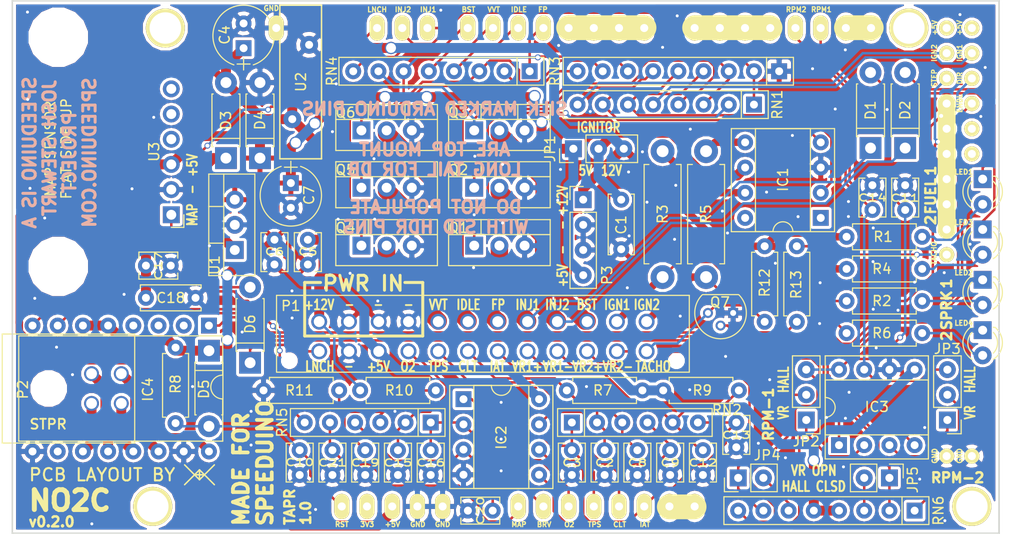
<source format=kicad_pcb>
(kicad_pcb (version 4) (host pcbnew 4.0.6)
  (layers (0 F.Cu signal) (31 B.Cu signal) (34 B.Paste user) (35 F.Paste user) (36 B.SilkS user) (37 F.SilkS user) (38 B.Mask user) (39 F.Mask user) (44 Edge.Cuts user))
  (net 0 "")
  (net 1 Earth)
  (net 2 +5V)
  (net 3 +12V)
  (net 4 "/Inputs and Outputs/RESET")
  (net 5 "/Inputs and Outputs/TACH2-CPU-D18")
  (net 6 "/Inputs and Outputs/TACH1-CPU-D19")
  (net 7 "Net-(IC1-Pad5)")
  (net 8 "Net-(IC1-Pad2)")
  (net 9 "Net-(IC1-Pad7)")
  (net 10 "Net-(IC1-Pad4)")
  (net 11 "Net-(IC3-Pad2)")
  (net 12 "Net-(IC3-Pad3)")
  (net 13 "Net-(JP2-Pad2)")
  (net 14 "Net-(JP3-Pad2)")
  (net 15 "Net-(JP4-Pad2)")
  (net 16 "Net-(JP5-Pad2)")
  (net 17 "Net-(LED1-Pad2)")
  (net 18 "Net-(LED2-Pad2)")
  (net 19 "Net-(Q1-Pad1)")
  (net 20 "Net-(Q3-Pad1)")
  (net 21 "Net-(Q5-Pad1)")
  (net 22 "Net-(Q6-Pad1)")
  (net 23 "/Inputs and Outputs/INJ1-CPU-D8")
  (net 24 "/Inputs and Outputs/INJ2-CPU-D9")
  (net 25 "/Inputs and Outputs/CPU-D4")
  (net 26 "/Inputs and Outputs/CPU-D6")
  (net 27 "/Inputs and Outputs/CPU-D7")
  (net 28 "/Inputs and Outputs/CPU-D5")
  (net 29 "/Inputs and Outputs/IGN1-CPU-D23")
  (net 30 "/Inputs and Outputs/IGN2-CPU-D22")
  (net 31 "Net-(C1-Pad2)")
  (net 32 "Net-(C19-Pad1)")
  (net 33 "Net-(D1-Pad2)")
  (net 34 "Net-(D2-Pad2)")
  (net 35 "Net-(D3-Pad1)")
  (net 36 "Net-(LED3-Pad2)")
  (net 37 "Net-(LED4-Pad2)")
  (net 38 "Net-(Q2-Pad1)")
  (net 39 "Net-(Q4-Pad1)")
  (net 40 "Net-(RN5-Pad6)")
  (net 41 /STEP)
  (net 42 /DIR)
  (net 43 /ENBL)
  (net 44 /TACHO-D38)
  (net 45 "Net-(Q7-Pad2)")
  (net 46 "/Inputs and Outputs/TPS-CPU-A3")
  (net 47 "/Inputs and Outputs/CLT-CPU-A4")
  (net 48 "/Inputs and Outputs/IAT-CPU-A5")
  (net 49 "/Inputs and Outputs/O2-CPU-A2")
  (net 50 "/Inputs and Outputs/BRV-CPU-A1")
  (net 51 "/Inputs and Outputs/MAP-CPU-A0")
  (net 52 "Net-(IC1-Pad1)")
  (net 53 "Net-(IC1-Pad8)")
  (net 54 "Net-(IC4-Pad2)")
  (net 55 "Net-(IC4-Pad10)")
  (net 56 "Net-(IC4-Pad3)")
  (net 57 "Net-(IC4-Pad4)")
  (net 58 "Net-(SHIELD1-Pad3V3)")
  (net 59 "Net-(SHIELD1-Pad3)")
  (net 60 "Net-(SHIELD1-Pad2)")
  (net 61 "Net-(U3-Pad4)")
  (net 62 "Net-(U3-Pad5)")
  (net 63 "Net-(U3-Pad6)")
  (net 64 /TPS)
  (net 65 /CLT)
  (net 66 /IAT)
  (net 67 /O2)
  (net 68 /INJ1)
  (net 69 /INJ2)
  (net 70 /VR1-)
  (net 71 /VR2-)
  (net 72 /STP-A2)
  (net 73 /STP-A1)
  (net 74 /STP-B1)
  (net 75 /STP-B2)
  (net 76 /VR1+)
  (net 77 /VR2+)
  (net 78 /FUELP)
  (net 79 /BOOST)
  (net 80 /IDLE)
  (net 81 /IGN2)
  (net 82 /IGN1)
  (net 83 /TACHO)
  (net 84 "Net-(SHIELD1-Pad1)")
  (net 85 "Net-(SHIELD1-Pad0)")
  (net 86 "Net-(SHIELD1-Pad20)")
  (net 87 "Net-(SHIELD1-Pad21)")
  (net 88 "Net-(SHIELD1-Pad17)")
  (net 89 "Net-(SHIELD1-Pad16)")
  (net 90 "Net-(SHIELD1-Pad15)")
  (net 91 "Net-(SHIELD1-Pad14)")
  (net 92 "Net-(SHIELD1-PadAD6)")
  (net 93 "Net-(SHIELD1-PadAD7)")
  (net 94 "Net-(SHIELD1-Pad30)")
  (net 95 "Net-(SHIELD1-Pad31)")
  (net 96 "Net-(SHIELD1-Pad28)")
  (net 97 "Net-(SHIELD1-Pad29)")
  (net 98 "Net-(SHIELD1-Pad26)")
  (net 99 "Net-(SHIELD1-Pad32)")
  (net 100 "Net-(SHIELD1-Pad36)")
  (net 101 "Net-(SHIELD1-Pad34)")
  (net 102 /VVT)
  (net 103 "Net-(D6-Pad1)")
  (net 104 /LAUNCH)
  (net 105 "Net-(SHIELD1-Pad5V_4)")
  (net 106 "Net-(SHIELD1-Pad5V_5)")
  (module Useful_Stuff:VIA_0.6mm (layer F.Cu) (at 175.7 85.65)
    (fp_text reference REF** hide)
    (fp_text value VIA_0.6mm hide)
    (pad 1 thru_hole circle (at 0 0) (size 0.6 0.6) (drill 0.3) (layers *.Cu) (net 1 Earth))
  )
  (module Useful_Stuff:VIA_0.6mm (layer F.Cu) (at 130 105.3)
    (fp_text reference REF** hide)
    (fp_text value VIA_0.6mm hide)
    (pad 1 thru_hole circle (at 0 0) (size 0.6 0.6) (drill 0.3) (layers *.Cu) (net 1 Earth))
  )
  (module Useful_Stuff:VIA_0.6mm (layer F.Cu) (at 189.04458 75.5523)
    (fp_text reference REF** hide)
    (fp_text value VIA_0.6mm hide)
    (pad 1 thru_hole circle (at 0 0) (size 0.6 0.6) (drill 0.3) (layers *.Cu) (net 1 Earth))
  )
  (module Useful_Stuff:VIA_0.6mm (layer F.Cu) (at 95.89262 98.82632)
    (fp_text reference REF** hide)
    (fp_text value VIA_0.6mm hide)
    (pad 1 thru_hole circle (at 0 0) (size 0.6 0.6) (drill 0.3) (layers *.Cu) (net 1 Earth))
  )
  (module Useful_Stuff:VIA_0.6mm (layer F.Cu) (at 146.4 84)
    (fp_text reference REF** hide)
    (fp_text value VIA_0.6mm hide)
    (pad 1 thru_hole circle (at 0 0) (size 0.6 0.6) (drill 0.3) (layers *.Cu) (net 1 Earth))
  )
  (module Resistors_THT:R_Axial_DIN0411_L9.9mm_D3.6mm_P12.70mm_Horizontal (layer F.Cu) (at 161.3535 79.0575 270)
    (fp_text reference R5 (at 6.35 0 270) (layer F.SilkS))
    (fp_text value "160 2w")
    (pad 1 thru_hole circle (at 0 0 270) (size 2.4 2.4) (drill 1.2) (layers *.Cu *.Mask) (net 7 "Net-(IC1-Pad5)"))
    (pad 2 thru_hole oval (at 12.7 0 270) (size 2.4 2.4) (drill 1.2) (layers *.Cu *.Mask) (net 81 /IGN2))
  )
  (module Useful_Stuff:VIA_0.6mm (layer F.Cu) (at 149.3 102.8)
    (fp_text reference REF** hide)
    (fp_text value VIA_0.6mm hide)
    (pad 1 thru_hole circle (at 0 0) (size 0.6 0.6) (drill 0.3) (layers *.Cu) (net 1 Earth))
  )
  (module WTM (layer F.Cu) (at 108.8 110.7)
    (fp_text reference REF** hide)
    (fp_text value WTM hide)
  )
  (module Useful_Stuff:VIA_0.6mm (layer F.Cu) (at 172.7962 96.4438)
    (fp_text reference REF** hide)
    (fp_text value VIA_0.6mm hide)
    (pad 1 thru_hole circle (at 0 0) (size 0.6 0.6) (drill 0.3) (layers *.Cu) (net 1 Earth))
  )
  (module Useful_Stuff:VIA_0.6mm (layer F.Cu) (at 179.6034 74.8538)
    (fp_text reference REF** hide)
    (fp_text value VIA_0.6mm hide)
    (pad 1 thru_hole circle (at 0 0) (size 0.6 0.6) (drill 0.3) (layers *.Cu) (net 1 Earth))
  )
  (module Useful_Stuff:VIA_0.6mm (layer F.Cu) (at 187.96 88.4428)
    (fp_text reference REF** hide)
    (fp_text value VIA_0.6mm hide)
    (pad 1 thru_hole circle (at 0 0) (size 0.6 0.6) (drill 0.3) (layers *.Cu) (net 1 Earth))
  )
  (module Useful_Stuff:VIA_0.6mm (layer F.Cu) (at 149.6822 75.057)
    (fp_text reference REF** hide)
    (fp_text value VIA_0.6mm hide)
    (pad 1 thru_hole circle (at 0 0) (size 0.6 0.6) (drill 0.3) (layers *.Cu) (net 1 Earth))
  )
  (module Useful_Stuff:VIA_0.6mm (layer F.Cu) (at 170.053 77.47)
    (fp_text reference REF** hide)
    (fp_text value VIA_0.6mm hide)
    (pad 1 thru_hole circle (at 0 0) (size 0.6 0.6) (drill 0.3) (layers *.Cu) (net 1 Earth))
  )
  (module Useful_Stuff:VIA_0.6mm (layer F.Cu) (at 170.6245 85.6615)
    (fp_text reference REF** hide)
    (fp_text value VIA_0.6mm hide)
    (pad 1 thru_hole circle (at 0 0) (size 0.6 0.6) (drill 0.3) (layers *.Cu) (net 1 Earth))
  )
  (module Useful_Stuff:VIA_0.6mm (layer F.Cu) (at 175.7045 84.1375)
    (fp_text reference REF** hide)
    (fp_text value VIA_0.6mm hide)
    (pad 1 thru_hole circle (at 0 0) (size 0.6 0.6) (drill 0.3) (layers *.Cu) (net 1 Earth))
  )
  (module Useful_Stuff:VIA_0.6mm (layer F.Cu) (at 172.847 92.329)
    (fp_text reference REF** hide)
    (fp_text value VIA_0.6mm hide)
    (pad 1 thru_hole circle (at 0 0) (size 0.6 0.6) (drill 0.3) (layers *.Cu) (net 1 Earth))
  )
  (module Useful_Stuff:VIA_0.6mm (layer F.Cu) (at 182.372 92.2655)
    (fp_text reference REF** hide)
    (fp_text value VIA_0.6mm hide)
    (pad 1 thru_hole circle (at 0 0) (size 0.6 0.6) (drill 0.3) (layers *.Cu) (net 1 Earth))
  )
  (module Useful_Stuff:VIA_0.6mm (layer F.Cu) (at 178.181 90.2)
    (fp_text reference REF** hide)
    (fp_text value VIA_0.6mm hide)
    (pad 1 thru_hole circle (at 0 0) (size 0.6 0.6) (drill 0.3) (layers *.Cu) (net 1 Earth))
  )
  (module Useful_Stuff:VIA_0.6mm (layer F.Cu) (at 97.5 101.6)
    (fp_text reference REF** hide)
    (fp_text value VIA_0.6mm hide)
    (pad 1 thru_hole circle (at 0 0) (size 0.6 0.6) (drill 0.3) (layers *.Cu) (net 1 Earth))
  )
  (module Useful_Stuff:VIA_0.6mm (layer F.Cu) (at 124.2695 85.9155)
    (fp_text reference REF** hide)
    (fp_text value VIA_0.6mm hide)
    (pad 1 thru_hole circle (at 0 0) (size 0.6 0.6) (drill 0.3) (layers *.Cu) (net 1 Earth))
  )
  (module Useful_Stuff:VIA_0.6mm (layer F.Cu) (at 123.698 77.089)
    (fp_text reference REF** hide)
    (fp_text value VIA_0.6mm hide)
    (pad 1 thru_hole circle (at 0 0) (size 0.6 0.6) (drill 0.3) (layers *.Cu) (net 1 Earth))
  )
  (module Useful_Stuff:VIA_0.6mm (layer F.Cu) (at 125.476 91.3765)
    (fp_text reference REF** hide)
    (fp_text value VIA_0.6mm hide)
    (pad 1 thru_hole circle (at 0 0) (size 0.6 0.6) (drill 0.3) (layers *.Cu) (net 1 Earth))
  )
  (module Useful_Stuff:VIA_0.6mm (layer F.Cu) (at 128.27 94.1705)
    (fp_text reference REF** hide)
    (fp_text value VIA_0.6mm hide)
    (pad 1 thru_hole circle (at 0 0) (size 0.6 0.6) (drill 0.3) (layers *.Cu) (net 1 Earth))
  )
  (module Useful_Stuff:VIA_0.6mm (layer F.Cu) (at 119.6213 93.15196)
    (fp_text reference REF** hide)
    (fp_text value VIA_0.6mm hide)
    (pad 1 thru_hole circle (at 0 0) (size 0.6 0.6) (drill 0.3) (layers *.Cu) (net 1 Earth))
  )
  (module Useful_Stuff:VIA_0.6mm (layer F.Cu) (at 119.634 95.885)
    (fp_text reference REF** hide)
    (fp_text value VIA_0.6mm hide)
    (pad 1 thru_hole circle (at 0 0) (size 0.6 0.6) (drill 0.3) (layers *.Cu) (net 1 Earth))
  )
  (module Useful_Stuff:VIA_0.6mm (layer F.Cu) (at 185.3565 91.313)
    (fp_text reference REF** hide)
    (fp_text value VIA_0.6mm hide)
    (pad 1 thru_hole circle (at 0 0) (size 0.6 0.6) (drill 0.3) (layers *.Cu) (net 1 Earth))
  )
  (module Useful_Stuff:VIA_0.6mm (layer F.Cu) (at 163.5125 87.3125)
    (fp_text reference REF** hide)
    (fp_text value VIA_0.6mm hide)
    (pad 1 thru_hole circle (at 0 0) (size 0.6 0.6) (drill 0.3) (layers *.Cu) (net 1 Earth))
  )
  (module Useful_Stuff:VIA_0.6mm (layer F.Cu) (at 167.4495 83.185)
    (fp_text reference REF** hide)
    (fp_text value VIA_0.6mm hide)
    (pad 1 thru_hole circle (at 0 0) (size 0.6 0.6) (drill 0.3) (layers *.Cu) (net 1 Earth))
  )
  (module Useful_Stuff:VIA_0.6mm (layer F.Cu) (at 158.3 82.5)
    (fp_text reference REF** hide)
    (fp_text value VIA_0.6mm hide)
    (pad 1 thru_hole circle (at 0 0) (size 0.6 0.6) (drill 0.3) (layers *.Cu) (net 1 Earth))
  )
  (module Useful_Stuff:VIA_0.6mm (layer F.Cu) (at 163 85.1)
    (fp_text reference REF** hide)
    (fp_text value VIA_0.6mm hide)
    (pad 1 thru_hole circle (at 0 0) (size 0.6 0.6) (drill 0.3) (layers *.Cu) (net 1 Earth))
  )
  (module Useful_Stuff:VIA_0.6mm (layer F.Cu) (at 158.1785 87.9475)
    (fp_text reference REF** hide)
    (fp_text value VIA_0.6mm hide)
    (pad 1 thru_hole circle (at 0 0) (size 0.6 0.6) (drill 0.3) (layers *.Cu) (net 1 Earth))
  )
  (module Useful_Stuff:VIA_0.6mm (layer F.Cu) (at 168.3385 90.3605)
    (fp_text reference REF** hide)
    (fp_text value VIA_0.6mm hide)
    (pad 1 thru_hole circle (at 0 0) (size 0.6 0.6) (drill 0.3) (layers *.Cu) (net 1 Earth))
  )
  (module Useful_Stuff:VIA_0.6mm (layer F.Cu) (at 154.94 79.121)
    (fp_text reference REF** hide)
    (fp_text value VIA_0.6mm hide)
    (pad 1 thru_hole circle (at 0 0) (size 0.6 0.6) (drill 0.3) (layers *.Cu) (net 1 Earth))
  )
  (module Useful_Stuff:VIA_0.6mm (layer F.Cu) (at 155.4 84.2)
    (fp_text reference REF** hide)
    (fp_text value VIA_0.6mm hide)
    (pad 1 thru_hole circle (at 0 0) (size 0.6 0.6) (drill 0.3) (layers *.Cu) (net 1 Earth))
  )
  (module Useful_Stuff:VIA_0.6mm (layer F.Cu) (at 153.416 92.837)
    (fp_text reference REF** hide)
    (fp_text value VIA_0.6mm hide)
    (pad 1 thru_hole circle (at 0 0) (size 0.6 0.6) (drill 0.3) (layers *.Cu) (net 1 Earth))
  )
  (module Useful_Stuff:VIA_0.6mm (layer F.Cu) (at 159.766 76.835)
    (fp_text reference REF** hide)
    (fp_text value VIA_0.6mm hide)
    (pad 1 thru_hole circle (at 0 0) (size 0.6 0.6) (drill 0.3) (layers *.Cu) (net 1 Earth))
  )
  (module Useful_Stuff:VIA_0.6mm (layer F.Cu) (at 153.543 81.153)
    (fp_text reference REF** hide)
    (fp_text value VIA_0.6mm hide)
    (pad 1 thru_hole circle (at 0 0) (size 0.6 0.6) (drill 0.3) (layers *.Cu) (net 1 Earth))
  )
  (module Useful_Stuff:VIA_0.6mm (layer F.Cu) (at 180.7 95.1)
    (fp_text reference REF** hide)
    (fp_text value VIA_0.6mm hide)
    (pad 1 thru_hole circle (at 0 0) (size 0.6 0.6) (drill 0.3) (layers *.Cu) (net 1 Earth))
  )
  (module Useful_Stuff:VIA_0.6mm (layer F.Cu) (at 178.5 98.9)
    (fp_text reference REF** hide)
    (fp_text value VIA_0.6mm hide)
    (pad 1 thru_hole circle (at 0 0) (size 0.6 0.6) (drill 0.3) (layers *.Cu) (net 1 Earth))
  )
  (module Useful_Stuff:VIA_0.6mm (layer F.Cu) (at 178.2 86.8)
    (fp_text reference REF** hide)
    (fp_text value VIA_0.6mm hide)
    (pad 1 thru_hole circle (at 0 0) (size 0.6 0.6) (drill 0.3) (layers *.Cu) (net 1 Earth))
  )
  (module Useful_Stuff:VIA_0.6mm (layer F.Cu) (at 178.2 95)
    (fp_text reference REF** hide)
    (fp_text value VIA_0.6mm hide)
    (pad 1 thru_hole circle (at 0 0) (size 0.6 0.6) (drill 0.3) (layers *.Cu) (net 1 Earth))
  )
  (module Useful_Stuff:VIA_0.6mm (layer F.Cu) (at 146.4945 68.3895)
    (fp_text reference REF** hide)
    (fp_text value VIA_0.6mm hide)
    (pad 1 thru_hole circle (at 0 0) (size 0.6 0.6) (drill 0.3) (layers *.Cu) (net 1 Earth))
  )
  (module Useful_Stuff:VIA_0.6mm (layer F.Cu) (at 140.7 111.3)
    (fp_text reference REF** hide)
    (fp_text value VIA_0.6mm hide)
    (pad 1 thru_hole circle (at 0 0) (size 0.6 0.6) (drill 0.3) (layers *.Cu) (net 1 Earth))
  )
  (module Useful_Stuff:VIA_0.6mm (layer F.Cu) (at 140.7 108.1)
    (fp_text reference REF** hide)
    (fp_text value VIA_0.6mm hide)
    (pad 1 thru_hole circle (at 0 0) (size 0.6 0.6) (drill 0.3) (layers *.Cu) (net 1 Earth))
  )
  (module Useful_Stuff:VIA_0.6mm (layer F.Cu) (at 140.7 104.394)
    (fp_text reference REF** hide)
    (fp_text value VIA_0.6mm hide)
    (pad 1 thru_hole circle (at 0 0) (size 0.6 0.6) (drill 0.3) (layers *.Cu) (net 1 Earth))
  )
  (module Useful_Stuff:VIA_0.6mm (layer F.Cu) (at 138.049 79.5655)
    (fp_text reference REF** hide)
    (fp_text value VIA_0.6mm hide)
    (pad 1 thru_hole circle (at 0 0) (size 0.6 0.6) (drill 0.3) (layers *.Cu) (net 1 Earth))
  )
  (module Useful_Stuff:VIA_0.6mm (layer F.Cu) (at 137.9855 85.471)
    (fp_text reference REF** hide)
    (fp_text value VIA_0.6mm hide)
    (pad 1 thru_hole circle (at 0 0) (size 0.6 0.6) (drill 0.3) (layers *.Cu) (net 1 Earth))
  )
  (module Useful_Stuff:VIA_0.6mm (layer F.Cu) (at 133.477 84.6455)
    (fp_text reference REF** hide)
    (fp_text value VIA_0.6mm hide)
    (pad 1 thru_hole circle (at 0 0) (size 0.6 0.6) (drill 0.3) (layers *.Cu) (net 1 Earth))
  )
  (module Useful_Stuff:VIA_0.6mm (layer F.Cu) (at 140.843 86.2965)
    (fp_text reference REF** hide)
    (fp_text value VIA_0.6mm hide)
    (pad 1 thru_hole circle (at 0 0) (size 0.6 0.6) (drill 0.3) (layers *.Cu) (net 1 Earth))
  )
  (module Useful_Stuff:VIA_0.6mm (layer F.Cu) (at 140.843 80.391)
    (fp_text reference REF** hide)
    (fp_text value VIA_0.6mm hide)
    (pad 1 thru_hole circle (at 0 0) (size 0.6 0.6) (drill 0.3) (layers *.Cu) (net 1 Earth))
  )
  (module Useful_Stuff:VIA_0.6mm (layer F.Cu) (at 124.079 72.263)
    (fp_text reference REF** hide)
    (fp_text value VIA_0.6mm hide)
    (pad 1 thru_hole circle (at 0 0) (size 0.6 0.6) (drill 0.3) (layers *.Cu) (net 1 Earth))
  )
  (module Useful_Stuff:VIA_0.6mm (layer F.Cu) (at 127.889 79.8195)
    (fp_text reference REF** hide)
    (fp_text value VIA_0.6mm hide)
    (pad 1 thru_hole circle (at 0 0) (size 0.6 0.6) (drill 0.3) (layers *.Cu) (net 1 Earth))
  )
  (module Useful_Stuff:VIA_0.6mm (layer F.Cu) (at 127.9525 85.9155)
    (fp_text reference REF** hide)
    (fp_text value VIA_0.6mm hide)
    (pad 1 thru_hole circle (at 0 0) (size 0.6 0.6) (drill 0.3) (layers *.Cu) (net 1 Earth))
  )
  (module Useful_Stuff:VIA_0.6mm (layer F.Cu) (at 153.6 87.6)
    (fp_text reference REF** hide)
    (fp_text value VIA_0.6mm hide)
    (pad 1 thru_hole circle (at 0 0) (size 0.6 0.6) (drill 0.3) (layers *.Cu) (net 1 Earth))
  )
  (module Useful_Stuff:VIA_0.6mm (layer F.Cu) (at 137.922 90.805)
    (fp_text reference REF** hide)
    (fp_text value VIA_0.6mm hide)
    (pad 1 thru_hole circle (at 0 0) (size 0.6 0.6) (drill 0.3) (layers *.Cu) (net 1 Earth))
  )
  (module Useful_Stuff:VIA_0.6mm (layer F.Cu) (at 146.685 80.899)
    (fp_text reference REF** hide)
    (fp_text value VIA_0.6mm hide)
    (pad 1 thru_hole circle (at 0 0) (size 0.6 0.6) (drill 0.3) (layers *.Cu) (net 1 Earth))
  )
  (module Useful_Stuff:VIA_0.6mm (layer F.Cu) (at 163.322 99.7585)
    (fp_text reference REF** hide)
    (fp_text value VIA_0.6mm hide)
    (pad 1 thru_hole circle (at 0 0) (size 0.6 0.6) (drill 0.3) (layers *.Cu) (net 1 Earth))
  )
  (module Useful_Stuff:VIA_0.6mm (layer F.Cu) (at 158.75 95.6945)
    (fp_text reference REF** hide)
    (fp_text value VIA_0.6mm hide)
    (pad 1 thru_hole circle (at 0 0) (size 0.6 0.6) (drill 0.3) (layers *.Cu) (net 1 Earth))
  )
  (module Useful_Stuff:VIA_0.6mm (layer F.Cu) (at 134.62 64.8335)
    (fp_text reference REF** hide)
    (fp_text value VIA_0.6mm hide)
    (pad 1 thru_hole circle (at 0 0) (size 0.6 0.6) (drill 0.3) (layers *.Cu) (net 1 Earth))
  )
  (module Useful_Stuff:VIA_0.6mm (layer F.Cu) (at 158.4452 65.405)
    (fp_text reference REF** hide)
    (fp_text value VIA_0.6mm hide)
    (pad 1 thru_hole circle (at 0 0) (size 0.6 0.6) (drill 0.3) (layers *.Cu) (net 1 Earth))
  )
  (module Useful_Stuff:VIA_0.6mm (layer F.Cu) (at 156.972 68.58)
    (fp_text reference REF** hide)
    (fp_text value VIA_0.6mm hide)
    (pad 1 thru_hole circle (at 0 0) (size 0.6 0.6) (drill 0.3) (layers *.Cu) (net 1 Earth))
  )
  (module Useful_Stuff:VIA_0.6mm (layer F.Cu) (at 111.3 88.6)
    (fp_text reference REF** hide)
    (fp_text value VIA_0.6mm hide)
    (pad 1 thru_hole circle (at 0 0) (size 0.6 0.6) (drill 0.3) (layers *.Cu) (net 1 Earth))
  )
  (module Resistors_THT:R_Array_SIP9 (layer F.Cu) (at 168.7195 70.993 180)
    (fp_text reference RN3 (at 22.606 0 270) (layer F.SilkS))
    (fp_text value 100k)
    (pad 1 thru_hole rect (at 0 0 180) (size 1.6 1.6) (drill 0.8) (layers *.Cu *.Mask) (net 1 Earth))
    (pad 2 thru_hole oval (at 2.54 0 180) (size 1.6 1.6) (drill 0.8) (layers *.Cu *.Mask) (net 23 "/Inputs and Outputs/INJ1-CPU-D8"))
    (pad 3 thru_hole oval (at 5.08 0 180) (size 1.6 1.6) (drill 0.8) (layers *.Cu *.Mask) (net 24 "/Inputs and Outputs/INJ2-CPU-D9"))
    (pad 4 thru_hole oval (at 7.62 0 180) (size 1.6 1.6) (drill 0.8) (layers *.Cu *.Mask) (net 8 "Net-(IC1-Pad2)"))
    (pad 5 thru_hole oval (at 10.16 0 180) (size 1.6 1.6) (drill 0.8) (layers *.Cu *.Mask) (net 10 "Net-(IC1-Pad4)"))
    (pad 6 thru_hole oval (at 12.7 0 180) (size 1.6 1.6) (drill 0.8) (layers *.Cu *.Mask) (net 20 "Net-(Q3-Pad1)"))
    (pad 7 thru_hole oval (at 15.24 0 180) (size 1.6 1.6) (drill 0.8) (layers *.Cu *.Mask) (net 39 "Net-(Q4-Pad1)"))
    (pad 8 thru_hole oval (at 17.78 0 180) (size 1.6 1.6) (drill 0.8) (layers *.Cu *.Mask) (net 21 "Net-(Q5-Pad1)"))
    (pad 9 thru_hole oval (at 20.32 0 180) (size 1.6 1.6) (drill 0.8) (layers *.Cu *.Mask) (net 22 "Net-(Q6-Pad1)"))
  )
  (module TO_SOT_Packages_THT:TO-220_Vertical (layer F.Cu) (at 126.619 88.5825)
    (fp_text reference Q4 (at -1.6 -1.8) (layer F.SilkS))
    (fp_text value STP62NS04Z)
    (pad 1 thru_hole rect (at 0 0) (size 1.8 1.8) (drill 1) (layers *.Cu *.Mask) (net 39 "Net-(Q4-Pad1)"))
    (pad 2 thru_hole oval (at 2.54 0) (size 1.8 1.8) (drill 1) (layers *.Cu *.Mask) (net 102 /VVT))
    (pad 3 thru_hole oval (at 5.08 0) (size 1.8 1.8) (drill 1) (layers *.Cu *.Mask) (net 1 Earth))
  )
  (module TO_SOT_Packages_THT:TO-220_Vertical (layer F.Cu) (at 126.619 82.7405)
    (fp_text reference Q5 (at -1.6 -1.8) (layer F.SilkS))
    (fp_text value STP62NS04Z)
    (pad 1 thru_hole rect (at 0 0) (size 1.8 1.8) (drill 1) (layers *.Cu *.Mask) (net 21 "Net-(Q5-Pad1)"))
    (pad 2 thru_hole oval (at 2.54 0) (size 1.8 1.8) (drill 1) (layers *.Cu *.Mask) (net 80 /IDLE))
    (pad 3 thru_hole oval (at 5.08 0) (size 1.8 1.8) (drill 1) (layers *.Cu *.Mask) (net 1 Earth))
  )
  (module TO_SOT_Packages_THT:TO-220_Vertical (layer F.Cu) (at 126.619 76.962)
    (fp_text reference Q6 (at -1.6 -1.8) (layer F.SilkS))
    (fp_text value STP62NS04Z)
    (pad 1 thru_hole rect (at 0 0) (size 1.8 1.8) (drill 1) (layers *.Cu *.Mask) (net 22 "Net-(Q6-Pad1)"))
    (pad 2 thru_hole oval (at 2.54 0) (size 1.8 1.8) (drill 1) (layers *.Cu *.Mask) (net 78 /FUELP))
    (pad 3 thru_hole oval (at 5.08 0) (size 1.8 1.8) (drill 1) (layers *.Cu *.Mask) (net 1 Earth))
  )
  (module TO_SOT_Packages_THT:TO-220_Vertical (layer F.Cu) (at 137.9855 76.962)
    (fp_text reference Q3 (at -1.6 -1.8) (layer F.SilkS))
    (fp_text value STP62NS04Z)
    (pad 1 thru_hole rect (at 0 0) (size 1.8 1.8) (drill 1) (layers *.Cu *.Mask) (net 20 "Net-(Q3-Pad1)"))
    (pad 2 thru_hole oval (at 2.54 0) (size 1.8 1.8) (drill 1) (layers *.Cu *.Mask) (net 79 /BOOST))
    (pad 3 thru_hole oval (at 5.08 0) (size 1.8 1.8) (drill 1) (layers *.Cu *.Mask) (net 1 Earth))
  )
  (module TO_SOT_Packages_THT:TO-220_Vertical (layer F.Cu) (at 137.9855 82.7405)
    (fp_text reference Q2 (at -1.6 -1.8) (layer F.SilkS))
    (fp_text value STP62NS04Z)
    (pad 1 thru_hole rect (at 0 0) (size 1.8 1.8) (drill 1) (layers *.Cu *.Mask) (net 38 "Net-(Q2-Pad1)"))
    (pad 2 thru_hole oval (at 2.54 0) (size 1.8 1.8) (drill 1) (layers *.Cu *.Mask) (net 69 /INJ2))
    (pad 3 thru_hole oval (at 5.08 0) (size 1.8 1.8) (drill 1) (layers *.Cu *.Mask) (net 1 Earth))
  )
  (module TO_SOT_Packages_THT:TO-220_Vertical (layer F.Cu) (at 137.9855 88.5825)
    (fp_text reference Q1 (at -1.6 -1.8) (layer F.SilkS))
    (fp_text value STP62NS04Z)
    (pad 1 thru_hole rect (at 0 0) (size 1.8 1.8) (drill 1) (layers *.Cu *.Mask) (net 19 "Net-(Q1-Pad1)"))
    (pad 2 thru_hole oval (at 2.54 0) (size 1.8 1.8) (drill 1) (layers *.Cu *.Mask) (net 68 /INJ1))
    (pad 3 thru_hole oval (at 5.08 0) (size 1.8 1.8) (drill 1) (layers *.Cu *.Mask) (net 1 Earth))
  )
  (module Connectors_Molex:Molex_Microfit3_Header_02x12_Straight_43045-2428 (layer F.Cu) (at 122.3645 96.2505 180)
    (fp_text reference P1 (at 2.8575 1.5875 180) (layer F.SilkS))
    (fp_text value CONN_02X12)
    (pad "" np_thru_hole circle (at -36 -3.94 180) (size 1.1 1.1) (drill 1.1) (layers *.Cu *.Mask))
    (pad 1 thru_hole circle (at 0 0 180) (size 1.6 1.6) (drill 1.1) (layers *.Cu *.Mask) (net 3 +12V))
    (pad 2 thru_hole circle (at -3 0 180) (size 1.6 1.6) (drill 1.1) (layers *.Cu *.Mask) (net 1 Earth))
    (pad 3 thru_hole circle (at -6 0 180) (size 1.6 1.6) (drill 1.1) (layers *.Cu *.Mask) (net 1 Earth))
    (pad 4 thru_hole circle (at -9 0 180) (size 1.6 1.6) (drill 1.1) (layers *.Cu *.Mask) (net 1 Earth))
    (pad 5 thru_hole circle (at -12 0 180) (size 1.6 1.6) (drill 1.1) (layers *.Cu *.Mask) (net 102 /VVT))
    (pad 6 thru_hole circle (at -15 0 180) (size 1.6 1.6) (drill 1.1) (layers *.Cu *.Mask) (net 80 /IDLE))
    (pad 7 thru_hole circle (at -18 0 180) (size 1.6 1.6) (drill 1.1) (layers *.Cu *.Mask) (net 78 /FUELP))
    (pad 8 thru_hole circle (at -21 0 180) (size 1.6 1.6) (drill 1.1) (layers *.Cu *.Mask) (net 68 /INJ1))
    (pad 9 thru_hole circle (at -24 0 180) (size 1.6 1.6) (drill 1.1) (layers *.Cu *.Mask) (net 69 /INJ2))
    (pad 10 thru_hole circle (at -27 0 180) (size 1.6 1.6) (drill 1.1) (layers *.Cu *.Mask) (net 79 /BOOST))
    (pad 11 thru_hole circle (at -30 0 180) (size 1.6 1.6) (drill 1.1) (layers *.Cu *.Mask) (net 82 /IGN1))
    (pad 12 thru_hole circle (at -33 0 180) (size 1.6 1.6) (drill 1.1) (layers *.Cu *.Mask) (net 81 /IGN2))
    (pad 13 thru_hole circle (at 0 -3 180) (size 1.6 1.6) (drill 1.1) (layers *.Cu *.Mask) (net 103 "Net-(D6-Pad1)"))
    (pad 14 thru_hole circle (at -3 -3 180) (size 1.6 1.6) (drill 1.1) (layers *.Cu *.Mask) (net 1 Earth))
    (pad 15 thru_hole circle (at -6 -3 180) (size 1.6 1.6) (drill 1.1) (layers *.Cu *.Mask) (net 2 +5V))
    (pad 16 thru_hole circle (at -9 -3 180) (size 1.6 1.6) (drill 1.1) (layers *.Cu *.Mask) (net 67 /O2))
    (pad 17 thru_hole circle (at -12 -3 180) (size 1.6 1.6) (drill 1.1) (layers *.Cu *.Mask) (net 64 /TPS))
    (pad 18 thru_hole circle (at -15 -3 180) (size 1.6 1.6) (drill 1.1) (layers *.Cu *.Mask) (net 65 /CLT))
    (pad 19 thru_hole circle (at -18 -3 180) (size 1.6 1.6) (drill 1.1) (layers *.Cu *.Mask) (net 66 /IAT))
    (pad 20 thru_hole circle (at -21 -3 180) (size 1.6 1.6) (drill 1.1) (layers *.Cu *.Mask) (net 76 /VR1+))
    (pad 21 thru_hole circle (at -24 -3 180) (size 1.6 1.6) (drill 1.1) (layers *.Cu *.Mask) (net 70 /VR1-))
    (pad 22 thru_hole circle (at -27 -3 180) (size 1.6 1.6) (drill 1.1) (layers *.Cu *.Mask) (net 77 /VR2+))
    (pad 23 thru_hole circle (at -30 -3 180) (size 1.6 1.6) (drill 1.1) (layers *.Cu *.Mask) (net 71 /VR2-))
    (pad 24 thru_hole circle (at -33 -3 180) (size 1.6 1.6) (drill 1.1) (layers *.Cu *.Mask) (net 83 /TACHO))
    (pad "" np_thru_hole circle (at 3 -3.94 180) (size 1.1 1.1) (drill 1.1) (layers *.Cu *.Mask))
  )
  (module Diodes_THT:D_DO-41_SOD81_P7.62mm_Horizontal (layer F.Cu) (at 116.3955 79.756 90)
    (fp_text reference D4 (at 3.81 0 90) (layer F.SilkS))
    (fp_text value 1N5919BG)
    (pad 1 thru_hole rect (at 0 0 90) (size 2.2 2.2) (drill 1.1) (layers *.Cu *.Mask) (net 2 +5V))
    (pad 2 thru_hole oval (at 7.62 0 90) (size 2.2 2.2) (drill 1.1) (layers *.Cu *.Mask) (net 1 Earth))
  )
  (module Useful_Stuff:VIA_0.6mm (layer F.Cu) (at 114.6 97.3)
    (fp_text reference REF** hide)
    (fp_text value VIA_0.6mm hide)
    (pad 1 thru_hole circle (at 0 0) (size 0.6 0.6) (drill 0.3) (layers *.Cu) (net 1 Earth))
  )
  (module Useful_Stuff:VIA_0.6mm (layer F.Cu) (at 94.7 85.8)
    (fp_text reference REF** hide)
    (fp_text value VIA_0.6mm hide)
    (pad 1 thru_hole circle (at 0 0) (size 0.6 0.6) (drill 0.3) (layers *.Cu) (net 1 Earth))
  )
  (module Useful_Stuff:VIA_0.6mm (layer F.Cu) (at 102.7 93.5)
    (fp_text reference REF** hide)
    (fp_text value VIA_0.6mm hide)
    (pad 1 thru_hole circle (at 0 0) (size 0.6 0.6) (drill 0.3) (layers *.Cu) (net 1 Earth))
  )
  (module Useful_Stuff:VIA_0.6mm (layer F.Cu) (at 166.624 108.5215)
    (fp_text reference REF** hide)
    (fp_text value VIA_0.6mm hide)
    (pad 1 thru_hole circle (at 0 0) (size 0.6 0.6) (drill 0.3) (layers *.Cu) (net 1 Earth))
  )
  (module Useful_Stuff:VIA_0.6mm (layer F.Cu) (at 182.88 112.141)
    (fp_text reference REF** hide)
    (fp_text value VIA_0.6mm hide)
    (pad 1 thru_hole circle (at 0 0) (size 0.6 0.6) (drill 0.3) (layers *.Cu) (net 1 Earth))
  )
  (module Useful_Stuff:VIA_0.6mm (layer F.Cu) (at 175.2 110.9)
    (fp_text reference REF** hide)
    (fp_text value VIA_0.6mm hide)
    (pad 1 thru_hole circle (at 0 0) (size 0.6 0.6) (drill 0.3) (layers *.Cu) (net 1 Earth))
  )
  (module Useful_Stuff:VIA_0.6mm (layer F.Cu) (at 174.371 74.803)
    (fp_text reference REF** hide)
    (fp_text value VIA_0.6mm hide)
    (pad 1 thru_hole circle (at 0 0) (size 0.6 0.6) (drill 0.3) (layers *.Cu) (net 1 Earth))
  )
  (module Useful_Stuff:VIA_0.6mm (layer F.Cu) (at 169.3545 109.982)
    (fp_text reference REF** hide)
    (fp_text value VIA_0.6mm hide)
    (pad 1 thru_hole circle (at 0 0) (size 0.6 0.6) (drill 0.3) (layers *.Cu) (net 1 Earth))
  )
  (module Useful_Stuff:VIA_0.6mm (layer F.Cu) (at 185.42 116.332)
    (fp_text reference REF** hide)
    (fp_text value VIA_0.6mm hide)
    (pad 1 thru_hole circle (at 0 0) (size 0.6 0.6) (drill 0.3) (layers *.Cu) (net 1 Earth))
  )
  (module Useful_Stuff:VIA_0.6mm (layer F.Cu) (at 99.45 116.65)
    (fp_text reference REF** hide)
    (fp_text value VIA_0.6mm hide)
    (pad 1 thru_hole circle (at 0 0) (size 0.6 0.6) (drill 0.3) (layers *.Cu) (net 1 Earth))
  )
  (module Useful_Stuff:VIA_0.6mm (layer F.Cu) (at 122 115.2)
    (fp_text reference REF** hide)
    (fp_text value VIA_0.6mm hide)
    (pad 1 thru_hole circle (at 0 0) (size 0.6 0.6) (drill 0.3) (layers *.Cu) (net 1 Earth))
  )
  (module Useful_Stuff:VIA_0.6mm (layer F.Cu) (at 115.5 108.7)
    (fp_text reference REF** hide)
    (fp_text value VIA_0.6mm hide)
    (pad 1 thru_hole circle (at 0 0) (size 0.6 0.6) (drill 0.3) (layers *.Cu) (net 1 Earth))
  )
  (module Useful_Stuff:VIA_0.6mm (layer F.Cu) (at 109.6 102.8)
    (fp_text reference REF** hide)
    (fp_text value VIA_0.6mm hide)
    (pad 1 thru_hole circle (at 0 0) (size 0.6 0.6) (drill 0.3) (layers *.Cu) (net 1 Earth))
  )
  (module Useful_Stuff:VIA_0.6mm (layer F.Cu) (at 93.7 93.9)
    (fp_text reference REF** hide)
    (fp_text value VIA_0.6mm hide)
    (pad 1 thru_hole circle (at 0 0) (size 0.6 0.6) (drill 0.3) (layers *.Cu) (net 1 Earth))
  )
  (module Useful_Stuff:VIA_0.6mm (layer F.Cu) (at 115.5 105.3)
    (fp_text reference REF** hide)
    (fp_text value VIA_0.6mm hide)
    (pad 1 thru_hole circle (at 0 0) (size 0.6 0.6) (drill 0.3) (layers *.Cu) (net 1 Earth))
  )
  (module Useful_Stuff:VIA_0.6mm (layer F.Cu) (at 93.218 82.804)
    (fp_text reference REF** hide)
    (fp_text value VIA_0.6mm hide)
    (pad 1 thru_hole circle (at 0 0) (size 0.6 0.6) (drill 0.3) (layers *.Cu) (net 1 Earth))
  )
  (module Useful_Stuff:VIA_0.6mm (layer F.Cu) (at 103.5 82.85)
    (fp_text reference REF** hide)
    (fp_text value VIA_0.6mm hide)
    (pad 1 thru_hole circle (at 0 0) (size 0.6 0.6) (drill 0.3) (layers *.Cu) (net 1 Earth))
  )
  (module Useful_Stuff:VIA_0.6mm (layer F.Cu) (at 105.6894 75.6412)
    (fp_text reference REF** hide)
    (fp_text value VIA_0.6mm hide)
    (pad 1 thru_hole circle (at 0 0) (size 0.6 0.6) (drill 0.3) (layers *.Cu) (net 1 Earth))
  )
  (module Useful_Stuff:VIA_0.6mm (layer F.Cu) (at 92.9894 73.8378)
    (fp_text reference REF** hide)
    (fp_text value VIA_0.6mm hide)
    (pad 1 thru_hole circle (at 0 0) (size 0.6 0.6) (drill 0.3) (layers *.Cu) (net 1 Earth))
  )
  (module Useful_Stuff:VIA_0.6mm (layer F.Cu) (at 92.964 65.024)
    (fp_text reference REF** hide)
    (fp_text value VIA_0.6mm hide)
    (pad 1 thru_hole circle (at 0 0) (size 0.6 0.6) (drill 0.3) (layers *.Cu) (net 1 Earth))
  )
  (module Useful_Stuff:VIA_0.6mm (layer F.Cu) (at 159.7025 103.124)
    (fp_text reference REF** hide)
    (fp_text value VIA_0.6mm hide)
    (pad 1 thru_hole circle (at 0 0) (size 0.6 0.6) (drill 0.3) (layers *.Cu) (net 1 Earth))
  )
  (module Useful_Stuff:VIA_0.6mm (layer F.Cu) (at 175.4 106)
    (fp_text reference REF** hide)
    (fp_text value VIA_0.6mm hide)
    (pad 1 thru_hole circle (at 0 0) (size 0.6 0.6) (drill 0.3) (layers *.Cu) (net 1 Earth))
  )
  (module Useful_Stuff:VIA_0.6mm (layer F.Cu) (at 189.484 70.612)
    (fp_text reference REF** hide)
    (fp_text value VIA_0.6mm hide)
    (pad 1 thru_hole circle (at 0 0) (size 0.6 0.6) (drill 0.3) (layers *.Cu) (net 1 Earth))
  )
  (module Useful_Stuff:VIA_0.6mm (layer F.Cu) (at 186.944 65.278)
    (fp_text reference REF** hide)
    (fp_text value VIA_0.6mm hide)
    (pad 1 thru_hole circle (at 0 0) (size 0.6 0.6) (drill 0.3) (layers *.Cu) (net 1 Earth))
  )
  (module Useful_Stuff:VIA_0.6mm (layer F.Cu) (at 175.387 68.834)
    (fp_text reference REF** hide)
    (fp_text value VIA_0.6mm hide)
    (pad 1 thru_hole circle (at 0 0) (size 0.6 0.6) (drill 0.3) (layers *.Cu) (net 1 Earth))
  )
  (module Useful_Stuff:VIA_0.6mm (layer F.Cu) (at 183.388 106.934)
    (fp_text reference REF** hide)
    (fp_text value VIA_0.6mm hide)
    (pad 1 thru_hole circle (at 0 0) (size 0.6 0.6) (drill 0.3) (layers *.Cu) (net 1 Earth))
  )
  (module Useful_Stuff:VIA_0.6mm (layer F.Cu) (at 175.768 103.378)
    (fp_text reference REF** hide)
    (fp_text value VIA_0.6mm hide)
    (pad 1 thru_hole circle (at 0 0) (size 0.6 0.6) (drill 0.3) (layers *.Cu) (net 1 Earth))
  )
  (module Useful_Stuff:VIA_0.6mm (layer F.Cu) (at 173.482 105.918)
    (fp_text reference REF** hide)
    (fp_text value VIA_0.6mm hide)
    (pad 1 thru_hole circle (at 0 0) (size 0.6 0.6) (drill 0.3) (layers *.Cu) (net 1 Earth))
  )
  (module Useful_Stuff:VIA_0.6mm (layer F.Cu) (at 167.767 102.108)
    (fp_text reference REF** hide)
    (fp_text value VIA_0.6mm hide)
    (pad 1 thru_hole circle (at 0 0) (size 0.6 0.6) (drill 0.3) (layers *.Cu) (net 1 Earth))
  )
  (module Useful_Stuff:VIA_0.6mm (layer F.Cu) (at 172.085 70.739)
    (fp_text reference REF** hide)
    (fp_text value VIA_0.6mm hide)
    (pad 1 thru_hole circle (at 0 0) (size 0.6 0.6) (drill 0.3) (layers *.Cu) (net 1 Earth))
  )
  (module Capacitors_THT:C_Disc_D3.8mm_W2.6mm_P2.50mm (layer F.Cu) (at 123.698 111.72 90)
    (fp_text reference C21 (at 1.23 0 180) (layer F.SilkS) (effects (font (size 0.7 1))))
    (fp_text value u33)
    (pad 1 thru_hole circle (at 0 0 90) (size 1.6 1.6) (drill 0.8) (layers *.Cu *.Mask) (net 1 Earth))
    (pad 2 thru_hole circle (at 2.5 0 90) (size 1.6 1.6) (drill 0.8) (layers *.Cu *.Mask) (net 51 "/Inputs and Outputs/MAP-CPU-A0"))
  )
  (module Resistors_THT:R_Axial_DIN0411_L9.9mm_D3.6mm_P12.70mm_Horizontal (layer F.Cu) (at 156.972 91.7575 90)
    (fp_text reference R3 (at 6.35 0 90) (layer F.SilkS))
    (fp_text value "160 2w")
    (pad 1 thru_hole circle (at 0 0 90) (size 2.4 2.4) (drill 1.2) (layers *.Cu *.Mask) (net 82 /IGN1))
    (pad 2 thru_hole oval (at 12.7 0 90) (size 2.4 2.4) (drill 1.2) (layers *.Cu *.Mask) (net 9 "Net-(IC1-Pad7)"))
  )
  (module Capacitors_THT:CP_Radial_Tantal_D6.0mm_P2.50mm (layer F.Cu) (at 114.7445 68.667 90)
    (fp_text reference C4 (at 1.3335 -1.905 270) (layer F.SilkS))
    (fp_text value 10u)
    (pad 1 thru_hole rect (at 0 0 90) (size 1.6 1.6) (drill 0.8) (layers *.Cu *.Mask) (net 3 +12V))
    (pad 2 thru_hole circle (at 2.5 0 90) (size 1.6 1.6) (drill 0.8) (layers *.Cu *.Mask) (net 1 Earth))
  )
  (module Capacitors_THT:CP_Radial_Tantal_D6.0mm_P2.50mm (layer F.Cu) (at 119.507 82.2725 270)
    (fp_text reference C7 (at 1.23 -1.8415 450) (layer F.SilkS))
    (fp_text value 47u)
    (pad 1 thru_hole rect (at 0 0 270) (size 1.6 1.6) (drill 0.8) (layers *.Cu *.Mask) (net 2 +5V))
    (pad 2 thru_hole circle (at 2.5 0 270) (size 1.6 1.6) (drill 0.8) (layers *.Cu *.Mask) (net 1 Earth))
  )
  (module Varistors:RV_Disc_D15.5_W4.2_P7.5 (layer F.Cu) (at 119.6485 75.826 90)
    (fp_text reference U2 (at 3.7535 0.8745 270) (layer F.SilkS))
    (fp_text value ERZ)
    (pad 1 thru_hole circle (at 0 0 90) (size 1.8 1.8) (drill 0.8) (layers *.Cu *.Mask) (net 3 +12V))
    (pad 2 thru_hole circle (at 7.5 1.7 90) (size 1.8 1.8) (drill 0.8) (layers *.Cu *.Mask) (net 1 Earth))
  )
  (module Resistors_THT:R_Array_SIP8 (layer F.Cu) (at 143.5735 70.993 180)
    (fp_text reference RN4 (at 19.939 0 270) (layer F.SilkS))
    (fp_text value 1k)
    (pad 1 thru_hole rect (at 0 0 180) (size 1.6 1.6) (drill 0.8) (layers *.Cu *.Mask) (net 25 "/Inputs and Outputs/CPU-D4"))
    (pad 2 thru_hole oval (at 2.54 0 180) (size 1.6 1.6) (drill 0.8) (layers *.Cu *.Mask) (net 22 "Net-(Q6-Pad1)"))
    (pad 3 thru_hole oval (at 5.08 0 180) (size 1.6 1.6) (drill 0.8) (layers *.Cu *.Mask) (net 21 "Net-(Q5-Pad1)"))
    (pad 4 thru_hole oval (at 7.62 0 180) (size 1.6 1.6) (drill 0.8) (layers *.Cu *.Mask) (net 28 "/Inputs and Outputs/CPU-D5"))
    (pad 5 thru_hole oval (at 10.16 0 180) (size 1.6 1.6) (drill 0.8) (layers *.Cu *.Mask) (net 26 "/Inputs and Outputs/CPU-D6"))
    (pad 6 thru_hole oval (at 12.7 0 180) (size 1.6 1.6) (drill 0.8) (layers *.Cu *.Mask) (net 39 "Net-(Q4-Pad1)"))
    (pad 7 thru_hole oval (at 15.24 0 180) (size 1.6 1.6) (drill 0.8) (layers *.Cu *.Mask) (net 20 "Net-(Q3-Pad1)"))
    (pad 8 thru_hole oval (at 17.78 0 180) (size 1.6 1.6) (drill 0.8) (layers *.Cu *.Mask) (net 27 "/Inputs and Outputs/CPU-D7"))
  )
  (module Resistors_THT:R_Array_SIP6 (layer F.Cu) (at 133.604 106.426 180)
    (fp_text reference RN5 (at 14.986 0 450) (layer F.SilkS))
    (fp_text value 470)
    (pad 1 thru_hole rect (at 0 0 180) (size 1.6 1.6) (drill 0.8) (layers *.Cu *.Mask) (net 49 "/Inputs and Outputs/O2-CPU-A2"))
    (pad 2 thru_hole oval (at 2.54 0 180) (size 1.6 1.6) (drill 0.8) (layers *.Cu *.Mask) (net 67 /O2))
    (pad 3 thru_hole oval (at 5.08 0 180) (size 1.6 1.6) (drill 0.8) (layers *.Cu *.Mask) (net 32 "Net-(C19-Pad1)"))
    (pad 4 thru_hole oval (at 7.62 0 180) (size 1.6 1.6) (drill 0.8) (layers *.Cu *.Mask) (net 50 "/Inputs and Outputs/BRV-CPU-A1"))
    (pad 5 thru_hole oval (at 10.16 0 180) (size 1.6 1.6) (drill 0.8) (layers *.Cu *.Mask) (net 51 "/Inputs and Outputs/MAP-CPU-A0"))
    (pad 6 thru_hole oval (at 12.7 0 180) (size 1.6 1.6) (drill 0.8) (layers *.Cu *.Mask) (net 40 "Net-(RN5-Pad6)"))
  )
  (module Resistors_THT:R_Array_SIP6 (layer F.Cu) (at 147.828 106.426)
    (fp_text reference RN2 (at 15.621 -1.27) (layer F.SilkS))
    (fp_text value 470)
    (pad 1 thru_hole rect (at 0 0) (size 1.6 1.6) (drill 0.8) (layers *.Cu *.Mask) (net 46 "/Inputs and Outputs/TPS-CPU-A3"))
    (pad 2 thru_hole oval (at 2.54 0) (size 1.6 1.6) (drill 0.8) (layers *.Cu *.Mask) (net 64 /TPS))
    (pad 3 thru_hole oval (at 5.08 0) (size 1.6 1.6) (drill 0.8) (layers *.Cu *.Mask) (net 65 /CLT))
    (pad 4 thru_hole oval (at 7.62 0) (size 1.6 1.6) (drill 0.8) (layers *.Cu *.Mask) (net 47 "/Inputs and Outputs/CLT-CPU-A4"))
    (pad 5 thru_hole oval (at 10.16 0) (size 1.6 1.6) (drill 0.8) (layers *.Cu *.Mask) (net 66 /IAT))
    (pad 6 thru_hole oval (at 12.7 0) (size 1.6 1.6) (drill 0.8) (layers *.Cu *.Mask) (net 48 "/Inputs and Outputs/IAT-CPU-A5"))
  )
  (module LEDs:LED_D3.0mm (layer F.Cu) (at 189.23 97.1136 270)
    (fp_text reference LED4 (at -0.7206 1.905 360) (layer F.SilkS) (effects (font (size 0.5 0.5) (thickness 0.125))))
    (fp_text value RED)
    (pad 1 thru_hole rect (at 0 0 270) (size 1.8 1.8) (drill 0.9) (layers *.Cu *.Mask) (net 1 Earth))
    (pad 2 thru_hole circle (at 2.54 0 270) (size 1.8 1.8) (drill 0.9) (layers *.Cu *.Mask) (net 37 "Net-(LED4-Pad2)"))
  )
  (module LEDs:LED_D3.0mm (layer F.Cu) (at 189.23 92.0336 270)
    (fp_text reference LED2 (at -0.7206 1.905 360) (layer F.SilkS) (effects (font (size 0.5 0.5) (thickness 0.125))))
    (fp_text value RED)
    (pad 1 thru_hole rect (at 0 0 270) (size 1.8 1.8) (drill 0.9) (layers *.Cu *.Mask) (net 1 Earth))
    (pad 2 thru_hole circle (at 2.54 0 270) (size 1.8 1.8) (drill 0.9) (layers *.Cu *.Mask) (net 18 "Net-(LED2-Pad2)"))
  )
  (module LEDs:LED_D3.0mm (layer F.Cu) (at 189.23 86.9536 270)
    (fp_text reference LED3 (at -0.7206 1.905 360) (layer F.SilkS) (effects (font (size 0.5 0.5) (thickness 0.125))))
    (fp_text value RED)
    (pad 1 thru_hole rect (at 0 0 270) (size 1.8 1.8) (drill 0.9) (layers *.Cu *.Mask) (net 34 "Net-(D2-Pad2)"))
    (pad 2 thru_hole circle (at 2.54 0 270) (size 1.8 1.8) (drill 0.9) (layers *.Cu *.Mask) (net 36 "Net-(LED3-Pad2)"))
  )
  (module LEDs:LED_D3.0mm (layer F.Cu) (at 189.23 81.8736 270)
    (fp_text reference LED1 (at -0.7206 1.905 360) (layer F.SilkS) (effects (font (size 0.5 0.5) (thickness 0.125))))
    (fp_text value RED)
    (pad 1 thru_hole rect (at 0 0 270) (size 1.8 1.8) (drill 0.9) (layers *.Cu *.Mask) (net 33 "Net-(D1-Pad2)"))
    (pad 2 thru_hole circle (at 2.54 0 270) (size 1.8 1.8) (drill 0.9) (layers *.Cu *.Mask) (net 17 "Net-(LED1-Pad2)"))
  )
  (module Housings_DIP:DIP-8_W7.62mm_Socket (layer F.Cu) (at 172.9105 85.7885 180)
    (fp_text reference IC1 (at 3.81 3.8608 270) (layer F.SilkS))
    (fp_text value TC4424EPA)
    (pad 1 thru_hole rect (at 0 0 180) (size 1.6 1.6) (drill 0.8) (layers *.Cu *.Mask) (net 52 "Net-(IC1-Pad1)"))
    (pad 5 thru_hole oval (at 7.62 7.62 180) (size 1.6 1.6) (drill 0.8) (layers *.Cu *.Mask) (net 7 "Net-(IC1-Pad5)"))
    (pad 2 thru_hole oval (at 0 2.54 180) (size 1.6 1.6) (drill 0.8) (layers *.Cu *.Mask) (net 8 "Net-(IC1-Pad2)"))
    (pad 6 thru_hole oval (at 7.62 5.08 180) (size 1.6 1.6) (drill 0.8) (layers *.Cu *.Mask) (net 31 "Net-(C1-Pad2)"))
    (pad 3 thru_hole oval (at 0 5.08 180) (size 1.6 1.6) (drill 0.8) (layers *.Cu *.Mask) (net 1 Earth))
    (pad 7 thru_hole oval (at 7.62 2.54 180) (size 1.6 1.6) (drill 0.8) (layers *.Cu *.Mask) (net 9 "Net-(IC1-Pad7)"))
    (pad 4 thru_hole oval (at 0 7.62 180) (size 1.6 1.6) (drill 0.8) (layers *.Cu *.Mask) (net 10 "Net-(IC1-Pad4)"))
    (pad 8 thru_hole oval (at 7.62 0 180) (size 1.6 1.6) (drill 0.8) (layers *.Cu *.Mask) (net 53 "Net-(IC1-Pad8)"))
  )
  (module Diodes_THT:D_DO-41_SOD81_P7.62mm_Horizontal (layer F.Cu) (at 111.252 99.187 270)
    (fp_text reference D5 (at 3.8735 0.508 270) (layer F.SilkS))
    (fp_text value 1N5818)
    (pad 1 thru_hole rect (at 0 0 270) (size 2.2 2.2) (drill 1.1) (layers *.Cu *.Mask) (net 2 +5V))
    (pad 2 thru_hole oval (at 7.62 0 270) (size 2.2 2.2) (drill 1.1) (layers *.Cu *.Mask) (net 4 "/Inputs and Outputs/RESET"))
  )
  (module Diodes_THT:D_DO-41_SOD81_P7.62mm_Horizontal (layer F.Cu) (at 112.9665 79.756 90)
    (fp_text reference D3 (at 3.81 0 90) (layer F.SilkS))
    (fp_text value 1N5818)
    (pad 1 thru_hole rect (at 0 0 90) (size 2.2 2.2) (drill 1.1) (layers *.Cu *.Mask) (net 35 "Net-(D3-Pad1)"))
    (pad 2 thru_hole oval (at 7.62 0 90) (size 2.2 2.2) (drill 1.1) (layers *.Cu *.Mask) (net 3 +12V))
  )
  (module Diodes_THT:D_DO-41_SOD81_P7.62mm_Horizontal (layer F.Cu) (at 181.4195 78.74 90)
    (fp_text reference D2 (at 3.81 0 90) (layer F.SilkS))
    (fp_text value 1N4004)
    (pad 1 thru_hole rect (at 0 0 90) (size 2.2 2.2) (drill 1.1) (layers *.Cu *.Mask) (net 69 /INJ2))
    (pad 2 thru_hole oval (at 7.62 0 90) (size 2.2 2.2) (drill 1.1) (layers *.Cu *.Mask) (net 34 "Net-(D2-Pad2)"))
  )
  (module Diodes_THT:D_DO-41_SOD81_P7.62mm_Horizontal (layer F.Cu) (at 177.927 78.74 90)
    (fp_text reference D1 (at 3.81 0 90) (layer F.SilkS))
    (fp_text value 1N4004)
    (pad 1 thru_hole rect (at 0 0 90) (size 2.2 2.2) (drill 1.1) (layers *.Cu *.Mask) (net 68 /INJ1))
    (pad 2 thru_hole oval (at 7.62 0 90) (size 2.2 2.2) (drill 1.1) (layers *.Cu *.Mask) (net 33 "Net-(D1-Pad2)"))
  )
  (module Capacitors_THT:C_Disc_D3.8mm_W2.6mm_P2.50mm (layer F.Cu) (at 181.4195 82.4865 270)
    (fp_text reference C11 (at 1.2935 0.0381 360) (layer F.SilkS) (effects (font (size 0.7 1))))
    (fp_text value u01)
    (pad 1 thru_hole circle (at 0 0 270) (size 1.6 1.6) (drill 0.8) (layers *.Cu *.Mask) (net 1 Earth))
    (pad 2 thru_hole circle (at 2.5 0 270) (size 1.6 1.6) (drill 0.8) (layers *.Cu *.Mask) (net 6 "/Inputs and Outputs/TACH1-CPU-D19"))
  )
  (module Capacitors_THT:C_Disc_D3.8mm_W2.6mm_P2.50mm (layer F.Cu) (at 178.1175 82.4865 270)
    (fp_text reference C14 (at 1.27 0 360) (layer F.SilkS) (effects (font (size 0.7 1))))
    (fp_text value u22)
    (pad 1 thru_hole circle (at 0 0 270) (size 1.6 1.6) (drill 0.8) (layers *.Cu *.Mask) (net 1 Earth))
    (pad 2 thru_hole circle (at 2.5 0 270) (size 1.6 1.6) (drill 0.8) (layers *.Cu *.Mask) (net 5 "/Inputs and Outputs/TACH2-CPU-D18"))
  )
  (module Capacitors_THT:C_Disc_D3.8mm_W2.6mm_P2.50mm (layer F.Cu) (at 120.396 109.22 270)
    (fp_text reference C10 (at 1.23 0 360) (layer F.SilkS) (effects (font (size 0.7 1))))
    (fp_text value 4n7)
    (pad 1 thru_hole circle (at 0 0 270) (size 1.6 1.6) (drill 0.8) (layers *.Cu *.Mask) (net 4 "/Inputs and Outputs/RESET"))
    (pad 2 thru_hole circle (at 2.5 0 270) (size 1.6 1.6) (drill 0.8) (layers *.Cu *.Mask) (net 1 Earth))
  )
  (module Capacitors_THT:C_Disc_D3.8mm_W2.6mm_P2.50mm (layer F.Cu) (at 104.902 90.6)
    (fp_text reference C17 (at 1.27 0.0145 90) (layer F.SilkS) (effects (font (size 0.7 1))))
    (fp_text value u01)
    (pad 1 thru_hole circle (at 0 0) (size 1.6 1.6) (drill 0.8) (layers *.Cu *.Mask) (net 2 +5V))
    (pad 2 thru_hole circle (at 2.5 0) (size 1.6 1.6) (drill 0.8) (layers *.Cu *.Mask) (net 1 Earth))
  )
  (module Capacitors_THT:C_Disc_D3.8mm_W2.6mm_P2.50mm (layer F.Cu) (at 121.2215 87.9875 270)
    (fp_text reference C5 (at 1.2065 0 360) (layer F.SilkS) (effects (font (size 0.7 1))))
    (fp_text value u1)
    (pad 1 thru_hole circle (at 0 0 270) (size 1.6 1.6) (drill 0.8) (layers *.Cu *.Mask) (net 3 +12V))
    (pad 2 thru_hole circle (at 2.5 0 270) (size 1.6 1.6) (drill 0.8) (layers *.Cu *.Mask) (net 1 Earth))
  )
  (module Capacitors_THT:C_Disc_D3.8mm_W2.6mm_P2.50mm (layer F.Cu) (at 133.604 109.22 270)
    (fp_text reference C16 (at 1.27 0 360) (layer F.SilkS) (effects (font (size 0.7 1))))
    (fp_text value u22)
    (pad 1 thru_hole circle (at 0 0 270) (size 1.6 1.6) (drill 0.8) (layers *.Cu *.Mask) (net 49 "/Inputs and Outputs/O2-CPU-A2"))
    (pad 2 thru_hole circle (at 2.5 0 270) (size 1.6 1.6) (drill 0.8) (layers *.Cu *.Mask) (net 1 Earth))
  )
  (module Capacitors_THT:C_Disc_D3.8mm_W2.6mm_P2.50mm (layer F.Cu) (at 130.302 109.22 270)
    (fp_text reference C15 (at 1.27 0 360) (layer F.SilkS) (effects (font (size 0.7 1))))
    (fp_text value u1)
    (pad 1 thru_hole circle (at 0 0 270) (size 1.6 1.6) (drill 0.8) (layers *.Cu *.Mask) (net 67 /O2))
    (pad 2 thru_hole circle (at 2.5 0 270) (size 1.6 1.6) (drill 0.8) (layers *.Cu *.Mask) (net 1 Earth))
  )
  (module Capacitors_THT:C_Disc_D3.8mm_W2.6mm_P2.50mm (layer F.Cu) (at 139.8505 115.316 180)
    (fp_text reference C20 (at 1.23 0 270) (layer F.SilkS) (effects (font (size 0.7 1))))
    (fp_text value u22)
    (pad 1 thru_hole circle (at 0 0 180) (size 1.6 1.6) (drill 0.8) (layers *.Cu *.Mask) (net 50 "/Inputs and Outputs/BRV-CPU-A1"))
    (pad 2 thru_hole circle (at 2.5 0 180) (size 1.6 1.6) (drill 0.8) (layers *.Cu *.Mask) (net 1 Earth))
  )
  (module Capacitors_THT:C_Disc_D3.8mm_W2.6mm_P2.50mm (layer F.Cu) (at 127 109.22 270)
    (fp_text reference C19 (at 1.27 0 360) (layer F.SilkS) (effects (font (size 0.7 1))))
    (fp_text value u1)
    (pad 1 thru_hole circle (at 0 0 270) (size 1.6 1.6) (drill 0.8) (layers *.Cu *.Mask) (net 32 "Net-(C19-Pad1)"))
    (pad 2 thru_hole circle (at 2.5 0 270) (size 1.6 1.6) (drill 0.8) (layers *.Cu *.Mask) (net 1 Earth))
  )
  (module Capacitors_THT:C_Disc_D3.8mm_W2.6mm_P2.50mm (layer F.Cu) (at 151.13 109.22 270)
    (fp_text reference C2 (at 1.27 0 360) (layer F.SilkS) (effects (font (size 0.7 1))))
    (fp_text value u1)
    (pad 1 thru_hole circle (at 0 0 270) (size 1.6 1.6) (drill 0.8) (layers *.Cu *.Mask) (net 64 /TPS))
    (pad 2 thru_hole circle (at 2.5 0 270) (size 1.6 1.6) (drill 0.8) (layers *.Cu *.Mask) (net 1 Earth))
  )
  (module Capacitors_THT:C_Disc_D3.8mm_W2.6mm_P2.50mm (layer F.Cu) (at 164.4015 106.426 270)
    (fp_text reference C13 (at 1.27 0 360) (layer F.SilkS) (effects (font (size 0.7 1))))
    (fp_text value u22)
    (pad 1 thru_hole circle (at 0 0 270) (size 1.6 1.6) (drill 0.8) (layers *.Cu *.Mask) (net 48 "/Inputs and Outputs/IAT-CPU-A5"))
    (pad 2 thru_hole circle (at 2.5 0 270) (size 1.6 1.6) (drill 0.8) (layers *.Cu *.Mask) (net 1 Earth))
  )
  (module Capacitors_THT:C_Disc_D3.8mm_W2.6mm_P2.50mm (layer F.Cu) (at 161.036 109.22 270)
    (fp_text reference C12 (at 1.27 0 360) (layer F.SilkS) (effects (font (size 0.7 1))))
    (fp_text value u1)
    (pad 1 thru_hole circle (at 0 0 270) (size 1.6 1.6) (drill 0.8) (layers *.Cu *.Mask) (net 66 /IAT))
    (pad 2 thru_hole circle (at 2.5 0 270) (size 1.6 1.6) (drill 0.8) (layers *.Cu *.Mask) (net 1 Earth))
  )
  (module Capacitors_THT:C_Disc_D3.8mm_W2.6mm_P2.50mm (layer F.Cu) (at 157.734 109.22 270)
    (fp_text reference C9 (at 1.27 0 360) (layer F.SilkS) (effects (font (size 0.7 1))))
    (fp_text value u22)
    (pad 1 thru_hole circle (at 0 0 270) (size 1.6 1.6) (drill 0.8) (layers *.Cu *.Mask) (net 47 "/Inputs and Outputs/CLT-CPU-A4"))
    (pad 2 thru_hole circle (at 2.5 0 270) (size 1.6 1.6) (drill 0.8) (layers *.Cu *.Mask) (net 1 Earth))
  )
  (module Capacitors_THT:C_Disc_D3.8mm_W2.6mm_P2.50mm (layer F.Cu) (at 154.432 109.22 270)
    (fp_text reference C8 (at 1.27 0 360) (layer F.SilkS) (effects (font (size 0.7 1))))
    (fp_text value u1)
    (pad 1 thru_hole circle (at 0 0 270) (size 1.6 1.6) (drill 0.8) (layers *.Cu *.Mask) (net 65 /CLT))
    (pad 2 thru_hole circle (at 2.5 0 270) (size 1.6 1.6) (drill 0.8) (layers *.Cu *.Mask) (net 1 Earth))
  )
  (module TO_SOT_Packages_THT:TO-220_Vertical (layer F.Cu) (at 113.8555 89.027 90)
    (fp_text reference U1 (at -1.524 -2.032 90) (layer F.SilkS))
    (fp_text value LM2940T-5.0)
    (pad 1 thru_hole rect (at 0 0 90) (size 1.8 1.8) (drill 1) (layers *.Cu *.Mask) (net 35 "Net-(D3-Pad1)"))
    (pad 2 thru_hole oval (at 2.54 0 90) (size 1.8 1.8) (drill 1) (layers *.Cu *.Mask) (net 1 Earth))
    (pad 3 thru_hole oval (at 5.08 0 90) (size 1.8 1.8) (drill 1) (layers *.Cu *.Mask) (net 2 +5V))
  )
  (module Capacitors_THT:C_Disc_D3.8mm_W2.6mm_P2.50mm (layer F.Cu) (at 117.856 87.9875 270)
    (fp_text reference C6 (at 1.2065 0 360) (layer F.SilkS) (effects (font (size 0.7 1))))
    (fp_text value u1)
    (pad 1 thru_hole circle (at 0 0 270) (size 1.6 1.6) (drill 0.8) (layers *.Cu *.Mask) (net 2 +5V))
    (pad 2 thru_hole circle (at 2.5 0 270) (size 1.6 1.6) (drill 0.8) (layers *.Cu *.Mask) (net 1 Earth))
  )
  (module Housings_DIP:DIP-8_W7.62mm_Socket (layer F.Cu) (at 174.752 108.712 90)
    (fp_text reference IC3 (at 3.8608 3.81 180) (layer F.SilkS))
    (fp_text value "Dual VR C")
    (pad 1 thru_hole rect (at 0 0 90) (size 1.6 1.6) (drill 0.8) (layers *.Cu *.Mask) (net 70 /VR1-))
    (pad 5 thru_hole oval (at 7.62 7.62 90) (size 1.6 1.6) (drill 0.8) (layers *.Cu *.Mask) (net 2 +5V))
    (pad 2 thru_hole oval (at 0 2.54 90) (size 1.6 1.6) (drill 0.8) (layers *.Cu *.Mask) (net 11 "Net-(IC3-Pad2)"))
    (pad 6 thru_hole oval (at 7.62 5.08 90) (size 1.6 1.6) (drill 0.8) (layers *.Cu *.Mask) (net 1 Earth))
    (pad 3 thru_hole oval (at 0 5.08 90) (size 1.6 1.6) (drill 0.8) (layers *.Cu *.Mask) (net 12 "Net-(IC3-Pad3)"))
    (pad 7 thru_hole oval (at 7.62 2.54 90) (size 1.6 1.6) (drill 0.8) (layers *.Cu *.Mask) (net 5 "/Inputs and Outputs/TACH2-CPU-D18"))
    (pad 4 thru_hole oval (at 0 7.62 90) (size 1.6 1.6) (drill 0.8) (layers *.Cu *.Mask) (net 71 /VR2-))
    (pad 8 thru_hole oval (at 7.62 0 90) (size 1.6 1.6) (drill 0.8) (layers *.Cu *.Mask) (net 6 "/Inputs and Outputs/TACH1-CPU-D19"))
  )
  (module Capacitors_THT:C_Disc_D3.8mm_W2.6mm_P2.50mm (layer F.Cu) (at 147.828 109.22 270)
    (fp_text reference C3 (at 1.27 0 360) (layer F.SilkS) (effects (font (size 0.7 1))))
    (fp_text value u22)
    (pad 1 thru_hole circle (at 0 0 270) (size 1.6 1.6) (drill 0.8) (layers *.Cu *.Mask) (net 46 "/Inputs and Outputs/TPS-CPU-A3"))
    (pad 2 thru_hole circle (at 2.5 0 270) (size 1.6 1.6) (drill 0.8) (layers *.Cu *.Mask) (net 1 Earth))
  )
  (module Housings_DIP:DIP-8_W7.62mm_Socket (layer F.Cu) (at 136.906 104.0765)
    (fp_text reference IC2 (at 3.81 3.8608 90) (layer F.SilkS))
    (fp_text value SP721)
    (pad 1 thru_hole rect (at 0 0) (size 1.6 1.6) (drill 0.8) (layers *.Cu *.Mask) (net 46 "/Inputs and Outputs/TPS-CPU-A3"))
    (pad 5 thru_hole oval (at 7.62 7.62) (size 1.6 1.6) (drill 0.8) (layers *.Cu *.Mask) (net 6 "/Inputs and Outputs/TACH1-CPU-D19"))
    (pad 2 thru_hole oval (at 0 2.54) (size 1.6 1.6) (drill 0.8) (layers *.Cu *.Mask) (net 49 "/Inputs and Outputs/O2-CPU-A2"))
    (pad 6 thru_hole oval (at 7.62 5.08) (size 1.6 1.6) (drill 0.8) (layers *.Cu *.Mask) (net 48 "/Inputs and Outputs/IAT-CPU-A5"))
    (pad 3 thru_hole oval (at 0 5.08) (size 1.6 1.6) (drill 0.8) (layers *.Cu *.Mask) (net 50 "/Inputs and Outputs/BRV-CPU-A1"))
    (pad 7 thru_hole oval (at 7.62 2.54) (size 1.6 1.6) (drill 0.8) (layers *.Cu *.Mask) (net 47 "/Inputs and Outputs/CLT-CPU-A4"))
    (pad 4 thru_hole oval (at 0 7.62) (size 1.6 1.6) (drill 0.8) (layers *.Cu *.Mask) (net 1 Earth))
    (pad 8 thru_hole oval (at 7.62 0) (size 1.6 1.6) (drill 0.8) (layers *.Cu *.Mask) (net 2 +5V))
  )
  (module Resistors_THT:R_Array_SIP8 (layer F.Cu) (at 182.372 115.316 180)
    (fp_text reference RN6 (at -2.4 0 270) (layer F.SilkS))
    (fp_text value 1k)
    (pad 1 thru_hole rect (at 0 0 180) (size 1.6 1.6) (drill 0.8) (layers *.Cu *.Mask) (net 14 "Net-(JP3-Pad2)"))
    (pad 2 thru_hole oval (at 2.54 0 180) (size 1.6 1.6) (drill 0.8) (layers *.Cu *.Mask) (net 77 /VR2+))
    (pad 3 thru_hole oval (at 5.08 0 180) (size 1.6 1.6) (drill 0.8) (layers *.Cu *.Mask) (net 16 "Net-(JP5-Pad2)"))
    (pad 4 thru_hole oval (at 7.62 0 180) (size 1.6 1.6) (drill 0.8) (layers *.Cu *.Mask) (net 2 +5V))
    (pad 5 thru_hole oval (at 10.16 0 180) (size 1.6 1.6) (drill 0.8) (layers *.Cu *.Mask) (net 2 +5V))
    (pad 6 thru_hole oval (at 12.7 0 180) (size 1.6 1.6) (drill 0.8) (layers *.Cu *.Mask) (net 15 "Net-(JP4-Pad2)"))
    (pad 7 thru_hole oval (at 15.24 0 180) (size 1.6 1.6) (drill 0.8) (layers *.Cu *.Mask) (net 76 /VR1+))
    (pad 8 thru_hole oval (at 17.78 0 180) (size 1.6 1.6) (drill 0.8) (layers *.Cu *.Mask) (net 13 "Net-(JP2-Pad2)"))
  )
  (module footprnt:DRV8825 (layer F.Cu) (at 111.252 96.647 270)
    (fp_text reference IC4 (at 6.453 6.152 270) (layer F.SilkS))
    (fp_text value CONN_02X08)
    (pad 1 thru_hole rect (at 0 0 270) (size 1.6 1.6) (drill 0.8) (layers *.Cu *.Mask) (net 43 /ENBL))
    (pad 9 thru_hole oval (at 12.7 17.78 270) (size 1.6 1.6) (drill 0.8) (layers *.Cu *.Mask) (net 1 Earth))
    (pad 2 thru_hole oval (at 0 2.54 270) (size 1.6 1.6) (drill 0.8) (layers *.Cu *.Mask) (net 54 "Net-(IC4-Pad2)"))
    (pad 10 thru_hole oval (at 12.7 15.24 270) (size 1.6 1.6) (drill 0.8) (layers *.Cu *.Mask) (net 55 "Net-(IC4-Pad10)"))
    (pad 3 thru_hole oval (at 0 5.08 270) (size 1.6 1.6) (drill 0.8) (layers *.Cu *.Mask) (net 56 "Net-(IC4-Pad3)"))
    (pad 11 thru_hole oval (at 12.7 12.7 270) (size 1.6 1.6) (drill 0.8) (layers *.Cu *.Mask) (net 72 /STP-A2))
    (pad 4 thru_hole oval (at 0 7.62 270) (size 1.6 1.6) (drill 0.8) (layers *.Cu *.Mask) (net 57 "Net-(IC4-Pad4)"))
    (pad 12 thru_hole oval (at 12.7 10.16 270) (size 1.6 1.6) (drill 0.8) (layers *.Cu *.Mask) (net 73 /STP-A1))
    (pad 5 thru_hole oval (at 0 10.16 270) (size 1.6 1.6) (drill 0.8) (layers *.Cu *.Mask) (net 2 +5V))
    (pad 13 thru_hole oval (at 12.7 7.62 270) (size 1.6 1.6) (drill 0.8) (layers *.Cu *.Mask) (net 74 /STP-B1))
    (pad 6 thru_hole oval (at 0 12.7 270) (size 1.6 1.6) (drill 0.8) (layers *.Cu *.Mask) (net 2 +5V))
    (pad 14 thru_hole oval (at 12.7 5.08 270) (size 1.6 1.6) (drill 0.8) (layers *.Cu *.Mask) (net 75 /STP-B2))
    (pad 7 thru_hole oval (at 0 15.24 270) (size 1.6 1.6) (drill 0.8) (layers *.Cu *.Mask) (net 41 /STEP))
    (pad 15 thru_hole oval (at 12.7 2.54 270) (size 1.6 1.6) (drill 0.8) (layers *.Cu *.Mask) (net 1 Earth))
    (pad 8 thru_hole oval (at 0 17.78 270) (size 1.6 1.6) (drill 0.8) (layers *.Cu *.Mask) (net 42 /DIR))
    (pad 16 thru_hole oval (at 12.7 0 270) (size 1.6 1.6) (drill 0.8) (layers *.Cu *.Mask) (net 3 +12V))
  )
  (module footprnt:MPX4250A (layer F.Cu) (at 107.458 85.471 180)
    (fp_text reference U3 (at 1.7272 6.35 270) (layer F.SilkS))
    (fp_text value MPX4250A)
    (pad 1 thru_hole rect (at 0 0 180) (size 1.7 1.7) (drill 1) (layers *.Cu *.Mask) (net 40 "Net-(RN5-Pad6)"))
    (pad 2 thru_hole oval (at 0 2.54 180) (size 1.7 1.7) (drill 1) (layers *.Cu *.Mask) (net 1 Earth))
    (pad 3 thru_hole oval (at 0 5.08 180) (size 1.7 1.7) (drill 1) (layers *.Cu *.Mask) (net 2 +5V))
    (pad 4 thru_hole oval (at 0 7.62 180) (size 1.7 1.7) (drill 1) (layers *.Cu *.Mask) (net 61 "Net-(U3-Pad4)"))
    (pad 5 thru_hole oval (at 0 10.16 180) (size 1.7 1.7) (drill 1) (layers *.Cu *.Mask) (net 62 "Net-(U3-Pad5)"))
    (pad 6 thru_hole oval (at 0 12.7 180) (size 1.7 1.7) (drill 1) (layers *.Cu *.Mask) (net 63 "Net-(U3-Pad6)"))
    (pad "" np_thru_hole circle (at 11.39 -5.207 180) (size 4 4) (drill 4) (layers *.Cu *.Mask) (clearance 1))
    (pad "" np_thru_hole circle (at 11.39 17.907 180) (size 4 4) (drill 4) (layers *.Cu *.Mask) (clearance 1))
  )
  (module TO_SOT_Packages_THT:TO-92_Molded_Narrow (layer F.Cu) (at 164.084 95.377 180)
    (fp_text reference Q7 (at 1.3335 1.0795 180) (layer F.SilkS))
    (fp_text value PN2222A)
    (pad 2 thru_hole circle (at 1.27 -1.27 270) (size 1 1) (drill 0.6) (layers *.Cu *.Mask) (net 45 "Net-(Q7-Pad2)"))
    (pad 3 thru_hole circle (at 2.54 0 270) (size 1 1) (drill 0.6) (layers *.Cu *.Mask) (net 83 /TACHO))
    (pad 1 thru_hole rect (at 0 0 270) (size 1 1) (drill 0.6) (layers *.Cu *.Mask) (net 1 Earth))
  )
  (module Useful_Stuff:JPR_2POS_SMLHL (layer F.Cu) (at 164.592 112.014 90)
    (fp_text reference JP4 (at 2.286 2.921 180) (layer F.SilkS))
    (fp_text value NA)
    (pad 1 thru_hole rect (at 0 0 90) (size 1.7 1.7) (drill 0.8128) (layers *.Cu *.Mask) (net 76 /VR1+))
    (pad 2 thru_hole oval (at 0 2.54 90) (size 1.7 1.7) (drill 0.8128) (layers *.Cu *.Mask) (net 15 "Net-(JP4-Pad2)"))
  )
  (module Useful_Stuff:JPR_2POS_SMLHL (layer F.Cu) (at 179.832 112.014 270)
    (fp_text reference JP5 (at 0.1905 -2.3495 450) (layer F.SilkS))
    (fp_text value NA)
    (pad 1 thru_hole rect (at 0 0 270) (size 1.7 1.7) (drill 0.8128) (layers *.Cu *.Mask) (net 77 /VR2+))
    (pad 2 thru_hole oval (at 0 2.54 270) (size 1.7 1.7) (drill 0.8128) (layers *.Cu *.Mask) (net 16 "Net-(JP5-Pad2)"))
  )
  (module Useful_Stuff:JPR_3POS_SMLHL (layer F.Cu) (at 185.674 106.172 180)
    (fp_text reference JP3 (at 0 7.172 180) (layer F.SilkS))
    (fp_text value NA)
    (pad 1 thru_hole rect (at 0 0 180) (size 1.7 1.7) (drill 0.8128) (layers *.Cu *.Mask) (net 12 "Net-(IC3-Pad3)"))
    (pad 2 thru_hole oval (at 0 2.54 180) (size 1.7 1.7) (drill 0.8128) (layers *.Cu *.Mask) (net 14 "Net-(JP3-Pad2)"))
    (pad 3 thru_hole oval (at 0 5.08 180) (size 1.7 1.7) (drill 0.8128) (layers *.Cu *.Mask) (net 5 "/Inputs and Outputs/TACH2-CPU-D18"))
  )
  (module Useful_Stuff:JPR_3POS_SMLHL (layer F.Cu) (at 171.45 106.172 180)
    (fp_text reference JP2 (at 0 -2.159 360) (layer F.SilkS))
    (fp_text value NA)
    (pad 1 thru_hole rect (at 0 0 180) (size 1.7 1.7) (drill 0.8128) (layers *.Cu *.Mask) (net 11 "Net-(IC3-Pad2)"))
    (pad 2 thru_hole oval (at 0 2.54 180) (size 1.7 1.7) (drill 0.8128) (layers *.Cu *.Mask) (net 13 "Net-(JP2-Pad2)"))
    (pad 3 thru_hole oval (at 0 5.08 180) (size 1.7 1.7) (drill 0.8128) (layers *.Cu *.Mask) (net 6 "/Inputs and Outputs/TACH1-CPU-D19"))
  )
  (module Useful_Stuff:JPR_3POS_SMLHL (layer F.Cu) (at 147.980886 78.811466 90)
    (fp_text reference JP1 (at 0 -2.3495 270) (layer F.SilkS))
    (fp_text value ING-VLT)
    (pad 1 thru_hole rect (at 0 0 90) (size 1.7 1.7) (drill 0.8128) (layers *.Cu *.Mask) (net 2 +5V))
    (pad 2 thru_hole oval (at 0 2.54 90) (size 1.7 1.7) (drill 0.8128) (layers *.Cu *.Mask) (net 31 "Net-(C1-Pad2)"))
    (pad 3 thru_hole oval (at 0 5.08 90) (size 1.7 1.7) (drill 0.8128) (layers *.Cu *.Mask) (net 3 +12V))
  )
  (module Resistors_THT:R_Array_SIP8 (layer F.Cu) (at 166.1795 74.3585 180)
    (fp_text reference RN1 (at -2.3495 0 270) (layer F.SilkS))
    (fp_text value 1k)
    (pad 1 thru_hole rect (at 0 0 180) (size 1.6 1.6) (drill 0.8) (layers *.Cu *.Mask) (net 23 "/Inputs and Outputs/INJ1-CPU-D8"))
    (pad 2 thru_hole oval (at 2.54 0 180) (size 1.6 1.6) (drill 0.8) (layers *.Cu *.Mask) (net 19 "Net-(Q1-Pad1)"))
    (pad 3 thru_hole oval (at 5.08 0 180) (size 1.6 1.6) (drill 0.8) (layers *.Cu *.Mask) (net 24 "/Inputs and Outputs/INJ2-CPU-D9"))
    (pad 4 thru_hole oval (at 7.62 0 180) (size 1.6 1.6) (drill 0.8) (layers *.Cu *.Mask) (net 38 "Net-(Q2-Pad1)"))
    (pad 5 thru_hole oval (at 10.16 0 180) (size 1.6 1.6) (drill 0.8) (layers *.Cu *.Mask) (net 29 "/Inputs and Outputs/IGN1-CPU-D23"))
    (pad 6 thru_hole oval (at 12.7 0 180) (size 1.6 1.6) (drill 0.8) (layers *.Cu *.Mask) (net 8 "Net-(IC1-Pad2)"))
    (pad 7 thru_hole oval (at 15.24 0 180) (size 1.6 1.6) (drill 0.8) (layers *.Cu *.Mask) (net 10 "Net-(IC1-Pad4)"))
    (pad 8 thru_hole oval (at 17.78 0 180) (size 1.6 1.6) (drill 0.8) (layers *.Cu *.Mask) (net 30 "/Inputs and Outputs/IGN2-CPU-D22"))
  )
  (module Resistors_THT:R_Axial_DIN0207_L6.3mm_D2.5mm_P7.62mm_Horizontal (layer F.Cu) (at 126.492 103.1875)
    (fp_text reference R10 (at 3.937 0) (layer F.SilkS))
    (fp_text value 3k9)
    (pad 1 thru_hole circle (at 0 0) (size 1.6 1.6) (drill 0.8) (layers *.Cu *.Mask) (net 3 +12V))
    (pad 2 thru_hole oval (at 7.62 0) (size 1.6 1.6) (drill 0.8) (layers *.Cu *.Mask) (net 32 "Net-(C19-Pad1)"))
  )
  (module Resistors_THT:R_Axial_DIN0207_L6.3mm_D2.5mm_P7.62mm_Horizontal (layer F.Cu) (at 154.94 103.1875 180)
    (fp_text reference R7 (at 4.0005 0 180) (layer F.SilkS))
    (fp_text value 2k49)
    (pad 1 thru_hole circle (at 0 0 180) (size 1.6 1.6) (drill 0.8) (layers *.Cu *.Mask) (net 2 +5V))
    (pad 2 thru_hole oval (at 7.62 0 180) (size 1.6 1.6) (drill 0.8) (layers *.Cu *.Mask) (net 65 /CLT))
  )
  (module Resistors_THT:R_Axial_DIN0207_L6.3mm_D2.5mm_P7.62mm_Horizontal (layer F.Cu) (at 157.0355 103.1875)
    (fp_text reference R9 (at 3.937 0) (layer F.SilkS))
    (fp_text value 2k49)
    (pad 1 thru_hole circle (at 0 0) (size 1.6 1.6) (drill 0.8) (layers *.Cu *.Mask) (net 2 +5V))
    (pad 2 thru_hole oval (at 7.62 0) (size 1.6 1.6) (drill 0.8) (layers *.Cu *.Mask) (net 66 /IAT))
  )
  (module Resistors_THT:R_Axial_DIN0207_L6.3mm_D2.5mm_P7.62mm_Horizontal (layer F.Cu) (at 124.375 103.1875 180)
    (fp_text reference R11 (at 4.0005 0 180) (layer F.SilkS))
    (fp_text value 1k)
    (pad 1 thru_hole circle (at 0 0 180) (size 1.6 1.6) (drill 0.8) (layers *.Cu *.Mask) (net 32 "Net-(C19-Pad1)"))
    (pad 2 thru_hole oval (at 7.62 0 180) (size 1.6 1.6) (drill 0.8) (layers *.Cu *.Mask) (net 1 Earth))
  )
  (module Resistors_THT:R_Axial_DIN0207_L6.3mm_D2.5mm_P7.62mm_Horizontal (layer F.Cu) (at 183.134 87.6935 180)
    (fp_text reference R1 (at 3.937 0 180) (layer F.SilkS))
    (fp_text value 680)
    (pad 1 thru_hole circle (at 0 0 180) (size 1.6 1.6) (drill 0.8) (layers *.Cu *.Mask) (net 17 "Net-(LED1-Pad2)"))
    (pad 2 thru_hole oval (at 7.62 0 180) (size 1.6 1.6) (drill 0.8) (layers *.Cu *.Mask) (net 3 +12V))
  )
  (module Resistors_THT:R_Axial_DIN0207_L6.3mm_D2.5mm_P7.62mm_Horizontal (layer F.Cu) (at 183.134 90.932 180)
    (fp_text reference R4 (at 4.064 0 180) (layer F.SilkS))
    (fp_text value 680)
    (pad 1 thru_hole circle (at 0 0 180) (size 1.6 1.6) (drill 0.8) (layers *.Cu *.Mask) (net 36 "Net-(LED3-Pad2)"))
    (pad 2 thru_hole oval (at 7.62 0 180) (size 1.6 1.6) (drill 0.8) (layers *.Cu *.Mask) (net 3 +12V))
  )
  (module Resistors_THT:R_Axial_DIN0207_L6.3mm_D2.5mm_P7.62mm_Horizontal (layer F.Cu) (at 175.514 94.1705)
    (fp_text reference R2 (at 3.556 0) (layer F.SilkS))
    (fp_text value 680)
    (pad 1 thru_hole circle (at 0 0) (size 1.6 1.6) (drill 0.8) (layers *.Cu *.Mask) (net 82 /IGN1))
    (pad 2 thru_hole oval (at 7.62 0) (size 1.6 1.6) (drill 0.8) (layers *.Cu *.Mask) (net 18 "Net-(LED2-Pad2)"))
  )
  (module Resistors_THT:R_Axial_DIN0207_L6.3mm_D2.5mm_P7.62mm_Horizontal (layer F.Cu) (at 175.514 97.409)
    (fp_text reference R6 (at 3.556 0) (layer F.SilkS))
    (fp_text value 680)
    (pad 1 thru_hole circle (at 0 0) (size 1.6 1.6) (drill 0.8) (layers *.Cu *.Mask) (net 81 /IGN2))
    (pad 2 thru_hole oval (at 7.62 0) (size 1.6 1.6) (drill 0.8) (layers *.Cu *.Mask) (net 37 "Net-(LED4-Pad2)"))
  )
  (module Resistors_THT:R_Axial_DIN0207_L6.3mm_D2.5mm_P7.62mm_Horizontal (layer F.Cu) (at 167.259 96.266 90)
    (fp_text reference R12 (at 3.937 0 90) (layer F.SilkS))
    (fp_text value 10k)
    (pad 1 thru_hole circle (at 0 0 90) (size 1.6 1.6) (drill 0.8) (layers *.Cu *.Mask) (net 83 /TACHO))
    (pad 2 thru_hole oval (at 7.62 0 90) (size 1.6 1.6) (drill 0.8) (layers *.Cu *.Mask) (net 3 +12V))
  )
  (module Resistors_THT:R_Axial_DIN0207_L6.3mm_D2.5mm_P7.62mm_Horizontal (layer F.Cu) (at 170.4975 88.646 270)
    (fp_text reference R13 (at 3.8735 0.0635 270) (layer F.SilkS))
    (fp_text value 1k)
    (pad 1 thru_hole circle (at 0 0 270) (size 1.6 1.6) (drill 0.8) (layers *.Cu *.Mask) (net 44 /TACHO-D38))
    (pad 2 thru_hole oval (at 7.62 0 270) (size 1.6 1.6) (drill 0.8) (layers *.Cu *.Mask) (net 45 "Net-(Q7-Pad2)"))
  )
  (module Resistors_THT:R_Axial_DIN0207_L6.3mm_D2.5mm_P7.62mm_Horizontal (layer F.Cu) (at 107.8865 98.8695 270)
    (fp_text reference R8 (at 3.683 0 270) (layer F.SilkS))
    (fp_text value 10k)
    (pad 1 thru_hole circle (at 0 0 270) (size 1.6 1.6) (drill 0.8) (layers *.Cu *.Mask) (net 2 +5V))
    (pad 2 thru_hole oval (at 7.62 0 270) (size 1.6 1.6) (drill 0.8) (layers *.Cu *.Mask) (net 4 "/Inputs and Outputs/RESET"))
  )
  (module Connectors_Molex:Molex_Microfit3_Header_02x02_Angled_43045-040x (layer F.Cu) (at 99.42 104.5 270)
    (fp_text reference P2 (at -1.4 6.92 270) (layer F.SilkS))
    (fp_text value CONN_01X04)
    (pad 3 thru_hole circle (at 0 -3 270) (size 1.5 1.5) (drill 1.1) (layers *.Cu *.Mask) (net 74 /STP-B1))
    (pad 1 thru_hole circle (at 0 0 270) (size 1.5 1.5) (drill 1.1) (layers *.Cu *.Mask) (net 72 /STP-A2))
    (pad 4 thru_hole circle (at -3 -3 270) (size 1.5 1.5) (drill 1.1) (layers *.Cu *.Mask) (net 75 /STP-B2))
    (pad 2 thru_hole circle (at -3 0 270) (size 1.5 1.5) (drill 1.1) (layers *.Cu *.Mask) (net 73 /STP-A1))
    (pad "" np_thru_hole circle (at -1.5 4.32 270) (size 3.1 3.1) (drill 3.1) (layers *.Cu *.Mask))
  )
  (module Diodes_THT:D_DO-41_SOD81_P7.62mm_Horizontal (layer F.Cu) (at 115.4 100.4 90)
    (fp_text reference D6 (at 3.9 0 90) (layer F.SilkS))
    (fp_text value 1N4004)
    (pad 1 thru_hole rect (at 0 0 90) (size 2.2 2.2) (drill 1.1) (layers *.Cu *.Mask) (net 103 "Net-(D6-Pad1)"))
    (pad 2 thru_hole oval (at 7.62 0 90) (size 2.2 2.2) (drill 1.1) (layers *.Cu *.Mask) (net 104 /LAUNCH))
  )
  (module footprnt:ARDUINO_MEGA_SHIELD (layer F.Cu) (at 91.6211 117.4336)
    (fp_text reference SHIELD1 hide)
    (fp_text value ARDUINO_MEGA_SHIELD hide)
    (pad 18 thru_hole oval (at 78.74 -50.8 90) (size 2.54 1.524) (drill 0.8128) (layers *.Cu *.Mask F.SilkS) (net 5 "/Inputs and Outputs/TACH2-CPU-D18"))
    (pad 19 thru_hole oval (at 81.28 -50.8 90) (size 2.54 1.524) (drill 0.8128) (layers *.Cu *.Mask F.SilkS) (net 6 "/Inputs and Outputs/TACH1-CPU-D19"))
    (pad AD5 thru_hole oval (at 63.5 -2.54 90) (size 2.54 1.524) (drill 0.8128) (layers *.Cu *.Mask F.SilkS) (net 48 "/Inputs and Outputs/IAT-CPU-A5"))
    (pad AD4 thru_hole oval (at 60.96 -2.54 90) (size 2.54 1.524) (drill 0.8128) (layers *.Cu *.Mask F.SilkS) (net 47 "/Inputs and Outputs/CLT-CPU-A4"))
    (pad AD3 thru_hole oval (at 58.42 -2.54 90) (size 2.54 1.524) (drill 0.8128) (layers *.Cu *.Mask F.SilkS) (net 46 "/Inputs and Outputs/TPS-CPU-A3"))
    (pad AD0 thru_hole oval (at 50.8 -2.54 90) (size 2.54 1.524) (drill 0.8128) (layers *.Cu *.Mask F.SilkS) (net 51 "/Inputs and Outputs/MAP-CPU-A0"))
    (pad AD1 thru_hole oval (at 53.34 -2.54 90) (size 2.54 1.524) (drill 0.8128) (layers *.Cu *.Mask F.SilkS) (net 50 "/Inputs and Outputs/BRV-CPU-A1"))
    (pad AD2 thru_hole oval (at 55.88 -2.54 90) (size 2.54 1.524) (drill 0.8128) (layers *.Cu *.Mask F.SilkS) (net 49 "/Inputs and Outputs/O2-CPU-A2"))
    (pad GND2 thru_hole oval (at 43.18 -2.54 90) (size 2.54 1.524) (drill 0.8128) (layers *.Cu *.Mask F.SilkS) (net 1 Earth))
    (pad GND1 thru_hole oval (at 40.64 -2.54 90) (size 2.54 1.524) (drill 0.8128) (layers *.Cu *.Mask F.SilkS) (net 1 Earth))
    (pad 3V3 thru_hole oval (at 35.56 -2.54 90) (size 2.54 1.524) (drill 0.8128) (layers *.Cu *.Mask F.SilkS) (net 58 "Net-(SHIELD1-Pad3V3)"))
    (pad RST thru_hole oval (at 33.02 -2.54 90) (size 2.54 1.524) (drill 0.8128) (layers *.Cu *.Mask F.SilkS) (net 4 "/Inputs and Outputs/RESET"))
    (pad 4 thru_hole oval (at 53.34 -50.8 90) (size 2.54 1.524) (drill 0.8128) (layers *.Cu *.Mask F.SilkS) (net 25 "/Inputs and Outputs/CPU-D4"))
    (pad 5 thru_hole oval (at 50.8 -50.8 90) (size 2.54 1.524) (drill 0.8128) (layers *.Cu *.Mask F.SilkS) (net 28 "/Inputs and Outputs/CPU-D5"))
    (pad 6 thru_hole oval (at 48.26 -50.8 90) (size 2.54 1.524) (drill 0.8128) (layers *.Cu *.Mask F.SilkS) (net 26 "/Inputs and Outputs/CPU-D6"))
    (pad 7 thru_hole oval (at 45.72 -50.8 90) (size 2.54 1.524) (drill 0.8128) (layers *.Cu *.Mask F.SilkS) (net 27 "/Inputs and Outputs/CPU-D7"))
    (pad 8 thru_hole oval (at 41.656 -50.8 90) (size 2.54 1.524) (drill 0.8128) (layers *.Cu *.Mask F.SilkS) (net 23 "/Inputs and Outputs/INJ1-CPU-D8"))
    (pad 9 thru_hole oval (at 39.116 -50.8 90) (size 2.54 1.524) (drill 0.8128) (layers *.Cu *.Mask F.SilkS) (net 24 "/Inputs and Outputs/INJ2-CPU-D9"))
    (pad GND3 thru_hole oval (at 26.416 -50.8 90) (size 2.54 1.524) (drill 0.8128) (layers *.Cu *.Mask F.SilkS) (net 1 Earth))
    (pad 5V thru_hole oval (at 38.1 -2.54 90) (size 2.54 1.524) (drill 0.8128) (layers *.Cu *.Mask F.SilkS) (net 2 +5V))
    (pad "" thru_hole circle (at 96.52 -2.54 90) (size 3.937 3.937) (drill 3.175) (layers *.Cu *.Mask F.SilkS))
    (pad "" thru_hole circle (at 90.17 -50.8 90) (size 3.937 3.937) (drill 3.175) (layers *.Cu *.Mask F.SilkS))
    (pad "" thru_hole circle (at 15.24 -50.8 90) (size 3.937 3.937) (drill 3.175) (layers *.Cu *.Mask F.SilkS))
    (pad "" thru_hole circle (at 13.97 -2.54 90) (size 3.937 3.937) (drill 3.175) (layers *.Cu *.Mask F.SilkS))
    (pad 22 thru_hole circle (at 93.98 -48.26) (size 1.524 1.524) (drill 0.8128) (layers *.Cu *.Mask F.SilkS) (net 30 "/Inputs and Outputs/IGN2-CPU-D22"))
    (pad 23 thru_hole circle (at 96.52 -48.26) (size 1.524 1.524) (drill 0.8128) (layers *.Cu *.Mask F.SilkS) (net 29 "/Inputs and Outputs/IGN1-CPU-D23"))
    (pad 5V_4 thru_hole circle (at 93.98 -50.8) (size 1.524 1.524) (drill 0.8128) (layers *.Cu *.Mask F.SilkS) (net 105 "Net-(SHIELD1-Pad5V_4)"))
    (pad 5V_5 thru_hole circle (at 96.52 -50.8) (size 1.524 1.524) (drill 0.8128) (layers *.Cu *.Mask F.SilkS) (net 106 "Net-(SHIELD1-Pad5V_5)"))
    (pad GND4 thru_hole circle (at 93.98 -7.62) (size 1.524 1.524) (drill 0.8128) (layers *.Cu *.Mask F.SilkS) (net 1 Earth))
    (pad GND5 thru_hole circle (at 96.52 -7.62) (size 1.524 1.524) (drill 0.8128) (layers *.Cu *.Mask F.SilkS) (net 1 Earth))
    (pad 24 thru_hole circle (at 93.98 -45.72) (size 1.524 1.524) (drill 0.8128) (layers *.Cu *.Mask F.SilkS) (net 41 /STEP))
    (pad 25 thru_hole circle (at 96.52 -45.72) (size 1.524 1.524) (drill 0.8128) (layers *.Cu *.Mask F.SilkS) (net 42 /DIR))
    (pad 27 thru_hole circle (at 96.52 -43.18) (size 1.524 1.524) (drill 0.8128) (layers *.Cu *.Mask F.SilkS) (net 43 /ENBL))
    (pad 38 thru_hole circle (at 93.98 -27.94) (size 1.524 1.524) (drill 0.8128) (layers *.Cu *.Mask F.SilkS) (net 44 /TACHO-D38))
    (pad 3 thru_hole oval (at 55.88 -50.8 90) (size 2.54 1.524) (drill 0.8128) (layers *.Cu *.Mask F.SilkS) (net 59 "Net-(SHIELD1-Pad3)"))
    (pad 2 thru_hole oval (at 58.42 -50.8 90) (size 2.54 1.524) (drill 0.8128) (layers *.Cu *.Mask F.SilkS) (net 60 "Net-(SHIELD1-Pad2)"))
    (pad 1 thru_hole oval (at 60.96 -50.8 90) (size 2.54 1.524) (drill 0.8128) (layers *.Cu *.Mask F.SilkS) (net 84 "Net-(SHIELD1-Pad1)"))
    (pad 0 thru_hole oval (at 63.5 -50.8 90) (size 2.54 1.524) (drill 0.8128) (layers *.Cu *.Mask F.SilkS) (net 85 "Net-(SHIELD1-Pad0)"))
    (pad 20 thru_hole oval (at 83.82 -50.8 90) (size 2.54 1.524) (drill 0.8128) (layers *.Cu *.Mask F.SilkS) (net 86 "Net-(SHIELD1-Pad20)"))
    (pad 21 thru_hole oval (at 86.36 -50.8 90) (size 2.54 1.524) (drill 0.8128) (layers *.Cu *.Mask F.SilkS) (net 87 "Net-(SHIELD1-Pad21)"))
    (pad 17 thru_hole oval (at 76.2 -50.8 90) (size 2.54 1.524) (drill 0.8128) (layers *.Cu *.Mask F.SilkS) (net 88 "Net-(SHIELD1-Pad17)"))
    (pad 16 thru_hole oval (at 73.66 -50.8 90) (size 2.54 1.524) (drill 0.8128) (layers *.Cu *.Mask F.SilkS) (net 89 "Net-(SHIELD1-Pad16)"))
    (pad 15 thru_hole oval (at 71.12 -50.8 90) (size 2.54 1.524) (drill 0.8128) (layers *.Cu *.Mask F.SilkS) (net 90 "Net-(SHIELD1-Pad15)"))
    (pad 14 thru_hole oval (at 68.58 -50.8 90) (size 2.54 1.524) (drill 0.8128) (layers *.Cu *.Mask F.SilkS) (net 91 "Net-(SHIELD1-Pad14)"))
    (pad AD6 thru_hole oval (at 66.04 -2.54 90) (size 2.54 1.524) (drill 0.8128) (layers *.Cu *.Mask F.SilkS) (net 92 "Net-(SHIELD1-PadAD6)"))
    (pad AD7 thru_hole oval (at 68.58 -2.54 90) (size 2.54 1.524) (drill 0.8128) (layers *.Cu *.Mask F.SilkS) (net 93 "Net-(SHIELD1-PadAD7)"))
    (pad 30 thru_hole circle (at 93.98 -38.1) (size 1.524 1.524) (drill 0.8128) (layers *.Cu *.Mask F.SilkS) (net 94 "Net-(SHIELD1-Pad30)"))
    (pad 31 thru_hole circle (at 96.52 -38.1) (size 1.524 1.524) (drill 0.8128) (layers *.Cu *.Mask F.SilkS) (net 95 "Net-(SHIELD1-Pad31)"))
    (pad 28 thru_hole circle (at 93.98 -40.64) (size 1.524 1.524) (drill 0.8128) (layers *.Cu *.Mask F.SilkS) (net 96 "Net-(SHIELD1-Pad28)"))
    (pad 29 thru_hole circle (at 96.52 -40.64) (size 1.524 1.524) (drill 0.8128) (layers *.Cu *.Mask F.SilkS) (net 97 "Net-(SHIELD1-Pad29)"))
    (pad 26 thru_hole circle (at 93.98 -43.18) (size 1.524 1.524) (drill 0.8128) (layers *.Cu *.Mask F.SilkS) (net 98 "Net-(SHIELD1-Pad26)"))
    (pad 32 thru_hole circle (at 93.98 -35.56) (size 1.524 1.524) (drill 0.8128) (layers *.Cu *.Mask F.SilkS) (net 99 "Net-(SHIELD1-Pad32)"))
    (pad 36 thru_hole circle (at 93.98 -30.48) (size 1.524 1.524) (drill 0.8128) (layers *.Cu *.Mask F.SilkS) (net 100 "Net-(SHIELD1-Pad36)"))
    (pad 34 thru_hole circle (at 93.98 -33.02) (size 1.524 1.524) (drill 0.8128) (layers *.Cu *.Mask F.SilkS) (net 101 "Net-(SHIELD1-Pad34)"))
    (pad 10 thru_hole oval (at 36.576 -50.8 90) (size 2.54 1.524) (drill 0.8128) (layers *.Cu *.Mask F.SilkS) (net 104 /LAUNCH))
  )
  (module Capacitors_THT:C_Disc_D6.0mm_W2.5mm_P5.00mm (layer F.Cu) (at 152.8 88.947 90)
    (fp_text reference C1 (at 2.46 0 90) (layer F.SilkS))
    (fp_text value 1u)
    (pad 1 thru_hole circle (at 0 0 90) (size 1.6 1.6) (drill 0.8) (layers *.Cu *.Mask) (net 1 Earth))
    (pad 2 thru_hole circle (at 5 0 90) (size 1.6 1.6) (drill 0.8) (layers *.Cu *.Mask) (net 31 "Net-(C1-Pad2)"))
  )
  (module Capacitors_THT:C_Disc_D6.0mm_W2.5mm_P5.00mm (layer F.Cu) (at 104.902 93.853)
    (fp_text reference C18 (at 2.5 0) (layer F.SilkS))
    (fp_text value 1u)
    (pad 1 thru_hole circle (at 0 0) (size 1.6 1.6) (drill 0.8) (layers *.Cu *.Mask) (net 2 +5V))
    (pad 2 thru_hole circle (at 5 0) (size 1.6 1.6) (drill 0.8) (layers *.Cu *.Mask) (net 1 Earth))
  )
  (module footprnt:Pin_Header_4POS_SMLHL (layer F.Cu) (at 148.971 83.947)
    (fp_text reference P3 (at 2.413 7.62 90) (layer F.SilkS))
    (fp_text value CONN_01X04)
    (pad 1 thru_hole rect (at 0 0) (size 1.7 1.7) (drill 0.8) (layers *.Cu *.Mask) (net 3 +12V))
    (pad 2 thru_hole oval (at 0 2.54) (size 1.7 1.7) (drill 0.8) (layers *.Cu *.Mask) (net 1 Earth))
    (pad 3 thru_hole oval (at 0 5.08) (size 1.7 1.7) (drill 0.8) (layers *.Cu *.Mask) (net 1 Earth))
    (pad 4 thru_hole oval (at 0 7.62) (size 1.7 1.7) (drill 0.8) (layers *.Cu *.Mask) (net 2 +5V))
  )
  (gr_text +5V (at 146.9 91.6 90) (layer F.SilkS) (effects (font (size 1 0.75) (thickness 0.1875))))
  (gr_text - (at 147 89 270) (layer F.SilkS) (effects (font (size 1 0.75) (thickness 0.1875))))
  (gr_text - (at 147 86.5 270) (layer F.SilkS) (effects (font (size 1 0.75) (thickness 0.1875))))
  (gr_text +12V (at 146.9 84 90) (layer F.SilkS) (effects (font (size 1 0.75) (thickness 0.1875))))
  (gr_text "DO NOT POPULATE\nWITH STD HDR PINS" (at 134.1 85.7) (layer B.SilkS) (effects (font (size 1.25 1.25) (thickness 0.3)) (justify mirror)))
  (gr_text "ARE TOP MOUNT\nLONG TAIL FOR DB" (at 134 79.9) (layer B.SilkS) (effects (font (size 1.25 1.25) (thickness 0.3)) (justify mirror)))
  (gr_text "SILK MARKED ARDUINO PINS" (at 134 74.8) (layer B.SilkS) (effects (font (size 1.25 1.25) (thickness 0.3)) (justify mirror)))
  (gr_text "SPEEDUINO IS A\nJOSH STEWART \nPROJECT\nSPEEDUINO.COM" (at 96.2 79.2 90) (layer B.SilkS) (effects (font (size 1.25 1.25) (thickness 0.3)) (justify mirror)))
  (gr_text GND (at 184.4 109.8 90) (layer F.SilkS) (effects (font (size 0.5 0.5) (thickness 0.125))))
  (gr_text +5V (at 186.9 66.6 90) (layer F.SilkS) (effects (font (size 0.5 0.5) (thickness 0.125))))
  (gr_line (start 175.5 66.6) (end 178 66.6) (layer F.SilkS) (width 2.5))
  (gr_line (start 157.647 114.935) (end 160.147 114.935) (layer F.SilkS) (width 2.5))
  (gr_line (start 147.5 66.6) (end 155.1 66.6) (layer F.SilkS) (width 2.5))
  (gr_line (start 160.2 66.6) (end 167.8 66.6) (layer F.SilkS) (width 2.5))
  (gr_line (start 185.6 87) (end 185.6 74.2) (layer F.SilkS) (width 1.8))
  (gr_line (start 120.9 92.3) (end 122.5 92.3) (layer F.SilkS) (width 0.3))
  (gr_line (start 120.9 97.7) (end 120.9 92.3) (layer F.SilkS) (width 0.3))
  (gr_line (start 132.8 97.7) (end 120.9 97.7) (layer F.SilkS) (width 0.3))
  (gr_line (start 132.8 92.3) (end 132.8 97.7) (layer F.SilkS) (width 0.3))
  (gr_line (start 131 92.3) (end 132.8 92.3) (layer F.SilkS) (width 0.3))
  (gr_text "PWR IN" (at 126.8 92.4) (layer F.SilkS) (effects (font (size 1.5 1.5) (thickness 0.3))))
  (gr_text LNCH (at 128.2 64.77) (layer F.SilkS) (effects (font (size 0.5 0.5) (thickness 0.125))))
  (gr_text +5V (at 184.4 66.6 90) (layer F.SilkS) (effects (font (size 0.5 0.5) (thickness 0.125))))
  (gr_text MAP (at 109.5756 85.471 90) (layer F.SilkS) (effects (font (size 1 0.75) (thickness 0.1875))))
  (gr_text - (at 109.6756 82.9056 270) (layer F.SilkS) (effects (font (size 1 0.75) (thickness 0.1875))))
  (gr_text +5V (at 109.5756 80.4672 90) (layer F.SilkS) (effects (font (size 1 0.75) (thickness 0.1875))))
  (gr_text - (at 125.349 100.8745 180) (layer F.SilkS) (effects (font (size 1 0.75) (thickness 0.1875))))
  (gr_text LNCH (at 122.428 100.7745) (layer F.SilkS) (effects (font (size 1 0.75) (thickness 0.1875))))
  (gr_text TACHO (at 156.0195 100.7745) (layer F.SilkS) (effects (font (size 1 0.75) (thickness 0.1875))))
  (gr_text VR1- (at 146.431 100.7745) (layer F.SilkS) (effects (font (size 1 0.75) (thickness 0.1875))))
  (gr_text v0.2.0 (at 95.4 116.45) (layer F.SilkS) (effects (font (size 1 1) (thickness 0.25))))
  (gr_text "MAP SENSOR\nFLAT SIDE UP" (at 96.0755 78.8035 90) (layer F.SilkS) (effects (font (size 1 1))))
  (gr_text TACHO (at 184.3278 89.3318 90) (layer F.SilkS) (effects (font (size 0.5 0.5) (thickness 0.125))))
  (gr_text IGNITOR (at 150.520886 76.652466) (layer F.SilkS) (effects (font (size 1 0.75) (thickness 0.1875))))
  (gr_text GND (at 117.5385 64.643) (layer F.SilkS) (effects (font (size 0.5 0.5) (thickness 0.125))))
  (gr_text GND (at 186.9 109.8 90) (layer F.SilkS) (effects (font (size 0.5 0.5) (thickness 0.125))))
  (gr_text GND (at 134.8 116.7) (layer F.SilkS) (effects (font (size 0.5 0.5) (thickness 0.125))))
  (gr_text GND (at 132.3 116.7) (layer F.SilkS) (effects (font (size 0.5 0.5) (thickness 0.125))))
  (gr_text 3V3 (at 127.2 116.7) (layer F.SilkS) (effects (font (size 0.5 0.5) (thickness 0.125))))
  (gr_text RST (at 124.65 116.7) (layer F.SilkS) (effects (font (size 0.5 0.5) (thickness 0.125))))
  (gr_text +5V (at 129.75 116.7) (layer F.SilkS) (effects (font (size 0.5 0.5) (thickness 0.125))))
  (gr_text ENBL (at 186.9186 74.2315 90) (layer F.SilkS) (effects (font (size 0.5 0.5) (thickness 0.125))))
  (gr_text "TAPR\n1.0" (at 120.2 116.9 90) (layer F.SilkS) (effects (font (size 1 1) (thickness 0.25)) (justify left)))
  (gr_text DIR (at 186.9186 71.6915 90) (layer F.SilkS) (effects (font (size 0.5 0.5) (thickness 0.125))))
  (gr_text STEP (at 184.3532 71.6915 90) (layer F.SilkS) (effects (font (size 0.5 0.5) (thickness 0.125))))
  (gr_text STPR (at 95.05 106.6) (layer F.SilkS) (effects (font (size 1 1) (thickness 0.1875))))
  (gr_text RPM2 (at 170.434 64.77) (layer F.SilkS) (effects (font (size 0.5 0.5) (thickness 0.125))))
  (gr_text RPM1 (at 172.974 64.77) (layer F.SilkS) (effects (font (size 0.5 0.5) (thickness 0.125))))
  (gr_text 5V (at 149.207386 81.012066) (layer F.SilkS) (effects (font (size 1 0.75) (thickness 0.1875))))
  (gr_text 12V (at 151.828986 81.012066) (layer F.SilkS) (effects (font (size 1 0.75) (thickness 0.1875))))
  (gr_text IAT (at 140.335 100.7745) (layer F.SilkS) (effects (font (size 1 0.75) (thickness 0.1875))))
  (gr_text CLT (at 137.3505 100.7745) (layer F.SilkS) (effects (font (size 1 0.75) (thickness 0.1875))))
  (gr_text O2 (at 131.318 100.7745) (layer F.SilkS) (effects (font (size 1 0.75) (thickness 0.1875))))
  (gr_text TPS (at 134.366 100.7745) (layer F.SilkS) (effects (font (size 1 0.75) (thickness 0.1875))))
  (gr_text +5V (at 128.3335 100.7745) (layer F.SilkS) (effects (font (size 1 0.75) (thickness 0.1875))))
  (gr_text VR2- (at 152.4635 100.7745) (layer F.SilkS) (effects (font (size 1 0.75) (thickness 0.1875))))
  (gr_text VR2+ (at 149.4155 100.7745) (layer F.SilkS) (effects (font (size 1 0.75) (thickness 0.1875))))
  (gr_text VR1+ (at 143.3195 100.7745) (layer F.SilkS) (effects (font (size 1 0.75) (thickness 0.1875))))
  (gr_text IGN1 (at 152.4 94.5515) (layer F.SilkS) (effects (font (size 1 0.75) (thickness 0.1875))))
  (gr_text IGN2 (at 155.3845 94.5515) (layer F.SilkS) (effects (font (size 1 0.75) (thickness 0.1875))))
  (gr_text INJ2 (at 146.3675 94.5515) (layer F.SilkS) (effects (font (size 1 0.75) (thickness 0.1875))))
  (gr_text INJ1 (at 143.383 94.5515) (layer F.SilkS) (effects (font (size 1 0.75) (thickness 0.1875))))
  (gr_text BST (at 149.352 94.5515) (layer F.SilkS) (effects (font (size 1 0.75) (thickness 0.1875))))
  (gr_text VVT (at 134.366 94.5515) (layer F.SilkS) (effects (font (size 1 0.75) (thickness 0.1875))))
  (gr_text IDLE (at 137.414 94.5515) (layer F.SilkS) (effects (font (size 1 0.75) (thickness 0.1875))))
  (gr_text FP (at 140.3985 94.5515) (layer F.SilkS) (effects (font (size 1 0.75) (thickness 0.1875))))
  (gr_text - (at 125.4125 94.6515 180) (layer F.SilkS) (effects (font (size 1 0.75) (thickness 0.1875))))
  (gr_text - (at 128.3335 94.6515 180) (layer F.SilkS) (effects (font (size 1 0.75) (thickness 0.1875))))
  (gr_text - (at 131.3815 94.6515 180) (layer F.SilkS) (effects (font (size 1 0.75) (thickness 0.1875))))
  (gr_text +12V (at 122.3645 94.5515) (layer F.SilkS) (effects (font (size 1 0.75) (thickness 0.1875))))
  (gr_text VVT (at 139.954 64.77) (layer F.SilkS) (effects (font (size 0.5 0.5) (thickness 0.125))))
  (gr_text BST (at 137.414 64.77) (layer F.SilkS) (effects (font (size 0.5 0.5) (thickness 0.125))))
  (gr_text IDLE (at 142.494 64.77) (layer F.SilkS) (effects (font (size 0.5 0.5) (thickness 0.125))))
  (gr_text FP (at 144.907 64.77) (layer F.SilkS) (effects (font (size 0.5 0.5) (thickness 0.125))))
  (gr_text IAT (at 155.194 116.713) (layer F.SilkS) (effects (font (size 0.5 0.5) (thickness 0.125))))
  (gr_text CLT (at 152.654 116.713) (layer F.SilkS) (effects (font (size 0.5 0.5) (thickness 0.125))))
  (gr_text TPS (at 150.114 116.713) (layer F.SilkS) (effects (font (size 0.5 0.5) (thickness 0.125))))
  (gr_text O2 (at 147.574 116.713) (layer F.SilkS) (effects (font (size 0.5 0.5) (thickness 0.125))))
  (gr_text BRV (at 145.034 116.713) (layer F.SilkS) (effects (font (size 0.5 0.5) (thickness 0.125))))
  (gr_text MAP (at 142.494 116.713) (layer F.SilkS) (effects (font (size 0.5 0.5) (thickness 0.125))))
  (gr_text IGN2 (at 184.3532 69.1515 90) (layer F.SilkS) (effects (font (size 0.5 0.5) (thickness 0.125))))
  (gr_text IGN1 (at 186.9186 69.1515 90) (layer F.SilkS) (effects (font (size 0.5 0.5) (thickness 0.125))))
  (gr_text INJ1 (at 133.35 64.77) (layer F.SilkS) (effects (font (size 0.5 0.5) (thickness 0.125))))
  (gr_text INJ2 (at 130.81 64.77) (layer F.SilkS) (effects (font (size 0.5 0.5) (thickness 0.125))))
  (gr_text 2 (at 184 86 90) (layer F.SilkS) (effects (font (size 1 1) (thickness 0.25))))
  (gr_text 2 (at 185.6 97.7 90) (layer F.SilkS) (effects (font (size 1 1) (thickness 0.25))))
  (gr_text 1 (at 185.6 92.4 90) (layer F.SilkS) (effects (font (size 1 1) (thickness 0.25))))
  (gr_text 1 (at 184 81.026 90) (layer F.SilkS) (effects (font (size 1 1) (thickness 0.25))))
  (gr_text SPRK (at 185.6 95.1 90) (layer F.SilkS) (effects (font (size 1 1) (thickness 0.25))))
  (gr_text FUEL (at 184 83.6 90) (layer F.SilkS) (effects (font (size 1 1) (thickness 0.25))))
  (gr_text "PCB LAYOUT BY\n" (at 93 111.7) (layer F.SilkS) (effects (font (size 1.25 1.25) (thickness 0.2)) (justify left)))
  (gr_text NO2C (at 92.849158 114.303222) (layer F.SilkS) (effects (font (size 2 2) (thickness 0.5)) (justify left)))
  (gr_text "MADE FOR\nSPEEDUINO" (at 115.7 117.05 90) (layer F.SilkS) (effects (font (size 1.5 1.5) (thickness 0.375)) (justify left)))
  (gr_text RPM-2 (at 186.7 112) (layer F.SilkS) (effects (font (size 1 1) (thickness 0.25))))
  (gr_text RPM-1 (at 167.64 105.6005 90) (layer F.SilkS) (effects (font (size 1 1) (thickness 0.25))))
  (gr_text "VR OPN\nHALL CLSD" (at 172.212 112.0775) (layer F.SilkS) (effects (font (size 1 0.8) (thickness 0.2))))
  (gr_text HALL (at 169.164 102.108 90) (layer F.SilkS) (effects (font (size 1 0.75) (thickness 0.1875))))
  (gr_text HALL (at 187.96 102.108 90) (layer F.SilkS) (effects (font (size 1 0.75) (thickness 0.1875))))
  (gr_text VR (at 169.164 105.41 90) (layer F.SilkS) (effects (font (size 1 0.75) (thickness 0.1875))))
  (gr_text VR (at 187.96 105.41 90) (layer F.SilkS) (effects (font (size 1 0.75) (thickness 0.1875))))
  (gr_line (start 190.881 63.881) (end 190.754 63.881) (layer Edge.Cuts) (width 0.15))
  (gr_line (start 190.881 117.602) (end 190.881 63.881) (layer Edge.Cuts) (width 0.15))
  (gr_line (start 190.754 63.881) (end 91.44 63.881) (layer Edge.Cuts) (width 0.15))
  (gr_line (start 91.44 117.602) (end 190.881 117.602) (layer Edge.Cuts) (width 0.15))
  (gr_line (start 91.44 63.881) (end 91.44 117.602) (layer Edge.Cuts) (width 0.15))
  (segment (start 101.092 96.647) (end 102.57028 98.12528) (width 1) (layer F.Cu) (net 2))
  (segment (start 102.57028 98.12528) (end 107.14228 98.12528) (width 1) (layer F.Cu) (net 2))
  (segment (start 107.14228 98.12528) (end 107.8865 98.8695) (width 1) (layer F.Cu) (net 2))
  (segment (start 107.8865 98.8695) (end 108.19892 99.18192) (width 1) (layer F.Cu) (net 2))
  (segment (start 108.19892 99.18192) (end 111.24692 99.18192) (width 1) (layer F.Cu) (net 2))
  (segment (start 111.24692 99.18192) (end 111.252 99.187) (width 1) (layer F.Cu) (net 2))
  (segment (start 129.7211 114.8936) (end 129.7211 115.4016) (width 1) (layer F.Cu) (net 2))
  (segment (start 113.1062 110.337202) (end 113.1062 99.2378) (width 1) (layer F.Cu) (net 2))
  (segment (start 129.7211 115.4016) (end 128.30556 116.81714) (width 1) (layer F.Cu) (net 2))
  (segment (start 128.30556 116.81714) (end 119.586138 116.81714) (width 1) (layer F.Cu) (net 2))
  (segment (start 119.586138 116.81714) (end 113.1062 110.337202) (width 1) (layer F.Cu) (net 2))
  (segment (start 147.980886 78.811466) (end 147.980886 82.067112) (width 1) (layer B.Cu) (net 2))
  (segment (start 147.980886 82.067112) (end 147.470999 82.576999) (width 1) (layer B.Cu) (net 2))
  (segment (start 147.470999 90.066999) (end 148.971 91.567) (width 1) (layer B.Cu) (net 2))
  (segment (start 147.470999 82.576999) (end 147.470999 90.066999) (width 1) (layer B.Cu) (net 2))
  (segment (start 128.3645 99.2505) (end 126.914499 97.800499) (width 1) (layer B.Cu) (net 2))
  (segment (start 119.5 91) (end 119.5 89.6315) (width 1) (layer B.Cu) (net 2))
  (segment (start 126.914499 97.800499) (end 126.914499 95.114499) (width 1) (layer B.Cu) (net 2))
  (segment (start 126.914499 95.114499) (end 123.993999 92.193999) (width 1) (layer B.Cu) (net 2))
  (segment (start 123.993999 92.193999) (end 120.693999 92.193999) (width 1) (layer B.Cu) (net 2))
  (segment (start 120.693999 92.193999) (end 119.5 91) (width 1) (layer B.Cu) (net 2))
  (segment (start 119.5 89.6315) (end 117.856 87.9875) (width 1) (layer B.Cu) (net 2))
  (segment (start 121.92 76.2635) (end 120 78.1835) (width 1) (layer B.Cu) (net 2))
  (segment (start 119.507 82.2725) (end 119.507 78.693006) (width 1) (layer F.Cu) (net 2))
  (segment (start 119.507 78.693006) (end 120 78.200006) (width 1) (layer F.Cu) (net 2))
  (via (at 120 78.200006) (size 1.25) (drill 1) (layers F.Cu B.Cu) (net 2))
  (segment (start 120 78.1835) (end 120 78.200006) (width 1) (layer B.Cu) (net 2))
  (segment (start 144.072873 73.499968) (end 143.972841 73.6) (width 1) (layer F.Cu) (net 2))
  (segment (start 143.972841 73.6) (end 133.2 73.6) (width 1) (layer F.Cu) (net 2))
  (segment (start 129 73.599996) (end 133.199996 73.599996) (width 1) (layer B.Cu) (net 2))
  (segment (start 133.199996 73.599996) (end 133.2 73.6) (width 1) (layer B.Cu) (net 2))
  (via (at 133.2 73.6) (size 1.25) (drill 1) (layers F.Cu B.Cu) (net 2))
  (segment (start 124.583504 73.599996) (end 129 73.599996) (width 1) (layer F.Cu) (net 2))
  (segment (start 121.92 76.2635) (end 124.583504 73.599996) (width 1) (layer F.Cu) (net 2))
  (via (at 129 73.599996) (size 1.25) (drill 1) (layers F.Cu B.Cu) (net 2))
  (segment (start 182.372 101.092) (end 176.264 107.2) (width 1) (layer B.Cu) (net 2))
  (segment (start 176.264 107.2) (end 173.628998 107.2) (width 1) (layer B.Cu) (net 2))
  (segment (start 173.628998 107.2) (end 172.212 108.616998) (width 1) (layer B.Cu) (net 2))
  (segment (start 144.072873 75.432342) (end 144.072873 73.499968) (width 1) (layer B.Cu) (net 2))
  (segment (start 144.77099 76.130459) (end 144.072873 75.432342) (width 1) (layer B.Cu) (net 2))
  (via (at 144.072873 73.499968) (size 1.25) (drill 1) (layers F.Cu B.Cu) (net 2))
  (segment (start 147.980886 78.811466) (end 146.130886 78.811466) (width 1) (layer F.Cu) (net 2))
  (segment (start 144.77099 77.45157) (end 144.77099 76.130459) (width 1) (layer F.Cu) (net 2))
  (segment (start 146.130886 78.811466) (end 144.77099 77.45157) (width 1) (layer F.Cu) (net 2))
  (via (at 144.77099 76.130459) (size 1.25) (drill 1) (layers F.Cu B.Cu) (net 2))
  (segment (start 117.856 87.9875) (end 115.0435 90.8) (width 1) (layer F.Cu) (net 2))
  (segment (start 115.0435 90.8) (end 113.9 90.8) (width 1) (layer F.Cu) (net 2))
  (segment (start 113.9 90.8) (end 113.1 91.6) (width 1) (layer F.Cu) (net 2))
  (segment (start 113.1062 91.6062) (end 113.1 91.6) (width 1) (layer B.Cu) (net 2))
  (segment (start 113.1062 98.0948) (end 113.1062 91.6062) (width 1) (layer B.Cu) (net 2))
  (via (at 113.1 91.6) (size 1.25) (drill 1) (layers F.Cu B.Cu) (net 2))
  (segment (start 107.458 80.391) (end 110.3155 77.5335) (width 1) (layer F.Cu) (net 2))
  (segment (start 116.3955 77.906) (end 116.3955 79.756) (width 1) (layer F.Cu) (net 2))
  (segment (start 110.3155 77.5335) (end 116.023 77.5335) (width 1) (layer F.Cu) (net 2))
  (segment (start 116.023 77.5335) (end 116.3955 77.906) (width 1) (layer F.Cu) (net 2))
  (segment (start 113.1062 99.2378) (end 113.1062 98.0948) (width 1) (layer F.Cu) (net 2))
  (segment (start 111.252 99.187) (end 113.102 99.187) (width 1) (layer F.Cu) (net 2))
  (segment (start 113.102 99.187) (end 113.1062 99.1912) (width 1) (layer F.Cu) (net 2))
  (segment (start 113.1062 99.1912) (end 113.1062 99.2378) (width 1) (layer F.Cu) (net 2))
  (via (at 113.1062 98.0948) (size 1.25) (drill 1) (layers F.Cu B.Cu) (net 2))
  (segment (start 154.94 103.1875) (end 153.80863 103.1875) (width 1) (layer B.Cu) (net 2))
  (segment (start 153.80863 103.1875) (end 151.768131 101.147001) (width 1) (layer B.Cu) (net 2))
  (segment (start 151.768131 101.147001) (end 141.596501 101.147001) (width 1) (layer B.Cu) (net 2))
  (segment (start 157.0355 103.1875) (end 154.94 103.1875) (width 1) (layer B.Cu) (net 2))
  (segment (start 157.0355 103.1875) (end 158.75 104.902) (width 1) (layer B.Cu) (net 2))
  (segment (start 158.75 104.902) (end 165.1635 104.902) (width 1) (layer B.Cu) (net 2))
  (segment (start 165.1635 104.902) (end 168.878498 108.616998) (width 1) (layer B.Cu) (net 2))
  (segment (start 168.878498 108.616998) (end 172.212 108.616998) (width 1) (layer B.Cu) (net 2))
  (segment (start 141.596501 101.147001) (end 130.261001 101.147001) (width 1) (layer B.Cu) (net 2))
  (segment (start 130.261001 101.147001) (end 128.3645 99.2505) (width 1) (layer B.Cu) (net 2))
  (via (at 121.92 76.2635) (size 1.25) (drill 1) (layers F.Cu B.Cu) (net 2))
  (segment (start 144.526 104.0765) (end 141.596501 101.147001) (width 1) (layer B.Cu) (net 2))
  (segment (start 104.902 90.6) (end 104.902 93.853) (width 1) (layer F.Cu) (net 2))
  (segment (start 107.458 80.391) (end 106.255919 80.391) (width 1) (layer F.Cu) (net 2))
  (segment (start 106.255919 80.391) (end 104.902 81.744919) (width 1) (layer F.Cu) (net 2))
  (segment (start 104.902 81.744919) (end 104.902 90.6) (width 1) (layer F.Cu) (net 2))
  (segment (start 101.092 96.647) (end 98.552 96.647) (width 1) (layer F.Cu) (net 2))
  (segment (start 129.794 114.8207) (end 129.7211 114.8936) (width 1) (layer F.Cu) (net 2))
  (segment (start 172.212 108.616998) (end 172.212 110.236) (width 1) (layer B.Cu) (net 2))
  (segment (start 172.212 115.316) (end 174.752 115.316) (width 1) (layer F.Cu) (net 2))
  (segment (start 172.212 110.236) (end 172.212 115.316) (width 1) (layer F.Cu) (net 2))
  (via (at 172.212 110.236) (size 1.25) (drill 1) (layers F.Cu B.Cu) (net 2))
  (segment (start 167.259 88.646) (end 168.39037 88.646) (width 0.75) (layer F.Cu) (net 3))
  (segment (start 168.39037 88.646) (end 169.94437 90.2) (width 0.75) (layer F.Cu) (net 3))
  (segment (start 174.38263 90.932) (end 175.514 90.932) (width 0.75) (layer F.Cu) (net 3))
  (segment (start 169.94437 90.2) (end 173.65063 90.2) (width 0.75) (layer F.Cu) (net 3))
  (segment (start 173.65063 90.2) (end 174.38263 90.932) (width 0.75) (layer F.Cu) (net 3))
  (segment (start 111.252 109.347) (end 109.783001 107.878001) (width 0.75) (layer F.Cu) (net 3))
  (segment (start 92.146999 96.337999) (end 92.1385 96.3295) (width 0.75) (layer F.Cu) (net 3))
  (segment (start 111.866501 71.036001) (end 112.9665 72.136) (width 0.75) (layer F.Cu) (net 3))
  (segment (start 109.783001 107.878001) (end 106.828001 107.878001) (width 0.75) (layer F.Cu) (net 3))
  (segment (start 92.1385 85.629866) (end 106.732365 71.036001) (width 0.75) (layer F.Cu) (net 3))
  (segment (start 106.828001 107.878001) (end 105 106.05) (width 0.75) (layer F.Cu) (net 3))
  (segment (start 105 106.05) (end 105 101.5) (width 0.75) (layer F.Cu) (net 3))
  (segment (start 105 101.5) (end 103.7 100.2) (width 0.75) (layer F.Cu) (net 3))
  (segment (start 103.7 100.2) (end 95.063998 100.2) (width 0.75) (layer F.Cu) (net 3))
  (segment (start 95.063998 100.2) (end 92.146999 97.283001) (width 0.75) (layer F.Cu) (net 3))
  (segment (start 92.146999 97.283001) (end 92.146999 96.337999) (width 0.75) (layer F.Cu) (net 3))
  (segment (start 92.1385 96.3295) (end 92.1385 85.629866) (width 0.75) (layer F.Cu) (net 3))
  (segment (start 106.732365 71.036001) (end 111.866501 71.036001) (width 0.75) (layer F.Cu) (net 3))
  (segment (start 122.800999 88.0745) (end 122.800999 78.978499) (width 1) (layer F.Cu) (net 3))
  (segment (start 122.800999 78.978499) (end 119.6485 75.826) (width 1) (layer F.Cu) (net 3))
  (segment (start 129.6035 68.6435) (end 145.034 68.6435) (width 1) (layer B.Cu) (net 3))
  (segment (start 145.034 68.6435) (end 146.045991 69.655491) (width 1) (layer B.Cu) (net 3))
  (segment (start 151.560885 77.311465) (end 153.060886 78.811466) (width 1) (layer B.Cu) (net 3))
  (segment (start 146.045991 69.655491) (end 146.045991 76.005491) (width 1) (layer B.Cu) (net 3))
  (segment (start 146.045991 76.005491) (end 147.351965 77.311465) (width 1) (layer B.Cu) (net 3))
  (segment (start 147.351965 77.311465) (end 151.560885 77.311465) (width 1) (layer B.Cu) (net 3))
  (segment (start 119.6485 73.9515) (end 119.6485 75.826) (width 1) (layer F.Cu) (net 3))
  (segment (start 129.6035 68.6435) (end 124.9565 68.6435) (width 1) (layer F.Cu) (net 3))
  (segment (start 124.9565 68.6435) (end 119.6485 73.9515) (width 1) (layer F.Cu) (net 3))
  (segment (start 148.971 83.947) (end 148.971 82.829) (width 1) (layer F.Cu) (net 3))
  (segment (start 148.971 82.829) (end 152.988534 78.811466) (width 1) (layer F.Cu) (net 3))
  (segment (start 152.988534 78.811466) (end 153.060886 78.811466) (width 1) (layer F.Cu) (net 3))
  (segment (start 167.259 88.646) (end 162.941 88.646) (width 0.75) (layer F.Cu) (net 3))
  (segment (start 162.941 88.646) (end 153.106466 78.811466) (width 0.75) (layer F.Cu) (net 3))
  (segment (start 153.106466 78.811466) (end 153.060886 78.811466) (width 0.75) (layer F.Cu) (net 3))
  (via (at 129.6035 68.6435) (size 1.25) (drill 1) (layers F.Cu B.Cu) (net 3))
  (segment (start 112.9665 72.136) (end 112.9665 70.445) (width 1) (layer F.Cu) (net 3))
  (segment (start 112.9665 70.445) (end 114.7445 68.667) (width 1) (layer F.Cu) (net 3))
  (segment (start 122.3645 96.2505) (end 123.8885 97.7745) (width 0.25) (layer B.Cu) (net 3))
  (segment (start 123.8885 97.7745) (end 123.8885 100.3885) (width 0.25) (layer B.Cu) (net 3))
  (segment (start 123.8885 100.3885) (end 126.492 102.992) (width 0.25) (layer B.Cu) (net 3))
  (segment (start 126.492 102.992) (end 126.492 103.1875) (width 0.25) (layer B.Cu) (net 3))
  (segment (start 167.259 88.646) (end 168.584001 87.320999) (width 0.75) (layer F.Cu) (net 3))
  (segment (start 168.584001 87.320999) (end 174.010129 87.320999) (width 0.75) (layer F.Cu) (net 3))
  (segment (start 174.010129 87.320999) (end 174.38263 87.6935) (width 0.75) (layer F.Cu) (net 3))
  (segment (start 174.38263 87.6935) (end 175.514 87.6935) (width 0.75) (layer F.Cu) (net 3))
  (segment (start 122.800999 91.397999) (end 122.3645 91.834498) (width 1) (layer F.Cu) (net 3))
  (segment (start 122.800999 91.397999) (end 122.800999 88.0745) (width 1) (layer F.Cu) (net 3))
  (segment (start 122.3645 91.834498) (end 122.3645 96.2505) (width 1) (layer F.Cu) (net 3))
  (segment (start 119.6485 75.826) (end 116.6565 75.826) (width 1) (layer F.Cu) (net 3))
  (segment (start 116.6565 75.826) (end 112.9665 72.136) (width 1) (layer F.Cu) (net 3))
  (segment (start 122.800999 88.0745) (end 122.713999 87.9875) (width 1) (layer F.Cu) (net 3))
  (segment (start 122.713999 87.9875) (end 121.2215 87.9875) (width 1) (layer F.Cu) (net 3))
  (segment (start 120.396 109.22) (end 121.471001 110.295001) (width 0.25) (layer F.Cu) (net 4))
  (segment (start 121.471001 110.295001) (end 121.471001 111.771001) (width 0.25) (layer F.Cu) (net 4))
  (segment (start 124.5936 114.8936) (end 124.6411 114.8936) (width 0.25) (layer F.Cu) (net 4))
  (segment (start 121.471001 111.771001) (end 124.5936 114.8936) (width 0.25) (layer F.Cu) (net 4))
  (segment (start 111.252 106.807) (end 117.983 106.807) (width 0.25) (layer B.Cu) (net 4))
  (segment (start 117.983 106.807) (end 120.396 109.22) (width 0.25) (layer B.Cu) (net 4))
  (segment (start 111.252 106.807) (end 108.204 106.807) (width 0.25) (layer B.Cu) (net 4))
  (segment (start 108.204 106.807) (end 107.8865 106.4895) (width 0.25) (layer B.Cu) (net 4))
  (segment (start 111.1885 106.807) (end 111.252 106.807) (width 0.25) (layer B.Cu) (net 4))
  (segment (start 178.1175 84.9865) (end 175.4124 82.2814) (width 0.25) (layer F.Cu) (net 5))
  (segment (start 175.4124 82.2814) (end 175.4124 72.6059) (width 0.25) (layer F.Cu) (net 5))
  (segment (start 175.4124 72.6059) (end 170.3611 67.5546) (width 0.25) (layer F.Cu) (net 5))
  (segment (start 170.3611 67.5546) (end 170.3611 66.6336) (width 0.25) (layer F.Cu) (net 5))
  (segment (start 178.1175 84.9865) (end 177.292 85.812) (width 0.25) (layer B.Cu) (net 5))
  (segment (start 177.292 85.812) (end 177.292 101.092) (width 0.25) (layer B.Cu) (net 5))
  (segment (start 182.912002 102.217001) (end 178.417001 102.217001) (width 0.25) (layer F.Cu) (net 5))
  (segment (start 184.037003 101.092) (end 182.912002 102.217001) (width 0.25) (layer F.Cu) (net 5))
  (segment (start 178.417001 102.217001) (end 177.292 101.092) (width 0.25) (layer F.Cu) (net 5))
  (segment (start 185.674 101.092) (end 184.037003 101.092) (width 0.25) (layer F.Cu) (net 5))
  (segment (start 171.45 101.092) (end 172.593 102.235) (width 0.25) (layer F.Cu) (net 6))
  (segment (start 170.324999 105.101999) (end 170.324999 107.242001) (width 0.25) (layer F.Cu) (net 6))
  (segment (start 145.99811 113.16861) (end 144.526 111.6965) (width 0.25) (layer F.Cu) (net 6))
  (segment (start 172.593 102.235) (end 172.593 104.154002) (width 0.25) (layer F.Cu) (net 6))
  (segment (start 172.593 104.154002) (end 171.990001 104.757001) (width 0.25) (layer F.Cu) (net 6))
  (segment (start 171.990001 104.757001) (end 170.669997 104.757001) (width 0.25) (layer F.Cu) (net 6))
  (segment (start 170.669997 104.757001) (end 170.324999 105.101999) (width 0.25) (layer F.Cu) (net 6))
  (segment (start 170.324999 107.242001) (end 170.747001 107.664003) (width 0.25) (layer F.Cu) (net 6))
  (segment (start 170.747001 107.664003) (end 170.747001 115.832001) (width 0.25) (layer F.Cu) (net 6))
  (segment (start 170.747001 115.832001) (end 169.731382 116.84762) (width 0.25) (layer F.Cu) (net 6))
  (segment (start 147.480567 116.84762) (end 145.99811 115.365163) (width 0.25) (layer F.Cu) (net 6))
  (segment (start 169.731382 116.84762) (end 147.480567 116.84762) (width 0.25) (layer F.Cu) (net 6))
  (segment (start 145.99811 115.365163) (end 145.99811 113.16861) (width 0.25) (layer F.Cu) (net 6))
  (segment (start 181.4195 84.9865) (end 180.344499 83.911499) (width 0.25) (layer F.Cu) (net 6))
  (segment (start 180.344499 83.911499) (end 177.612099 83.911499) (width 0.25) (layer F.Cu) (net 6))
  (segment (start 177.612099 83.911499) (end 175.8188 82.1182) (width 0.25) (layer F.Cu) (net 6))
  (segment (start 175.8188 82.1182) (end 175.8188 72.4408) (width 0.25) (layer F.Cu) (net 6))
  (segment (start 175.8188 72.4408) (end 172.9011 69.5231) (width 0.25) (layer F.Cu) (net 6))
  (segment (start 172.9011 69.5231) (end 172.9011 66.6336) (width 0.25) (layer F.Cu) (net 6))
  (segment (start 181.4195 84.9865) (end 181.4195 97.3455) (width 0.25) (layer B.Cu) (net 6))
  (segment (start 181.4195 97.3455) (end 180.9115 97.8535) (width 0.25) (layer B.Cu) (net 6))
  (segment (start 178.748001 100.016999) (end 180.9115 97.8535) (width 0.25) (layer F.Cu) (net 6))
  (segment (start 175.827001 100.016999) (end 178.748001 100.016999) (width 0.25) (layer F.Cu) (net 6))
  (segment (start 174.752 101.092) (end 175.827001 100.016999) (width 0.25) (layer F.Cu) (net 6))
  (via (at 180.9115 97.8535) (size 0.6) (drill 0.4) (layers F.Cu B.Cu) (net 6))
  (segment (start 171.45 101.092) (end 174.752 101.092) (width 0.25) (layer B.Cu) (net 6))
  (segment (start 161.3535 79.0575) (end 161.3789 79.0575) (width 0.75) (layer F.Cu) (net 7))
  (segment (start 161.3789 79.0575) (end 162.2806 78.1558) (width 0.75) (layer F.Cu) (net 7))
  (segment (start 162.2806 78.1558) (end 165.2778 78.1558) (width 0.75) (layer F.Cu) (net 7))
  (segment (start 165.2778 78.1558) (end 165.2905 78.1685) (width 0.75) (layer F.Cu) (net 7))
  (segment (start 153.4795 74.3585) (end 154.554501 75.433501) (width 0.25) (layer F.Cu) (net 8))
  (segment (start 154.554501 75.433501) (end 171.703003 75.433501) (width 0.25) (layer F.Cu) (net 8))
  (segment (start 171.703003 75.433501) (end 171.703003 75.437003) (width 0.25) (layer F.Cu) (net 8))
  (segment (start 171.703003 75.437003) (end 173.985501 77.719501) (width 0.25) (layer F.Cu) (net 8))
  (segment (start 173.985501 77.719501) (end 173.985501 82.173499) (width 0.25) (layer F.Cu) (net 8))
  (segment (start 173.985501 82.173499) (end 172.9105 83.2485) (width 0.25) (layer F.Cu) (net 8))
  (segment (start 153.4795 74.3585) (end 154.554501 73.283499) (width 0.25) (layer F.Cu) (net 8))
  (segment (start 154.554501 73.283499) (end 158.809001 73.283499) (width 0.25) (layer F.Cu) (net 8))
  (segment (start 158.809001 73.283499) (end 161.0995 70.993) (width 0.25) (layer F.Cu) (net 8))
  (segment (start 156.972 79.0575) (end 161.163 83.2485) (width 0.75) (layer F.Cu) (net 9))
  (segment (start 161.163 83.2485) (end 165.2905 83.2485) (width 0.75) (layer F.Cu) (net 9))
  (segment (start 150.9395 74.3585) (end 152.482511 75.901511) (width 0.25) (layer F.Cu) (net 10))
  (segment (start 152.482511 75.901511) (end 170.643511 75.901511) (width 0.25) (layer F.Cu) (net 10))
  (segment (start 170.643511 75.901511) (end 172.9105 78.1685) (width 0.25) (layer F.Cu) (net 10))
  (segment (start 150.9395 74.3585) (end 152.2095 73.0885) (width 0.25) (layer F.Cu) (net 10))
  (segment (start 152.2095 73.0885) (end 154.106402 73.0885) (width 0.25) (layer F.Cu) (net 10))
  (segment (start 154.311414 72.883488) (end 156.669012 72.883488) (width 0.25) (layer F.Cu) (net 10))
  (segment (start 156.669012 72.883488) (end 158.5595 70.993) (width 0.25) (layer F.Cu) (net 10))
  (segment (start 154.106402 73.0885) (end 154.311414 72.883488) (width 0.25) (layer F.Cu) (net 10))
  (segment (start 177.292 108.712) (end 176.166999 109.837001) (width 0.25) (layer F.Cu) (net 11))
  (segment (start 176.166999 109.837001) (end 173.691999 109.837001) (width 0.25) (layer F.Cu) (net 11))
  (segment (start 173.691999 109.837001) (end 171.45 107.595002) (width 0.25) (layer F.Cu) (net 11))
  (segment (start 171.45 107.595002) (end 171.45 106.172) (width 0.25) (layer F.Cu) (net 11))
  (segment (start 179.832 108.712) (end 180.957001 109.837001) (width 0.25) (layer F.Cu) (net 12))
  (segment (start 180.957001 109.837001) (end 183.108999 109.837001) (width 0.25) (layer F.Cu) (net 12))
  (segment (start 183.108999 109.837001) (end 185.674 107.272) (width 0.25) (layer F.Cu) (net 12))
  (segment (start 185.674 107.272) (end 185.674 106.172) (width 0.25) (layer F.Cu) (net 12))
  (segment (start 164.592 115.316) (end 165.717001 116.441001) (width 0.25) (layer F.Cu) (net 13))
  (segment (start 165.862 112.483002) (end 165.862 111.544998) (width 0.25) (layer F.Cu) (net 13))
  (segment (start 165.717001 116.441001) (end 167.861999 116.441001) (width 0.25) (layer F.Cu) (net 13))
  (segment (start 167.861999 116.441001) (end 168.3 116.003) (width 0.25) (layer F.Cu) (net 13))
  (segment (start 168.3 116.003) (end 168.3 114.921002) (width 0.25) (layer F.Cu) (net 13))
  (segment (start 169.554998 107.852) (end 169.554998 104.324921) (width 0.25) (layer F.Cu) (net 13))
  (segment (start 168.3 114.921002) (end 165.862 112.483002) (width 0.25) (layer F.Cu) (net 13))
  (segment (start 165.862 111.544998) (end 169.554998 107.852) (width 0.25) (layer F.Cu) (net 13))
  (segment (start 169.554998 104.324921) (end 170.247919 103.632) (width 0.25) (layer F.Cu) (net 13))
  (segment (start 170.247919 103.632) (end 171.45 103.632) (width 0.25) (layer F.Cu) (net 13))
  (segment (start 182.372 115.316) (end 183.7 113.988) (width 0.25) (layer F.Cu) (net 14))
  (segment (start 183.7 113.988) (end 183.7 109.88241) (width 0.25) (layer F.Cu) (net 14))
  (segment (start 183.7 109.88241) (end 185.98241 107.6) (width 0.25) (layer F.Cu) (net 14))
  (segment (start 186.531002 107.6) (end 186.849001 107.282001) (width 0.25) (layer F.Cu) (net 14))
  (segment (start 185.98241 107.6) (end 186.531002 107.6) (width 0.25) (layer F.Cu) (net 14))
  (segment (start 186.849001 107.282001) (end 186.849001 104.807001) (width 0.25) (layer F.Cu) (net 14))
  (segment (start 186.849001 104.807001) (end 185.674 103.632) (width 0.25) (layer F.Cu) (net 14))
  (segment (start 167.132 112.014) (end 169.672 114.554) (width 0.25) (layer F.Cu) (net 15))
  (segment (start 169.672 114.554) (end 169.672 115.316) (width 0.25) (layer F.Cu) (net 15))
  (segment (start 177.292 115.316) (end 177.292 112.014) (width 0.25) (layer F.Cu) (net 16))
  (segment (start 183.134 87.6935) (end 184.26537 87.6935) (width 0.25) (layer B.Cu) (net 17))
  (segment (start 184.26537 87.6935) (end 184.562471 87.990601) (width 0.25) (layer B.Cu) (net 17))
  (segment (start 184.562471 87.990601) (end 186.098861 87.990601) (width 0.25) (layer B.Cu) (net 17))
  (segment (start 186.098861 87.990601) (end 188.054999 86.034463) (width 0.25) (layer B.Cu) (net 17))
  (segment (start 188.054999 86.034463) (end 188.054999 85.588601) (width 0.25) (layer B.Cu) (net 17))
  (segment (start 188.054999 85.588601) (end 189.23 84.4136) (width 0.25) (layer B.Cu) (net 17))
  (segment (start 183.134 94.1705) (end 188.8269 94.1705) (width 0.25) (layer B.Cu) (net 18))
  (segment (start 188.8269 94.1705) (end 189.23 94.5736) (width 0.25) (layer B.Cu) (net 18))
  (segment (start 140.548498 75.2) (end 147.199996 75.2) (width 0.25) (layer F.Cu) (net 19))
  (segment (start 139.350499 86.067501) (end 139.350499 76.397999) (width 0.25) (layer F.Cu) (net 19))
  (segment (start 139.350499 76.397999) (end 140.548498 75.2) (width 0.25) (layer F.Cu) (net 19))
  (segment (start 137.9855 88.5825) (end 137.9855 87.4325) (width 0.25) (layer F.Cu) (net 19))
  (segment (start 137.9855 87.4325) (end 139.350499 86.067501) (width 0.25) (layer F.Cu) (net 19))
  (segment (start 147.699991 75.699995) (end 147.199996 75.2) (width 0.25) (layer B.Cu) (net 19))
  (segment (start 163.6395 74.3585) (end 162.298005 75.699995) (width 0.25) (layer B.Cu) (net 19))
  (segment (start 162.298005 75.699995) (end 147.699991 75.699995) (width 0.25) (layer B.Cu) (net 19))
  (via (at 147.199996 75.2) (size 0.6) (drill 0.4) (layers F.Cu B.Cu) (net 19))
  (segment (start 137.9855 76.962) (end 137.9855 75.812) (width 0.25) (layer B.Cu) (net 20))
  (segment (start 137.9855 75.812) (end 134.7735 72.6) (width 0.25) (layer B.Cu) (net 20))
  (segment (start 134.7735 72.6) (end 129.9405 72.6) (width 0.25) (layer B.Cu) (net 20))
  (segment (start 129.9405 72.6) (end 128.3335 70.993) (width 0.25) (layer B.Cu) (net 20))
  (segment (start 154.836203 71.792999) (end 155.219501 71.792999) (width 0.25) (layer F.Cu) (net 20))
  (segment (start 145.608511 74.799989) (end 147.7645 72.644) (width 0.25) (layer F.Cu) (net 20))
  (segment (start 138.997511 74.799989) (end 145.608511 74.799989) (width 0.25) (layer F.Cu) (net 20))
  (segment (start 137.9855 75.812) (end 138.997511 74.799989) (width 0.25) (layer F.Cu) (net 20))
  (segment (start 147.7645 72.644) (end 153.985202 72.644) (width 0.25) (layer F.Cu) (net 20))
  (segment (start 153.985202 72.644) (end 154.836203 71.792999) (width 0.25) (layer F.Cu) (net 20))
  (segment (start 137.9855 76.962) (end 137.9855 75.812) (width 0.25) (layer F.Cu) (net 20))
  (segment (start 155.219501 71.792999) (end 156.0195 70.993) (width 0.25) (layer F.Cu) (net 20))
  (segment (start 126.133487 75.152512) (end 125.443999 75.842) (width 0.25) (layer F.Cu) (net 21))
  (segment (start 129.696692 75.152512) (end 126.133487 75.152512) (width 0.25) (layer F.Cu) (net 21))
  (segment (start 126.619 81.5905) (end 126.619 82.7405) (width 0.25) (layer F.Cu) (net 21))
  (segment (start 125.443999 80.415499) (end 126.619 81.5905) (width 0.25) (layer F.Cu) (net 21))
  (segment (start 138.4935 70.993) (end 137.418499 72.068001) (width 0.25) (layer F.Cu) (net 21))
  (segment (start 125.443999 75.842) (end 125.443999 80.415499) (width 0.25) (layer F.Cu) (net 21))
  (segment (start 132.781203 72.068001) (end 129.696692 75.152512) (width 0.25) (layer F.Cu) (net 21))
  (segment (start 137.418499 72.068001) (end 132.781203 72.068001) (width 0.25) (layer F.Cu) (net 21))
  (segment (start 139.568501 69.917999) (end 141.549501 69.917999) (width 0.25) (layer F.Cu) (net 21))
  (segment (start 149.864499 69.917999) (end 150.9395 70.993) (width 0.25) (layer F.Cu) (net 21))
  (segment (start 146.692101 69.917999) (end 149.864499 69.917999) (width 0.25) (layer F.Cu) (net 21))
  (segment (start 144.542099 72.068001) (end 146.692101 69.917999) (width 0.25) (layer F.Cu) (net 21))
  (segment (start 141.549501 69.917999) (end 142.498499 70.866997) (width 0.25) (layer F.Cu) (net 21))
  (segment (start 142.498499 72.013001) (end 142.553499 72.068001) (width 0.25) (layer F.Cu) (net 21))
  (segment (start 138.4935 70.993) (end 139.568501 69.917999) (width 0.25) (layer F.Cu) (net 21))
  (segment (start 142.498499 70.866997) (end 142.498499 72.013001) (width 0.25) (layer F.Cu) (net 21))
  (segment (start 142.553499 72.068001) (end 144.542099 72.068001) (width 0.25) (layer F.Cu) (net 21))
  (segment (start 139.558488 72.468012) (end 142.38781 72.468012) (width 0.25) (layer F.Cu) (net 22))
  (segment (start 126.619 75.812) (end 126.878477 75.552523) (width 0.25) (layer F.Cu) (net 22))
  (segment (start 129.862381 75.552523) (end 132.946892 72.468012) (width 0.25) (layer F.Cu) (net 22))
  (segment (start 126.619 76.962) (end 126.619 75.812) (width 0.25) (layer F.Cu) (net 22))
  (segment (start 126.878477 75.552523) (end 129.862381 75.552523) (width 0.25) (layer F.Cu) (net 22))
  (segment (start 132.946892 72.468012) (end 139.558488 72.468012) (width 0.25) (layer F.Cu) (net 22))
  (segment (start 141.0335 70.993) (end 141.0335 71.113702) (width 0.25) (layer F.Cu) (net 22))
  (segment (start 141.0335 71.113702) (end 142.38781 72.468012) (width 0.25) (layer F.Cu) (net 22))
  (segment (start 142.38781 72.468012) (end 144.75919 72.468012) (width 0.25) (layer F.Cu) (net 22))
  (segment (start 144.75919 72.468012) (end 146.234202 70.993) (width 0.25) (layer F.Cu) (net 22))
  (segment (start 146.234202 70.993) (end 148.3995 70.993) (width 0.25) (layer F.Cu) (net 22))
  (segment (start 133.2771 66.6336) (end 134.800847 66.6336) (width 0.25) (layer F.Cu) (net 23))
  (segment (start 134.800847 66.6336) (end 136.745868 64.688579) (width 0.25) (layer F.Cu) (net 23))
  (segment (start 159.8295 68.58) (end 163.7665 68.58) (width 0.25) (layer F.Cu) (net 23))
  (segment (start 136.745868 64.688579) (end 155.938079 64.688579) (width 0.25) (layer F.Cu) (net 23))
  (segment (start 155.938079 64.688579) (end 159.8295 68.58) (width 0.25) (layer F.Cu) (net 23))
  (segment (start 163.7665 68.58) (end 166.1795 70.993) (width 0.25) (layer F.Cu) (net 23))
  (segment (start 166.1795 74.3585) (end 166.1795 70.993) (width 0.25) (layer F.Cu) (net 23))
  (segment (start 159.639 69.0245) (end 161.671 69.0245) (width 0.25) (layer F.Cu) (net 24))
  (segment (start 161.671 69.0245) (end 162.839501 70.193001) (width 0.25) (layer F.Cu) (net 24))
  (segment (start 136.911557 65.08859) (end 155.70309 65.08859) (width 0.25) (layer F.Cu) (net 24))
  (segment (start 133.756658 68.243489) (end 136.911557 65.08859) (width 0.25) (layer F.Cu) (net 24))
  (segment (start 162.839501 70.193001) (end 163.6395 70.993) (width 0.25) (layer F.Cu) (net 24))
  (segment (start 131.838989 68.243489) (end 133.756658 68.243489) (width 0.25) (layer F.Cu) (net 24))
  (segment (start 130.7371 67.1416) (end 131.838989 68.243489) (width 0.25) (layer F.Cu) (net 24))
  (segment (start 155.70309 65.08859) (end 159.639 69.0245) (width 0.25) (layer F.Cu) (net 24))
  (segment (start 130.7371 66.6336) (end 130.7371 67.1416) (width 0.25) (layer F.Cu) (net 24))
  (segment (start 161.0995 74.3585) (end 163.6395 71.8185) (width 0.25) (layer F.Cu) (net 24))
  (segment (start 163.6395 71.8185) (end 163.6395 70.993) (width 0.25) (layer F.Cu) (net 24))
  (segment (start 143.5735 70.993) (end 143.5735 67.75704) (width 0.25) (layer F.Cu) (net 25))
  (segment (start 143.5735 67.75704) (end 144.69694 66.6336) (width 0.25) (layer F.Cu) (net 25))
  (segment (start 144.69694 66.6336) (end 144.9611 66.6336) (width 0.25) (layer F.Cu) (net 25))
  (segment (start 133.4135 70.993) (end 135.80364 68.60286) (width 0.25) (layer F.Cu) (net 26))
  (segment (start 135.80364 68.60286) (end 137.45464 68.60286) (width 0.25) (layer F.Cu) (net 26))
  (segment (start 137.45464 68.60286) (end 139.4239 66.6336) (width 0.25) (layer F.Cu) (net 26))
  (segment (start 139.4239 66.6336) (end 139.8811 66.6336) (width 0.25) (layer F.Cu) (net 26))
  (segment (start 125.7935 70.993) (end 127.22352 69.56298) (width 0.25) (layer F.Cu) (net 27))
  (segment (start 127.22352 69.56298) (end 129.98958 69.56298) (width 0.25) (layer F.Cu) (net 27))
  (segment (start 129.98958 69.56298) (end 130.90906 68.6435) (width 0.25) (layer F.Cu) (net 27))
  (segment (start 130.90906 68.6435) (end 134.8105 68.6435) (width 0.25) (layer F.Cu) (net 27))
  (segment (start 134.8105 68.6435) (end 136.8204 66.6336) (width 0.25) (layer F.Cu) (net 27))
  (segment (start 136.8204 66.6336) (end 137.3411 66.6336) (width 0.25) (layer F.Cu) (net 27))
  (segment (start 135.9535 70.993) (end 138.3665 68.58) (width 0.25) (layer F.Cu) (net 28))
  (segment (start 138.3665 68.58) (end 140.081 68.58) (width 0.25) (layer F.Cu) (net 28))
  (segment (start 140.081 68.58) (end 142.0274 66.6336) (width 0.25) (layer F.Cu) (net 28))
  (segment (start 142.0274 66.6336) (end 142.4211 66.6336) (width 0.25) (layer F.Cu) (net 28))
  (segment (start 156.0195 74.3585) (end 157.7975 72.5805) (width 0.25) (layer B.Cu) (net 29))
  (segment (start 157.7975 72.5805) (end 174.431498 72.5805) (width 0.25) (layer B.Cu) (net 29))
  (segment (start 174.431498 72.5805) (end 177.411998 69.6) (width 0.25) (layer B.Cu) (net 29))
  (segment (start 177.411998 69.6) (end 184.492738 69.6) (width 0.25) (layer B.Cu) (net 29))
  (segment (start 184.492738 69.6) (end 185.103339 70.210601) (width 0.25) (layer B.Cu) (net 29))
  (segment (start 185.103339 70.210601) (end 187.104099 70.210601) (width 0.25) (layer B.Cu) (net 29))
  (segment (start 187.104099 70.210601) (end 188.1411 69.1736) (width 0.25) (layer B.Cu) (net 29))
  (segment (start 174.141499 72.175001) (end 177.1429 69.1736) (width 0.25) (layer B.Cu) (net 30))
  (segment (start 177.1429 69.1736) (end 185.6011 69.1736) (width 0.25) (layer B.Cu) (net 30))
  (segment (start 148.3995 74.3585) (end 150.582999 72.175001) (width 0.25) (layer B.Cu) (net 30))
  (segment (start 150.582999 72.175001) (end 174.141499 72.175001) (width 0.25) (layer B.Cu) (net 30))
  (segment (start 157.845 77.2) (end 152.132352 77.2) (width 1) (layer F.Cu) (net 31))
  (segment (start 152.132352 77.2) (end 150.520886 78.811466) (width 1) (layer F.Cu) (net 31))
  (segment (start 159.2 79.550416) (end 159.2 78.555) (width 1) (layer F.Cu) (net 31))
  (segment (start 161.158083 81.508499) (end 159.2 79.550416) (width 1) (layer F.Cu) (net 31))
  (segment (start 159.2 78.555) (end 157.845 77.2) (width 1) (layer F.Cu) (net 31))
  (segment (start 164.490501 81.508499) (end 161.158083 81.508499) (width 1) (layer F.Cu) (net 31))
  (segment (start 165.2905 80.7085) (end 164.490501 81.508499) (width 1) (layer F.Cu) (net 31))
  (segment (start 150.520886 78.811466) (end 150.520886 81.667886) (width 1) (layer B.Cu) (net 31))
  (segment (start 150.520886 81.667886) (end 152.8 83.947) (width 1) (layer B.Cu) (net 31))
  (segment (start 128.524 106.426) (end 128.524 105.676) (width 0.25) (layer F.Cu) (net 32))
  (segment (start 128.524 105.676) (end 128.849001 105.350999) (width 0.25) (layer F.Cu) (net 32))
  (segment (start 124.908999 105.4) (end 124.958 105.350999) (width 0.25) (layer F.Cu) (net 32))
  (segment (start 124.958 105.350999) (end 128.849001 105.350999) (width 0.25) (layer F.Cu) (net 32))
  (segment (start 128.849001 105.350999) (end 131 103.2) (width 0.25) (layer F.Cu) (net 32))
  (segment (start 131 103.2) (end 134.036 103.2) (width 0.25) (layer F.Cu) (net 32))
  (segment (start 134.036 103.2) (end 134.0485 103.1875) (width 0.25) (layer F.Cu) (net 32))
  (segment (start 124.908999 105.4) (end 124.908999 104.852869) (width 0.25) (layer F.Cu) (net 32))
  (segment (start 124.375 104.31887) (end 124.375 103.1875) (width 0.25) (layer F.Cu) (net 32))
  (segment (start 124.908999 104.852869) (end 124.375 104.31887) (width 0.25) (layer F.Cu) (net 32))
  (segment (start 124.908999 107.128999) (end 124.908999 105.4) (width 0.25) (layer F.Cu) (net 32))
  (segment (start 127 109.22) (end 124.908999 107.128999) (width 0.25) (layer F.Cu) (net 32))
  (segment (start 189.23 81.8736) (end 189.23 80.7236) (width 0.25) (layer F.Cu) (net 33))
  (segment (start 189.23 80.7236) (end 189.992 79.9616) (width 0.25) (layer F.Cu) (net 33))
  (segment (start 189.992 79.9616) (end 189.992 74.569738) (width 0.25) (layer F.Cu) (net 33))
  (segment (start 189.992 74.569738) (end 188.638861 73.216599) (width 0.25) (layer F.Cu) (net 33))
  (segment (start 188.638861 73.216599) (end 180.023599 73.216599) (width 0.25) (layer F.Cu) (net 33))
  (segment (start 180.023599 73.216599) (end 177.927 71.12) (width 0.25) (layer F.Cu) (net 33))
  (segment (start 181.4195 71.12) (end 183.116088 72.816588) (width 0.25) (layer F.Cu) (net 34))
  (segment (start 183.116088 72.816588) (end 188.80455 72.816588) (width 0.25) (layer F.Cu) (net 34))
  (segment (start 188.80455 72.816588) (end 190.405001 74.417039) (width 0.25) (layer F.Cu) (net 34))
  (segment (start 190.405001 74.417039) (end 190.405001 84.956399) (width 0.25) (layer F.Cu) (net 34))
  (segment (start 190.405001 84.956399) (end 189.23 86.1314) (width 0.25) (layer F.Cu) (net 34))
  (segment (start 189.23 86.1314) (end 189.23 86.9536) (width 0.25) (layer F.Cu) (net 34))
  (segment (start 112.9665 79.756) (end 111.6965 79.756) (width 1) (layer F.Cu) (net 35))
  (segment (start 111.6965 79.756) (end 110.6 80.8525) (width 1) (layer F.Cu) (net 35))
  (segment (start 110.6 80.8525) (end 110.6 85.7715) (width 1) (layer F.Cu) (net 35))
  (segment (start 110.6 85.7715) (end 113.8555 89.027) (width 1) (layer F.Cu) (net 35))
  (segment (start 183.134 90.932) (end 184.26537 90.932) (width 0.25) (layer B.Cu) (net 36))
  (segment (start 184.26537 90.932) (end 184.666769 90.530601) (width 0.25) (layer B.Cu) (net 36))
  (segment (start 184.666769 90.530601) (end 188.192999 90.530601) (width 0.25) (layer B.Cu) (net 36))
  (segment (start 188.192999 90.530601) (end 189.23 89.4936) (width 0.25) (layer B.Cu) (net 36))
  (segment (start 183.134 97.409) (end 186.2582 97.409) (width 0.25) (layer B.Cu) (net 37))
  (segment (start 186.2582 97.409) (end 188.5028 99.6536) (width 0.25) (layer B.Cu) (net 37))
  (segment (start 188.5028 99.6536) (end 189.23 99.6536) (width 0.25) (layer B.Cu) (net 37))
  (segment (start 162.174501 71.509001) (end 162.174501 70.476999) (width 0.25) (layer F.Cu) (net 38))
  (segment (start 136.810499 80.415499) (end 137.9855 81.5905) (width 0.25) (layer F.Cu) (net 38))
  (segment (start 138.25252 74.399978) (end 136.810499 75.841999) (width 0.25) (layer F.Cu) (net 38))
  (segment (start 145.310022 74.399978) (end 138.25252 74.399978) (width 0.25) (layer F.Cu) (net 38))
  (segment (start 147.466011 72.243989) (end 145.310022 74.399978) (width 0.25) (layer F.Cu) (net 38))
  (segment (start 154.686 71.377502) (end 153.819513 72.243989) (width 0.25) (layer F.Cu) (net 38))
  (segment (start 155.503499 69.917999) (end 154.686 70.735498) (width 0.25) (layer F.Cu) (net 38))
  (segment (start 136.810499 75.841999) (end 136.810499 80.415499) (width 0.25) (layer F.Cu) (net 38))
  (segment (start 161.615501 69.917999) (end 155.503499 69.917999) (width 0.25) (layer F.Cu) (net 38))
  (segment (start 160.400003 73.283499) (end 162.174501 71.509001) (width 0.25) (layer F.Cu) (net 38))
  (segment (start 153.819513 72.243989) (end 147.466011 72.243989) (width 0.25) (layer F.Cu) (net 38))
  (segment (start 159.634501 73.283499) (end 160.400003 73.283499) (width 0.25) (layer F.Cu) (net 38))
  (segment (start 158.5595 74.3585) (end 159.634501 73.283499) (width 0.25) (layer F.Cu) (net 38))
  (segment (start 162.174501 70.476999) (end 161.615501 69.917999) (width 0.25) (layer F.Cu) (net 38))
  (segment (start 154.686 70.735498) (end 154.686 71.377502) (width 0.25) (layer F.Cu) (net 38))
  (segment (start 137.9855 81.5905) (end 137.9855 82.7405) (width 0.25) (layer F.Cu) (net 38))
  (segment (start 130.8735 70.993) (end 130.8735 73.39076) (width 0.25) (layer F.Cu) (net 39))
  (segment (start 130.8735 73.39076) (end 129.511759 74.752501) (width 0.25) (layer F.Cu) (net 39))
  (segment (start 129.511759 74.752501) (end 125.967798 74.752501) (width 0.25) (layer F.Cu) (net 39))
  (segment (start 125.443999 86.257499) (end 126.619 87.4325) (width 0.25) (layer F.Cu) (net 39))
  (segment (start 125.967798 74.752501) (end 125.043989 75.67631) (width 0.25) (layer F.Cu) (net 39))
  (segment (start 125.043989 75.67631) (end 125.043989 80.593989) (width 0.25) (layer F.Cu) (net 39))
  (segment (start 125.043989 80.593989) (end 125.443999 80.993999) (width 0.25) (layer F.Cu) (net 39))
  (segment (start 125.443999 80.993999) (end 125.443999 86.257499) (width 0.25) (layer F.Cu) (net 39))
  (segment (start 126.619 87.4325) (end 126.619 88.5825) (width 0.25) (layer F.Cu) (net 39))
  (segment (start 153.4795 70.993) (end 152.00376 69.51726) (width 0.25) (layer F.Cu) (net 39))
  (segment (start 152.00376 69.51726) (end 144.47525 69.51726) (width 0.25) (layer F.Cu) (net 39))
  (segment (start 144.47525 69.51726) (end 144.399 69.59351) (width 0.25) (layer F.Cu) (net 39))
  (segment (start 132.27299 69.59351) (end 144.399 69.59351) (width 0.25) (layer B.Cu) (net 39))
  (segment (start 130.8735 70.993) (end 132.27299 69.59351) (width 0.25) (layer B.Cu) (net 39))
  (via (at 144.399 69.59351) (size 0.6) (drill 0.4) (layers F.Cu B.Cu) (net 39))
  (segment (start 107.458 85.471) (end 107.458 88.6237) (width 0.25) (layer F.Cu) (net 40))
  (segment (start 107.458 88.6237) (end 112.0343 93.2) (width 0.25) (layer F.Cu) (net 40))
  (segment (start 112.0343 93.2) (end 113.784998 93.2) (width 0.25) (layer F.Cu) (net 40))
  (segment (start 113.784998 93.2) (end 114.739999 94.155001) (width 0.25) (layer F.Cu) (net 40))
  (segment (start 114.739999 94.155001) (end 115.155001 94.155001) (width 0.25) (layer F.Cu) (net 40))
  (segment (start 115.155001 94.155001) (end 117.7 96.7) (width 0.25) (layer F.Cu) (net 40))
  (segment (start 118.388228 97.388228) (end 117.7 96.7) (width 0.25) (layer B.Cu) (net 40))
  (segment (start 118.388228 99.17501) (end 118.388228 97.388228) (width 0.25) (layer B.Cu) (net 40))
  (via (at 117.7 96.7) (size 0.6) (drill 0.4) (layers F.Cu B.Cu) (net 40))
  (segment (start 120.904 106.426) (end 119.7 105.222) (width 0.25) (layer F.Cu) (net 40))
  (segment (start 119.7 105.222) (end 119.7 103.3) (width 0.25) (layer F.Cu) (net 40))
  (segment (start 119.7 103.3) (end 118.388228 101.988228) (width 0.25) (layer F.Cu) (net 40))
  (segment (start 118.388228 101.988228) (end 118.388228 99.17501) (width 0.25) (layer F.Cu) (net 40))
  (via (at 118.388228 99.17501) (size 0.6) (drill 0.4) (layers F.Cu B.Cu) (net 40))
  (segment (start 184.421501 78.405003) (end 184.7215 78.105004) (width 0.25) (layer F.Cu) (net 41))
  (segment (start 96.012 96.647) (end 97.262989 95.396011) (width 0.25) (layer F.Cu) (net 41))
  (segment (start 186.7535 81.491238) (end 186.098861 80.836599) (width 0.25) (layer F.Cu) (net 41))
  (segment (start 184.421501 79.688763) (end 184.421501 78.405003) (width 0.25) (layer F.Cu) (net 41))
  (segment (start 176.267289 98.884011) (end 179.217312 95.933988) (width 0.25) (layer F.Cu) (net 41))
  (segment (start 186.7535 93.2757) (end 186.7535 81.491238) (width 0.25) (layer F.Cu) (net 41))
  (segment (start 184.095212 95.933988) (end 186.7535 93.2757) (width 0.25) (layer F.Cu) (net 41))
  (segment (start 174.83231 98.884012) (end 176.267289 98.884011) (width 0.25) (layer F.Cu) (net 41))
  (segment (start 179.217312 95.933988) (end 184.095212 95.933988) (width 0.25) (layer F.Cu) (net 41))
  (segment (start 174.09382 98.145522) (end 174.83231 98.884012) (width 0.25) (layer F.Cu) (net 41))
  (segment (start 162.159322 98.145522) (end 174.09382 98.145522) (width 0.25) (layer F.Cu) (net 41))
  (segment (start 161.759312 97.745512) (end 162.159322 98.145522) (width 0.25) (layer F.Cu) (net 41))
  (segment (start 97.262989 95.396011) (end 114.896311 95.396011) (width 0.25) (layer F.Cu) (net 41))
  (segment (start 185.569337 80.836599) (end 184.421501 79.688763) (width 0.25) (layer F.Cu) (net 41))
  (segment (start 117.245812 97.745512) (end 161.759312 97.745512) (width 0.25) (layer F.Cu) (net 41))
  (segment (start 186.098861 80.836599) (end 185.569337 80.836599) (width 0.25) (layer F.Cu) (net 41))
  (segment (start 114.896311 95.396011) (end 117.245812 97.745512) (width 0.25) (layer F.Cu) (net 41))
  (segment (start 184.421501 77.805005) (end 184.7215 78.105004) (width 0.25) (layer B.Cu) (net 41))
  (segment (start 184.421501 72.893199) (end 184.421501 77.805005) (width 0.25) (layer B.Cu) (net 41))
  (segment (start 185.6011 71.7136) (end 184.421501 72.893199) (width 0.25) (layer B.Cu) (net 41))
  (via (at 184.7215 78.105004) (size 0.6) (drill 0.4) (layers F.Cu B.Cu) (net 41))
  (segment (start 185.044711 75.496406) (end 183.9595 76.581617) (width 0.25) (layer F.Cu) (net 42))
  (segment (start 95.123 94.996) (end 93.472 96.647) (width 0.25) (layer F.Cu) (net 42))
  (segment (start 183.9595 76.581617) (end 183.9595 86.846762) (width 0.25) (layer F.Cu) (net 42))
  (segment (start 181.542998 94.1705) (end 180.34 94.1705) (width 0.25) (layer F.Cu) (net 42))
  (segment (start 162.325011 97.745511) (end 161.925001 97.345501) (width 0.25) (layer F.Cu) (net 42))
  (segment (start 183.9595 86.846762) (end 184.209001 87.096263) (width 0.25) (layer F.Cu) (net 42))
  (segment (start 184.209001 87.096263) (end 184.209001 91.504497) (width 0.25) (layer F.Cu) (net 42))
  (segment (start 184.209001 91.504497) (end 181.542998 94.1705) (width 0.25) (layer F.Cu) (net 42))
  (segment (start 180.34 94.1705) (end 176.589001 97.921499) (width 0.25) (layer F.Cu) (net 42))
  (segment (start 117.411501 97.345501) (end 115.062 94.996) (width 0.25) (layer F.Cu) (net 42))
  (segment (start 176.589001 97.921499) (end 176.589001 97.925001) (width 0.25) (layer F.Cu) (net 42))
  (segment (start 161.925001 97.345501) (end 117.411501 97.345501) (width 0.25) (layer F.Cu) (net 42))
  (segment (start 176.589001 97.925001) (end 176.030001 98.484001) (width 0.25) (layer F.Cu) (net 42))
  (segment (start 176.030001 98.484001) (end 174.997999 98.484001) (width 0.25) (layer F.Cu) (net 42))
  (segment (start 174.997999 98.484001) (end 174.259509 97.745511) (width 0.25) (layer F.Cu) (net 42))
  (segment (start 174.259509 97.745511) (end 162.325011 97.745511) (width 0.25) (layer F.Cu) (net 42))
  (segment (start 115.062 94.996) (end 95.123 94.996) (width 0.25) (layer F.Cu) (net 42))
  (segment (start 188.1411 71.7136) (end 186.69 73.1647) (width 0.25) (layer B.Cu) (net 42))
  (segment (start 186.69 73.1647) (end 186.69 74.655764) (width 0.25) (layer B.Cu) (net 42))
  (segment (start 185.849358 75.496406) (end 185.044711 75.496406) (width 0.25) (layer B.Cu) (net 42))
  (segment (start 186.69 74.655764) (end 185.849358 75.496406) (width 0.25) (layer B.Cu) (net 42))
  (via (at 185.044711 75.496406) (size 0.6) (drill 0.4) (layers F.Cu B.Cu) (net 42))
  (segment (start 111.252 96.647) (end 112.302 96.647) (width 0.25) (layer F.Cu) (net 43))
  (segment (start 173.928131 98.545533) (end 174.666621 99.284022) (width 0.25) (layer F.Cu) (net 43))
  (segment (start 184.260901 96.333999) (end 187.153511 93.441389) (width 0.25) (layer F.Cu) (net 43))
  (segment (start 112.302 96.647) (end 113.1402 95.8088) (width 0.25) (layer F.Cu) (net 43))
  (segment (start 117.080123 98.145523) (end 161.593623 98.145523) (width 0.25) (layer F.Cu) (net 43))
  (segment (start 113.1402 95.8088) (end 114.7434 95.8088) (width 0.25) (layer F.Cu) (net 43))
  (segment (start 114.7434 95.8088) (end 117.080123 98.145523) (width 0.25) (layer F.Cu) (net 43))
  (segment (start 174.666621 99.284022) (end 176.432978 99.284022) (width 0.25) (layer F.Cu) (net 43))
  (segment (start 161.593623 98.145523) (end 161.993633 98.545533) (width 0.25) (layer F.Cu) (net 43))
  (segment (start 187.153511 81.253511) (end 186.8805 80.9805) (width 0.25) (layer F.Cu) (net 43))
  (segment (start 161.993633 98.545533) (end 173.928131 98.545533) (width 0.25) (layer F.Cu) (net 43))
  (segment (start 186.8805 80.9805) (end 186.8805 75.5142) (width 0.25) (layer F.Cu) (net 43))
  (segment (start 176.432978 99.284022) (end 179.383001 96.333999) (width 0.25) (layer F.Cu) (net 43))
  (segment (start 179.383001 96.333999) (end 184.260901 96.333999) (width 0.25) (layer F.Cu) (net 43))
  (segment (start 187.153511 93.441389) (end 187.153511 81.253511) (width 0.25) (layer F.Cu) (net 43))
  (segment (start 186.8805 75.5142) (end 188.1411 74.2536) (width 0.25) (layer F.Cu) (net 43))
  (segment (start 170.4975 88.646) (end 171.62887 88.646) (width 0.25) (layer F.Cu) (net 44))
  (segment (start 171.62887 88.646) (end 172.48287 89.5) (width 0.25) (layer F.Cu) (net 44))
  (segment (start 172.48287 89.5) (end 182.6 89.5) (width 0.25) (layer F.Cu) (net 44))
  (segment (start 185.6011 89.4936) (end 182.6064 89.4936) (width 0.25) (layer B.Cu) (net 44))
  (segment (start 182.6064 89.4936) (end 182.6 89.5) (width 0.25) (layer B.Cu) (net 44))
  (via (at 182.6 89.5) (size 0.6) (drill 0.4) (layers F.Cu B.Cu) (net 44))
  (segment (start 169.422499 97.341001) (end 170.4975 96.266) (width 0.25) (layer F.Cu) (net 45))
  (segment (start 163.521106 96.647) (end 164.215107 97.341001) (width 0.25) (layer F.Cu) (net 45))
  (segment (start 162.814 96.647) (end 163.521106 96.647) (width 0.25) (layer F.Cu) (net 45))
  (segment (start 164.215107 97.341001) (end 169.422499 97.341001) (width 0.25) (layer F.Cu) (net 45))
  (segment (start 136.906 104.0765) (end 137.7315 104.0765) (width 0.25) (layer F.Cu) (net 46))
  (segment (start 137.7315 104.0765) (end 141.5415 107.8865) (width 0.25) (layer F.Cu) (net 46))
  (segment (start 147.3835 108.7755) (end 147.828 109.22) (width 0.25) (layer F.Cu) (net 46))
  (segment (start 141.5415 107.8865) (end 144.894502 107.8865) (width 0.25) (layer F.Cu) (net 46))
  (segment (start 144.894502 107.8865) (end 145.783502 108.7755) (width 0.25) (layer F.Cu) (net 46))
  (segment (start 145.783502 108.7755) (end 147.3835 108.7755) (width 0.25) (layer F.Cu) (net 46))
  (segment (start 147.828 109.22) (end 150.0411 111.4331) (width 0.25) (layer F.Cu) (net 46))
  (segment (start 150.0411 111.4331) (end 150.0411 114.8936) (width 0.25) (layer F.Cu) (net 46))
  (segment (start 147.828 106.426) (end 147.828 109.22) (width 0.25) (layer F.Cu) (net 46))
  (segment (start 157.734 109.22) (end 156.309001 110.644999) (width 0.25) (layer F.Cu) (net 47))
  (segment (start 156.309001 110.644999) (end 153.515001 110.644999) (width 0.25) (layer F.Cu) (net 47))
  (segment (start 153.515001 110.644999) (end 152.5811 111.5789) (width 0.25) (layer F.Cu) (net 47))
  (segment (start 152.5811 111.5789) (end 152.5811 112.014) (width 0.25) (layer F.Cu) (net 47))
  (segment (start 152.5811 111.580098) (end 152.5811 112.014) (width 0.25) (layer F.Cu) (net 47))
  (segment (start 152.5811 112.014) (end 152.5811 114.8936) (width 0.25) (layer F.Cu) (net 47))
  (segment (start 152.5811 114.8936) (end 152.5811 114.3856) (width 0.25) (layer F.Cu) (net 47))
  (segment (start 149.1615 105.664498) (end 149.1615 108.842502) (width 0.25) (layer F.Cu) (net 47))
  (segment (start 149.1615 108.842502) (end 150.963997 110.644999) (width 0.25) (layer F.Cu) (net 47))
  (segment (start 150.963997 110.644999) (end 151.646001 110.644999) (width 0.25) (layer F.Cu) (net 47))
  (segment (start 151.646001 110.644999) (end 152.5811 111.580098) (width 0.25) (layer F.Cu) (net 47))
  (segment (start 144.526 106.6165) (end 145.791501 105.350999) (width 0.25) (layer F.Cu) (net 47))
  (segment (start 148.848001 105.350999) (end 149.1615 105.664498) (width 0.25) (layer F.Cu) (net 47))
  (segment (start 145.791501 105.350999) (end 148.848001 105.350999) (width 0.25) (layer F.Cu) (net 47))
  (segment (start 155.448 106.426) (end 157.734 108.712) (width 0.25) (layer F.Cu) (net 47))
  (segment (start 157.734 108.712) (end 157.734 109.22) (width 0.25) (layer F.Cu) (net 47))
  (segment (start 144.526 109.1565) (end 145.664501 110.295001) (width 0.25) (layer F.Cu) (net 48))
  (segment (start 149.611557 116.43861) (end 153.56339 116.43861) (width 0.25) (layer F.Cu) (net 48))
  (segment (start 153.56339 116.43861) (end 155.1084 114.8936) (width 0.25) (layer F.Cu) (net 48))
  (segment (start 148.971 115.798053) (end 149.611557 116.43861) (width 0.25) (layer F.Cu) (net 48))
  (segment (start 148.971 111.252) (end 148.971 115.798053) (width 0.25) (layer F.Cu) (net 48))
  (segment (start 148.014001 110.295001) (end 148.971 111.252) (width 0.25) (layer F.Cu) (net 48))
  (segment (start 145.664501 110.295001) (end 148.014001 110.295001) (width 0.25) (layer F.Cu) (net 48))
  (segment (start 164.4015 106.426) (end 163.326499 107.501001) (width 0.25) (layer F.Cu) (net 48))
  (segment (start 163.326499 107.501001) (end 163.326499 108.520503) (width 0.25) (layer F.Cu) (net 48))
  (segment (start 163.326499 108.520503) (end 161.202003 110.644999) (width 0.25) (layer F.Cu) (net 48))
  (segment (start 161.202003 110.644999) (end 160.400003 110.644999) (width 0.25) (layer F.Cu) (net 48))
  (segment (start 160.400003 110.644999) (end 158.015002 113.03) (width 0.25) (layer F.Cu) (net 48))
  (segment (start 158.015002 113.03) (end 156.972 113.03) (width 0.25) (layer F.Cu) (net 48))
  (segment (start 156.972 113.03) (end 155.1211 114.8809) (width 0.25) (layer F.Cu) (net 48))
  (segment (start 155.1211 114.8809) (end 155.1211 114.8936) (width 0.25) (layer F.Cu) (net 48))
  (segment (start 155.1084 114.8936) (end 155.1211 114.8936) (width 0.25) (layer F.Cu) (net 48))
  (segment (start 164.4015 106.426) (end 160.528 106.426) (width 0.25) (layer F.Cu) (net 48))
  (segment (start 136.906 106.6165) (end 140.521001 110.231501) (width 0.25) (layer F.Cu) (net 49))
  (segment (start 140.521001 110.231501) (end 144.652003 110.231501) (width 0.25) (layer F.Cu) (net 49))
  (segment (start 144.652003 110.231501) (end 147.5011 113.080598) (width 0.25) (layer F.Cu) (net 49))
  (segment (start 147.5011 113.080598) (end 147.5011 114.8936) (width 0.25) (layer F.Cu) (net 49))
  (segment (start 133.604 109.22) (end 133.604 106.426) (width 0.25) (layer F.Cu) (net 49))
  (segment (start 133.604 106.426) (end 136.7155 106.426) (width 0.25) (layer F.Cu) (net 49))
  (segment (start 136.7155 106.426) (end 136.906 106.6165) (width 0.25) (layer F.Cu) (net 49))
  (segment (start 139.8505 112.101) (end 139.8505 113) (width 0.25) (layer F.Cu) (net 50))
  (segment (start 139.8505 113) (end 139.8505 115.316) (width 0.25) (layer F.Cu) (net 50))
  (segment (start 144.9611 114.8936) (end 143.0675 113) (width 0.25) (layer F.Cu) (net 50))
  (segment (start 143.0675 113) (end 139.8505 113) (width 0.25) (layer F.Cu) (net 50))
  (segment (start 136.906 109.1565) (end 139.8505 112.101) (width 0.25) (layer F.Cu) (net 50))
  (segment (start 125.984 106.426) (end 129.853001 110.295001) (width 0.25) (layer F.Cu) (net 50))
  (segment (start 129.853001 110.295001) (end 135.767499 110.295001) (width 0.25) (layer F.Cu) (net 50))
  (segment (start 135.767499 110.295001) (end 136.906 109.1565) (width 0.25) (layer F.Cu) (net 50))
  (segment (start 123.698 109.22) (end 125.122999 110.644999) (width 0.25) (layer F.Cu) (net 51))
  (segment (start 125.122999 110.644999) (end 127.516001 110.644999) (width 0.25) (layer F.Cu) (net 51))
  (segment (start 127.516001 110.644999) (end 129.666003 112.795001) (width 0.25) (layer F.Cu) (net 51))
  (segment (start 136.420503 112.795001) (end 138.684 115.058498) (width 0.25) (layer F.Cu) (net 51))
  (segment (start 139.357098 116.4136) (end 141.4091 116.4136) (width 0.25) (layer F.Cu) (net 51))
  (segment (start 129.666003 112.795001) (end 136.420503 112.795001) (width 0.25) (layer F.Cu) (net 51))
  (segment (start 142.4211 115.4016) (end 142.4211 114.8936) (width 0.25) (layer F.Cu) (net 51))
  (segment (start 138.684 115.058498) (end 138.684 115.740502) (width 0.25) (layer F.Cu) (net 51))
  (segment (start 141.4091 116.4136) (end 142.4211 115.4016) (width 0.25) (layer F.Cu) (net 51))
  (segment (start 138.684 115.740502) (end 139.357098 116.4136) (width 0.25) (layer F.Cu) (net 51))
  (segment (start 123.444 106.426) (end 123.444 108.966) (width 0.25) (layer F.Cu) (net 51))
  (segment (start 123.444 108.966) (end 123.698 109.22) (width 0.25) (layer F.Cu) (net 51))
  (segment (start 149.956359 104.882989) (end 146.923491 104.882989) (width 0.25) (layer F.Cu) (net 64))
  (segment (start 150.368 105.29463) (end 149.956359 104.882989) (width 0.25) (layer F.Cu) (net 64))
  (segment (start 144.421513 102.381011) (end 137.495011 102.381011) (width 0.25) (layer F.Cu) (net 64))
  (segment (start 150.368 106.426) (end 150.368 105.29463) (width 0.25) (layer F.Cu) (net 64))
  (segment (start 137.495011 102.381011) (end 134.3645 99.2505) (width 0.25) (layer F.Cu) (net 64))
  (segment (start 146.923491 104.882989) (end 144.421513 102.381011) (width 0.25) (layer F.Cu) (net 64))
  (segment (start 151.13 109.22) (end 151.13 107.188) (width 0.25) (layer F.Cu) (net 64))
  (segment (start 151.13 107.188) (end 150.368 106.426) (width 0.25) (layer F.Cu) (net 64))
  (segment (start 148.337499 104.204999) (end 150.686999 104.204999) (width 0.25) (layer F.Cu) (net 65))
  (segment (start 150.686999 104.204999) (end 152.908 106.426) (width 0.25) (layer F.Cu) (net 65))
  (segment (start 148.337499 104.204999) (end 146.1135 101.981) (width 0.25) (layer F.Cu) (net 65))
  (segment (start 146.1135 101.981) (end 140.095 101.981) (width 0.25) (layer F.Cu) (net 65))
  (segment (start 140.095 101.981) (end 137.3645 99.2505) (width 0.25) (layer F.Cu) (net 65))
  (segment (start 148.337499 104.204999) (end 147.32 103.1875) (width 0.25) (layer F.Cu) (net 65))
  (segment (start 152.908 106.426) (end 152.908 107.696) (width 0.25) (layer F.Cu) (net 65))
  (segment (start 152.908 107.696) (end 154.432 109.22) (width 0.25) (layer F.Cu) (net 65))
  (segment (start 157.988 106.426) (end 159.3215 105.0925) (width 0.25) (layer F.Cu) (net 66))
  (segment (start 159.3215 105.0925) (end 162.7505 105.0925) (width 0.25) (layer F.Cu) (net 66))
  (segment (start 162.7505 105.0925) (end 164.6555 103.1875) (width 0.25) (layer F.Cu) (net 66))
  (segment (start 154.25831 104.662512) (end 151.132298 101.5365) (width 0.25) (layer F.Cu) (net 66))
  (segment (start 142.6505 101.5365) (end 140.3645 99.2505) (width 0.25) (layer F.Cu) (net 66))
  (segment (start 156.224512 104.662512) (end 154.25831 104.662512) (width 0.25) (layer F.Cu) (net 66))
  (segment (start 157.988 106.426) (end 156.224512 104.662512) (width 0.25) (layer F.Cu) (net 66))
  (segment (start 151.132298 101.5365) (end 142.6505 101.5365) (width 0.25) (layer F.Cu) (net 66))
  (segment (start 157.988 106.426) (end 160.782 109.22) (width 0.25) (layer F.Cu) (net 66))
  (segment (start 160.782 109.22) (end 161.036 109.22) (width 0.25) (layer F.Cu) (net 66))
  (segment (start 135.1915 103.6955) (end 135.1915 102.739498) (width 0.25) (layer F.Cu) (net 67))
  (segment (start 132.502501 100.050499) (end 132.164499 100.050499) (width 0.25) (layer F.Cu) (net 67))
  (segment (start 135.1915 102.739498) (end 132.502501 100.050499) (width 0.25) (layer F.Cu) (net 67))
  (segment (start 132.164499 100.050499) (end 131.3645 99.2505) (width 0.25) (layer F.Cu) (net 67))
  (segment (start 133.536001 105.350999) (end 135.1915 103.6955) (width 0.25) (layer F.Cu) (net 67))
  (segment (start 131.064 106.426) (end 132.139001 105.350999) (width 0.25) (layer F.Cu) (net 67))
  (segment (start 132.139001 105.350999) (end 133.536001 105.350999) (width 0.25) (layer F.Cu) (net 67))
  (segment (start 130.302 109.22) (end 130.302 107.188) (width 0.25) (layer F.Cu) (net 67))
  (segment (start 130.302 107.188) (end 131.064 106.426) (width 0.25) (layer F.Cu) (net 67))
  (segment (start 143.3645 96.2505) (end 145.4445 94.1705) (width 0.25) (layer B.Cu) (net 68))
  (segment (start 145.4445 94.1705) (end 149.352 94.1705) (width 0.25) (layer B.Cu) (net 68))
  (segment (start 149.352 94.1705) (end 157.7225 85.8) (width 0.25) (layer B.Cu) (net 68))
  (segment (start 157.7225 85.8) (end 161.1 85.8) (width 0.25) (layer B.Cu) (net 68))
  (segment (start 161.1 85.8) (end 164.726501 82.173499) (width 0.25) (layer B.Cu) (net 68))
  (segment (start 164.726501 82.173499) (end 174.938001 82.173499) (width 0.25) (layer B.Cu) (net 68))
  (segment (start 174.938001 82.173499) (end 177.927 79.1845) (width 0.25) (layer B.Cu) (net 68))
  (segment (start 177.927 79.1845) (end 177.927 78.74) (width 0.25) (layer B.Cu) (net 68))
  (segment (start 140.5255 88.5825) (end 140.5255 93.356491) (width 1.75) (layer F.Cu) (net 68))
  (segment (start 140.5255 93.356491) (end 143.3645 96.195491) (width 1.75) (layer F.Cu) (net 68))
  (segment (start 146.3645 96.2505) (end 147.8377 96.2505) (width 0.25) (layer B.Cu) (net 69))
  (segment (start 157.7975 86.2965) (end 163.1315 86.2965) (width 0.25) (layer B.Cu) (net 69))
  (segment (start 147.8377 96.2505) (end 156.8392 87.249) (width 0.25) (layer B.Cu) (net 69))
  (segment (start 156.8392 87.249) (end 156.845 87.249) (width 0.25) (layer B.Cu) (net 69))
  (segment (start 156.845 87.249) (end 157.7975 86.2965) (width 0.25) (layer B.Cu) (net 69))
  (segment (start 163.1315 86.2965) (end 165.104499 84.323501) (width 0.25) (layer B.Cu) (net 69))
  (segment (start 181.4195 78.7805) (end 181.4195 78.74) (width 0.25) (layer B.Cu) (net 69))
  (segment (start 165.104499 84.323501) (end 173.426501 84.323501) (width 0.25) (layer B.Cu) (net 69))
  (segment (start 173.426501 84.323501) (end 177.635001 80.115001) (width 0.25) (layer B.Cu) (net 69))
  (segment (start 177.635001 80.115001) (end 180.084999 80.115001) (width 0.25) (layer B.Cu) (net 69))
  (segment (start 180.084999 80.115001) (end 181.4195 78.7805) (width 0.25) (layer B.Cu) (net 69))
  (segment (start 140.5255 82.7405) (end 140.5255 83.193498) (width 1.75) (layer F.Cu) (net 69))
  (segment (start 140.5255 83.193498) (end 144.990501 87.658499) (width 1.75) (layer F.Cu) (net 69))
  (segment (start 144.990501 87.658499) (end 144.990501 94.821492) (width 1.75) (layer F.Cu) (net 69))
  (segment (start 144.990501 94.821492) (end 146.3645 96.195491) (width 1.75) (layer F.Cu) (net 69))
  (segment (start 174.752 108.712) (end 174.752 104.890399) (width 0.25) (layer F.Cu) (net 70))
  (segment (start 174.752 104.890399) (end 172.993011 103.131409) (width 0.25) (layer F.Cu) (net 70))
  (segment (start 147.839512 100.725512) (end 146.3645 99.2505) (width 0.25) (layer F.Cu) (net 70))
  (segment (start 172.993011 103.131409) (end 172.993011 102.069311) (width 0.25) (layer F.Cu) (net 70))
  (segment (start 172.993011 102.069311) (end 172.808978 101.885278) (width 0.25) (layer F.Cu) (net 70))
  (segment (start 172.808978 101.885278) (end 172.808978 100.785976) (width 0.25) (layer F.Cu) (net 70))
  (segment (start 172.808978 100.785976) (end 171.990001 99.966999) (width 0.25) (layer F.Cu) (net 70))
  (segment (start 171.990001 99.966999) (end 168.701501 99.966999) (width 0.25) (layer F.Cu) (net 70))
  (segment (start 168.701501 99.966999) (end 167.087511 101.580989) (width 0.25) (layer F.Cu) (net 70))
  (segment (start 167.087511 101.580989) (end 154.828391 101.580989) (width 0.25) (layer F.Cu) (net 70))
  (segment (start 154.828391 101.580989) (end 153.972914 100.725512) (width 0.25) (layer F.Cu) (net 70))
  (segment (start 153.972914 100.725512) (end 147.839512 100.725512) (width 0.25) (layer F.Cu) (net 70))
  (segment (start 182.372 108.712) (end 181.246999 107.586999) (width 0.25) (layer F.Cu) (net 71))
  (segment (start 156.444833 100.780967) (end 155.159769 100.780967) (width 0.25) (layer F.Cu) (net 71))
  (segment (start 158.8516 99.2886) (end 157.9372 99.2886) (width 0.25) (layer F.Cu) (net 71))
  (segment (start 166.681033 100.780967) (end 160.343967 100.780967) (width 0.25) (layer F.Cu) (net 71))
  (segment (start 172.497877 99.166977) (end 168.295023 99.166977) (width 0.25) (layer F.Cu) (net 71))
  (segment (start 153.629302 99.2505) (end 152.3645 99.2505) (width 0.25) (layer F.Cu) (net 71))
  (segment (start 181.246999 107.586999) (end 178.580001 107.586999) (width 0.25) (layer F.Cu) (net 71))
  (segment (start 178.580001 107.586999) (end 173.793033 102.800031) (width 0.25) (layer F.Cu) (net 71))
  (segment (start 155.159769 100.780967) (end 153.629302 99.2505) (width 0.25) (layer F.Cu) (net 71))
  (segment (start 173.793033 102.800031) (end 173.793033 101.737933) (width 0.25) (layer F.Cu) (net 71))
  (segment (start 173.793033 101.737933) (end 173.609 101.5539) (width 0.25) (layer F.Cu) (net 71))
  (segment (start 173.609 101.5539) (end 173.609 100.2781) (width 0.25) (layer F.Cu) (net 71))
  (segment (start 173.609 100.2781) (end 172.497877 99.166977) (width 0.25) (layer F.Cu) (net 71))
  (segment (start 168.295023 99.166977) (end 166.681033 100.780967) (width 0.25) (layer F.Cu) (net 71))
  (segment (start 160.343967 100.780967) (end 158.8516 99.2886) (width 0.25) (layer F.Cu) (net 71))
  (segment (start 157.9372 99.2886) (end 156.444833 100.780967) (width 0.25) (layer F.Cu) (net 71))
  (segment (start 99.42 104.5) (end 99.42 108.479) (width 1) (layer F.Cu) (net 72))
  (segment (start 99.42 108.479) (end 98.552 109.347) (width 1) (layer F.Cu) (net 72))
  (segment (start 99.42 101.5) (end 100.820001 102.900001) (width 1) (layer F.Cu) (net 73))
  (segment (start 100.820001 102.900001) (end 100.820001 107.943631) (width 1) (layer F.Cu) (net 73))
  (segment (start 100.820001 107.943631) (end 101.092 108.21563) (width 1) (layer F.Cu) (net 73))
  (segment (start 101.092 108.21563) (end 101.092 109.347) (width 1) (layer F.Cu) (net 73))
  (segment (start 102.42 104.5) (end 102.42 108.135) (width 1) (layer F.Cu) (net 74))
  (segment (start 102.42 108.135) (end 103.632 109.347) (width 1) (layer F.Cu) (net 74))
  (segment (start 103.820001 102.900001) (end 103.820001 106.995001) (width 1) (layer F.Cu) (net 75))
  (segment (start 103.820001 106.995001) (end 106.172 109.347) (width 1) (layer F.Cu) (net 75))
  (segment (start 102.42 101.5) (end 103.820001 102.900001) (width 1) (layer F.Cu) (net 75))
  (segment (start 164.592 112.014) (end 164.592 110.914) (width 0.25) (layer F.Cu) (net 76))
  (segment (start 164.592 110.914) (end 165.735 109.771) (width 0.25) (layer F.Cu) (net 76))
  (segment (start 165.735 109.771) (end 165.735 102.675998) (width 0.25) (layer F.Cu) (net 76))
  (segment (start 153.811724 101.130022) (end 145.244022 101.130022) (width 0.25) (layer F.Cu) (net 76))
  (segment (start 165.735 102.675998) (end 165.040002 101.981) (width 0.25) (layer F.Cu) (net 76))
  (segment (start 154.662702 101.981) (end 153.811724 101.130022) (width 0.25) (layer F.Cu) (net 76))
  (segment (start 165.040002 101.981) (end 154.662702 101.981) (width 0.25) (layer F.Cu) (net 76))
  (segment (start 145.244022 101.130022) (end 143.3645 99.2505) (width 0.25) (layer F.Cu) (net 76))
  (segment (start 164.592 112.014) (end 164.592 113.114) (width 0.25) (layer F.Cu) (net 76))
  (segment (start 164.592 113.114) (end 166.794 115.316) (width 0.25) (layer F.Cu) (net 76))
  (segment (start 166.794 115.316) (end 167.132 115.316) (width 0.25) (layer F.Cu) (net 76))
  (segment (start 150.439501 100.325501) (end 149.3645 99.2505) (width 0.25) (layer F.Cu) (net 77))
  (segment (start 154.138603 100.325501) (end 150.439501 100.325501) (width 0.25) (layer F.Cu) (net 77))
  (segment (start 179.832 112.014) (end 179.832 110.914) (width 0.25) (layer F.Cu) (net 77))
  (segment (start 172.15569 99.566988) (end 168.535812 99.566988) (width 0.25) (layer F.Cu) (net 77))
  (segment (start 173.393022 102.96572) (end 173.393022 101.903622) (width 0.25) (layer F.Cu) (net 77))
  (segment (start 178.706999 109.788999) (end 178.706999 108.279697) (width 0.25) (layer F.Cu) (net 77))
  (segment (start 179.832 110.914) (end 178.706999 109.788999) (width 0.25) (layer F.Cu) (net 77))
  (segment (start 178.706999 108.279697) (end 173.393022 102.96572) (width 0.25) (layer F.Cu) (net 77))
  (segment (start 173.393022 101.903622) (end 173.208989 101.719589) (width 0.25) (layer F.Cu) (net 77))
  (segment (start 173.208989 101.719589) (end 173.208989 100.620287) (width 0.25) (layer F.Cu) (net 77))
  (segment (start 173.208989 100.620287) (end 172.15569 99.566988) (width 0.25) (layer F.Cu) (net 77))
  (segment (start 154.99408 101.180978) (end 154.138603 100.325501) (width 0.25) (layer F.Cu) (net 77))
  (segment (start 168.535812 99.566988) (end 166.921822 101.180978) (width 0.25) (layer F.Cu) (net 77))
  (segment (start 166.921822 101.180978) (end 154.99408 101.180978) (width 0.25) (layer F.Cu) (net 77))
  (segment (start 179.832 115.316) (end 179.832 112.014) (width 0.25) (layer F.Cu) (net 77))
  (segment (start 136.060499 91.946499) (end 140.309491 96.195491) (width 1.75) (layer F.Cu) (net 78))
  (segment (start 129.159 76.962) (end 129.159 77.271002) (width 1.75) (layer F.Cu) (net 78))
  (segment (start 129.159 77.271002) (end 136.060499 84.172501) (width 1.75) (layer F.Cu) (net 78))
  (segment (start 136.060499 84.172501) (end 136.060499 91.946499) (width 1.75) (layer F.Cu) (net 78))
  (segment (start 140.309491 96.195491) (end 140.3645 96.195491) (width 1.75) (layer F.Cu) (net 78))
  (segment (start 140.5255 76.962) (end 140.5255 77.351498) (width 1.75) (layer F.Cu) (net 79))
  (segment (start 140.5255 77.351498) (end 145.034 81.859998) (width 1.75) (layer F.Cu) (net 79))
  (segment (start 146.939 93.98) (end 149.154491 96.195491) (width 1.75) (layer F.Cu) (net 79))
  (segment (start 145.034 81.859998) (end 145.034 84.963) (width 1.75) (layer F.Cu) (net 79))
  (segment (start 145.034 84.963) (end 146.939 86.868) (width 1.75) (layer F.Cu) (net 79))
  (segment (start 146.939 86.868) (end 146.939 93.98) (width 1.75) (layer F.Cu) (net 79))
  (segment (start 149.154491 96.195491) (end 149.3645 96.195491) (width 1.75) (layer F.Cu) (net 79))
  (segment (start 129.159 82.7405) (end 129.159 83.049502) (width 1.75) (layer F.Cu) (net 80))
  (segment (start 133.92649 87.816992) (end 133.92649 92.757481) (width 1.75) (layer F.Cu) (net 80))
  (segment (start 133.92649 92.757481) (end 137.3645 96.195491) (width 1.75) (layer F.Cu) (net 80))
  (segment (start 129.159 83.049502) (end 133.92649 87.816992) (width 1.75) (layer F.Cu) (net 80))
  (segment (start 171.062499 92.957499) (end 175.514 97.409) (width 0.25) (layer F.Cu) (net 81))
  (segment (start 162.553499 92.957499) (end 171.062499 92.957499) (width 0.25) (layer F.Cu) (net 81))
  (segment (start 161.3535 91.7575) (end 162.553499 92.957499) (width 0.25) (layer F.Cu) (net 81))
  (segment (start 155.3645 96.2505) (end 159.8575 91.7575) (width 0.75) (layer F.Cu) (net 81))
  (segment (start 159.8575 91.7575) (end 161.3535 91.7575) (width 0.75) (layer F.Cu) (net 81))
  (segment (start 156.972 91.7575) (end 158.496 90.2335) (width 0.25) (layer F.Cu) (net 82))
  (segment (start 158.496 90.2335) (end 162.012502 90.2335) (width 0.25) (layer F.Cu) (net 82))
  (segment (start 162.012502 90.2335) (end 164.279002 92.5) (width 0.25) (layer F.Cu) (net 82))
  (segment (start 172.995616 94.1705) (end 175.514 94.1705) (width 0.25) (layer F.Cu) (net 82))
  (segment (start 164.279002 92.5) (end 171.325116 92.5) (width 0.25) (layer F.Cu) (net 82))
  (segment (start 171.325116 92.5) (end 172.995616 94.1705) (width 0.25) (layer F.Cu) (net 82))
  (segment (start 156.972 91.7575) (end 156.8575 91.7575) (width 0.75) (layer F.Cu) (net 82))
  (segment (start 156.8575 91.7575) (end 152.3645 96.2505) (width 0.75) (layer F.Cu) (net 82))
  (segment (start 161.544 95.377) (end 162.319001 94.601999) (width 0.25) (layer F.Cu) (net 83))
  (segment (start 162.319001 94.601999) (end 165.594999 94.601999) (width 0.25) (layer F.Cu) (net 83))
  (segment (start 165.594999 94.601999) (end 167.259 96.266) (width 0.25) (layer F.Cu) (net 83))
  (segment (start 155.3645 99.2505) (end 156.164499 98.450501) (width 0.25) (layer B.Cu) (net 83))
  (segment (start 156.164499 98.450501) (end 158.470499 98.450501) (width 0.25) (layer B.Cu) (net 83))
  (segment (start 158.470499 98.450501) (end 161.544 95.377) (width 0.25) (layer B.Cu) (net 83))
  (segment (start 129.159 90.989991) (end 134.3645 96.195491) (width 1.75) (layer F.Cu) (net 102))
  (segment (start 129.159 88.5825) (end 129.159 90.989991) (width 1.75) (layer F.Cu) (net 102))
  (segment (start 115.4 100.4) (end 115.4 99.05) (width 0.25) (layer F.Cu) (net 103))
  (segment (start 115.4 99.05) (end 115.85 98.6) (width 0.25) (layer F.Cu) (net 103))
  (segment (start 115.85 98.6) (end 120.58263 98.6) (width 0.25) (layer F.Cu) (net 103))
  (segment (start 120.58263 98.6) (end 121.23313 99.2505) (width 0.25) (layer F.Cu) (net 103))
  (segment (start 121.23313 99.2505) (end 122.3645 99.2505) (width 0.25) (layer F.Cu) (net 103))
  (segment (start 128.1971 66.6336) (end 128.01168 66.6336) (width 0.25) (layer F.Cu) (net 104))
  (segment (start 128.01168 66.6336) (end 126.8222 67.82308) (width 0.25) (layer F.Cu) (net 104))
  (segment (start 126.8222 67.82308) (end 124.587 67.82308) (width 0.25) (layer F.Cu) (net 104))
  (segment (start 124.587 67.82308) (end 117.841039 74.569041) (width 0.25) (layer F.Cu) (net 104))
  (segment (start 117.841039 74.569041) (end 117.515919 74.569041) (width 0.25) (layer F.Cu) (net 104))
  (segment (start 117.515919 74.569041) (end 117.21592 74.86904) (width 0.25) (layer F.Cu) (net 104))
  (segment (start 116.791656 74.86904) (end 117.21592 74.86904) (width 0.25) (layer B.Cu) (net 104))
  (segment (start 114.73096 74.86904) (end 116.791656 74.86904) (width 0.25) (layer B.Cu) (net 104))
  (segment (start 111.1 78.5) (end 114.73096 74.86904) (width 0.25) (layer B.Cu) (net 104))
  (via (at 117.21592 74.86904) (size 0.6) (drill 0.4) (layers F.Cu B.Cu) (net 104))
  (segment (start 111.1 78.5) (end 109.800001 79.799999) (width 0.25) (layer F.Cu) (net 104))
  (segment (start 109.800001 79.799999) (end 109.8 90.36) (width 0.25) (layer F.Cu) (net 104))
  (segment (start 109.8 90.36) (end 112.22 92.78) (width 0.25) (layer F.Cu) (net 104))
  (segment (start 112.22 92.78) (end 115.4 92.78) (width 0.25) (layer F.Cu) (net 104))
  (via (at 111.1 78.5) (size 0.6) (drill 0.4) (layers F.Cu B.Cu) (net 104))
  (zone (net 1) (net_name Earth) (layer B.Cu) (connect_pads thru_hole_only (clearance 0.3)) (min_thickness 0.15) (fill yes (arc_segments 16) (thermal_gap 0.4) (thermal_bridge_width 0.5))
    (polygon (pts (xy 91.44 63.881) (xy 91.44 117.602) (xy 190.881 117.602) (xy 190.881 63.881)))
  )
  (zone (net 1) (net_name Earth) (layer F.Cu) (priority 1) (connect_pads thru_hole_only (clearance 0.3)) (min_thickness 0.15) (fill yes (arc_segments 16) (thermal_gap 0.4) (thermal_bridge_width 0.5))
    (polygon (pts (xy 91.44 63.861751) (xy 91.44 117.582751) (xy 190.881 117.582751) (xy 190.881 63.861751)))
  )
  (zone (net 2) (net_name +5V) (layer F.Cu) (priority 2) (connect_pads thru_hole_only (clearance 0.3)) (min_thickness 0.15) (fill yes (arc_segments 16) (thermal_gap 0.4) (thermal_bridge_width 0.5))
    (polygon (pts (xy 111.1885 85.344) (xy 114.8715 85.344) (xy 115.1 86) (xy 115.1 87.8415) (xy 116.5225 89.2175) (xy 119.5705 89.2175) (xy 119.5705 86.1695) (xy 118.364 85.344) (xy 118.364 84.1375) (xy 118.9355 83.6295) (xy 121.3485 83.6295) (xy 121.3485 80.9625) (xy 118.0465 77.6605) (xy 114.681 77.6605) (xy 114.681 81.28) (xy 111.1885 81.28)))
  )
)
</source>
